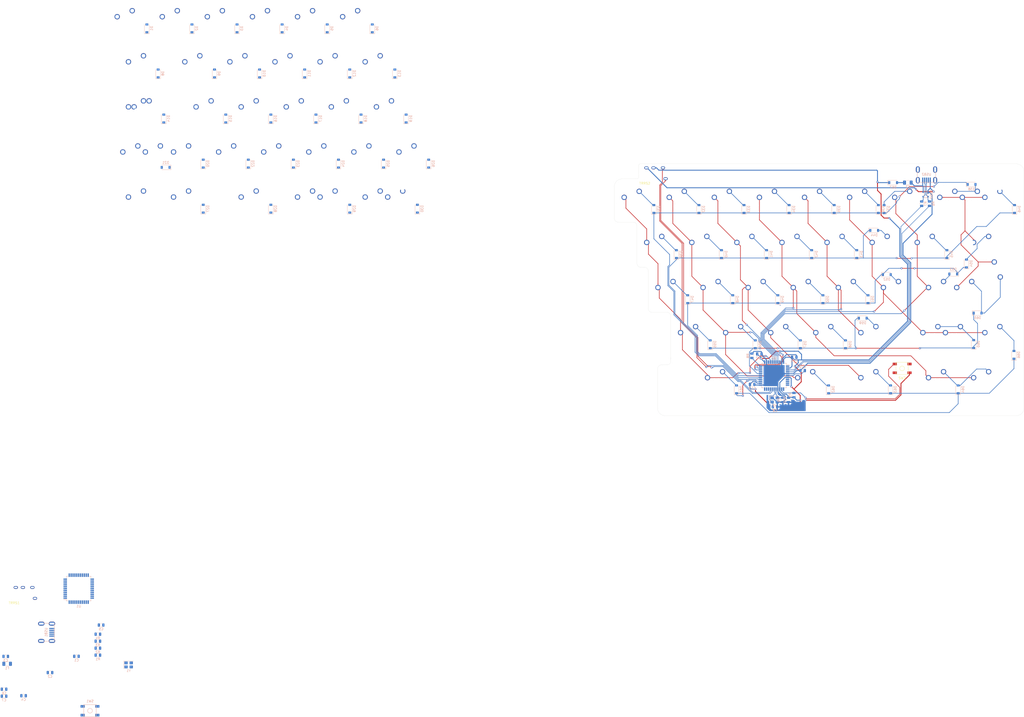
<source format=kicad_pcb>
(kicad_pcb (version 20171130) (host pcbnew "(5.1.4)-1")
  (layers (0 F.Cu signal) (31 B.Cu signal) (34 B.Paste user) (35 F.Paste user) (36 B.SilkS user) (37 F.SilkS user) (38 B.Mask user) (39 F.Mask user) (44 Edge.Cuts user))
  (net 0 "")
  (net 1 GND)
  (net 2 "Net-(C1-Pad1)")
  (net 3 "Net-(C2-Pad1)")
  (net 4 "Net-(C3-Pad1)")
  (net 5 +5V)
  (net 6 "Net-(C10-Pad1)")
  (net 7 "Net-(D1-Pad2)")
  (net 8 L_R0)
  (net 9 "Net-(D2-Pad2)")
  (net 10 "Net-(D3-Pad2)")
  (net 11 "Net-(D4-Pad2)")
  (net 12 "Net-(D5-Pad2)")
  (net 13 "Net-(D6-Pad2)")
  (net 14 "Net-(D8-Pad2)")
  (net 15 L_R1)
  (net 16 "Net-(D9-Pad2)")
  (net 17 "Net-(D10-Pad2)")
  (net 18 "Net-(D11-Pad2)")
  (net 19 "Net-(D12-Pad2)")
  (net 20 "Net-(D13-Pad2)")
  (net 21 "Net-(D14-Pad2)")
  (net 22 L_R2)
  (net 23 "Net-(D15-Pad2)")
  (net 24 "Net-(D16-Pad2)")
  (net 25 "Net-(D17-Pad2)")
  (net 26 "Net-(D18-Pad2)")
  (net 27 "Net-(D19-Pad2)")
  (net 28 "Net-(D20-Pad2)")
  (net 29 L_R3)
  (net 30 "Net-(D21-Pad2)")
  (net 31 "Net-(D22-Pad2)")
  (net 32 "Net-(D23-Pad2)")
  (net 33 "Net-(D24-Pad2)")
  (net 34 "Net-(D25-Pad2)")
  (net 35 "Net-(D26-Pad2)")
  (net 36 "Net-(D27-Pad2)")
  (net 37 L_R4)
  (net 38 "Net-(D28-Pad2)")
  (net 39 "Net-(D29-Pad2)")
  (net 40 "Net-(D30-Pad2)")
  (net 41 "Net-(D31-Pad2)")
  (net 42 R_R0)
  (net 43 "Net-(D32-Pad2)")
  (net 44 "Net-(D33-Pad2)")
  (net 45 "Net-(D34-Pad2)")
  (net 46 "Net-(D35-Pad2)")
  (net 47 "Net-(D36-Pad2)")
  (net 48 "Net-(D37-Pad2)")
  (net 49 "Net-(D38-Pad2)")
  (net 50 "Net-(D39-Pad2)")
  (net 51 R_R1)
  (net 52 "Net-(D40-Pad2)")
  (net 53 "Net-(D41-Pad2)")
  (net 54 "Net-(D42-Pad2)")
  (net 55 "Net-(D43-Pad2)")
  (net 56 "Net-(D44-Pad2)")
  (net 57 "Net-(D45-Pad2)")
  (net 58 "Net-(D46-Pad2)")
  (net 59 "Net-(D47-Pad2)")
  (net 60 R_R2)
  (net 61 "Net-(D48-Pad2)")
  (net 62 "Net-(D49-Pad2)")
  (net 63 "Net-(D50-Pad2)")
  (net 64 "Net-(D51-Pad2)")
  (net 65 "Net-(D52-Pad2)")
  (net 66 "Net-(D53-Pad2)")
  (net 67 "Net-(D54-Pad2)")
  (net 68 "Net-(D55-Pad2)")
  (net 69 R_R3)
  (net 70 "Net-(D56-Pad2)")
  (net 71 "Net-(D57-Pad2)")
  (net 72 "Net-(D58-Pad2)")
  (net 73 "Net-(D59-Pad2)")
  (net 74 "Net-(D60-Pad2)")
  (net 75 "Net-(D61-Pad2)")
  (net 76 R_R4)
  (net 77 "Net-(D62-Pad2)")
  (net 78 "Net-(D63-Pad2)")
  (net 79 "Net-(D64-Pad2)")
  (net 80 VCC)
  (net 81 L_C1)
  (net 82 L_C2)
  (net 83 L_C4)
  (net 84 L_C5)
  (net 85 R_C0)
  (net 86 R_C1)
  (net 87 R_C2)
  (net 88 R_C7)
  (net 89 R_C6)
  (net 90 L_C0)
  (net 91 R_C4)
  (net 92 R_C3)
  (net 93 R_C5)
  (net 94 "Net-(R1-Pad1)")
  (net 95 L_D+)
  (net 96 "Net-(R2-Pad1)")
  (net 97 L_D-)
  (net 98 "Net-(R3-Pad1)")
  (net 99 "Net-(R4-Pad2)")
  (net 100 R_D+)
  (net 101 R_D-)
  (net 102 "Net-(R8-Pad2)")
  (net 103 "Net-(U1-Pad42)")
  (net 104 "Net-(U1-Pad41)")
  (net 105 "Net-(U1-Pad40)")
  (net 106 "Net-(U1-Pad39)")
  (net 107 "Net-(U1-Pad38)")
  (net 108 "Net-(U1-Pad37)")
  (net 109 "Net-(U1-Pad36)")
  (net 110 "Net-(U1-Pad32)")
  (net 111 "Net-(U1-Pad31)")
  (net 112 "Net-(U1-Pad30)")
  (net 113 "Net-(U1-Pad29)")
  (net 114 "Net-(U1-Pad27)")
  (net 115 L_C3)
  (net 116 "Net-(U1-Pad12)")
  (net 117 "Net-(U1-Pad1)")
  (net 118 "Net-(U2-Pad42)")
  (net 119 "Net-(U2-Pad36)")
  (net 120 "Net-(U2-Pad30)")
  (net 121 "Net-(U2-Pad1)")
  (net 122 "Net-(USB1-Pad6)")
  (net 123 "Net-(USB1-Pad2)")
  (net 124 "Net-(USB2-Pad6)")
  (net 125 "Net-(USB2-Pad2)")
  (net 126 "Net-(D65-Pad2)")
  (net 127 "Net-(U1-Pad26)")
  (net 128 R_SDA)
  (net 129 R_SCL)
  (net 130 "Net-(U2-Pad12)")
  (net 131 "Net-(U2-Pad11)")
  (net 132 "Net-(U2-Pad10)")
  (net 133 "Net-(U2-Pad9)")
  (net 134 "Net-(U2-Pad8)")
  (net 135 R_Reset)
  (net 136 "Net-(C8-Pad1)")
  (net 137 "Net-(C9-Pad1)")
  (net 138 "Net-(D66-Pad2)")
  (net 139 L_SDA)
  (net 140 L_SCL)
  (net 141 "Net-(U1-Pad28)")
  (net 142 "Net-(U1-Pad25)")
  (net 143 "Net-(U1-Pad22)")
  (net 144 "Net-(U1-Pad21)")
  (net 145 "Net-(U1-Pad20)")
  (net 146 "Net-(U1-Pad11)")
  (net 147 "Net-(U1-Pad10)")
  (net 148 "Net-(U1-Pad9)")
  (net 149 "Net-(U1-Pad8)")
  (net 150 "Net-(ESD2-Pad3)")
  (net 151 "Net-(ESD2-Pad2)")
  (net 152 "Net-(D67-Pad2)")
  (net 153 "Net-(U2-Pad22)")
  (net 154 "Net-(U2-Pad21)")
  (net 155 "Net-(U2-Pad20)")
  (module MX_Only:MXOnly-1.5U-NoLED (layer F.Cu) (at 415.13125 285.75)
    (fp_text reference MX_Backslash1)
    (fp_text value MX-NoLED)
    (pad 2 thru_hole circle (at 2.54 -5.08) (size 2.25 2.25) (drill 1.47) (layers *.Cu B.Mask) (net 67 "Net-(D54-Pad2)"))
    (pad "" np_thru_hole circle (at 0 0) (size 3.9878 3.9878) (drill 3.9878) (layers *.Cu *.Mask))
    (pad 1 thru_hole circle (at -3.81 -2.54) (size 2.25 2.25) (drill 1.47) (layers *.Cu B.Mask) (net 88 R_C7))
    (pad "" np_thru_hole circle (at -5.08 0 48.0996) (size 1.75 1.75) (drill 1.75) (layers *.Cu *.Mask))
    (pad "" np_thru_hole circle (at 5.08 0 48.0996) (size 1.75 1.75) (drill 1.75) (layers *.Cu *.Mask))
  )
  (module MX_Only:MXOnly-1U-NoLED (layer F.Cu) (at 291.30625 323.85)
    (fp_text reference MX_N1)
    (fp_text value MX-NoLED)
    (pad "" np_thru_hole circle (at 5.08 0 48.0996) (size 1.75 1.75) (drill 1.75) (layers *.Cu *.Mask))
    (pad "" np_thru_hole circle (at -5.08 0 48.0996) (size 1.75 1.75) (drill 1.75) (layers *.Cu *.Mask))
    (pad 1 thru_hole circle (at -3.81 -2.54) (size 2.25 2.25) (drill 1.47) (layers *.Cu B.Mask) (net 85 R_C0))
    (pad "" np_thru_hole circle (at 0 0) (size 3.9878 3.9878) (drill 3.9878) (layers *.Cu *.Mask))
    (pad 2 thru_hole circle (at 2.54 -5.08) (size 2.25 2.25) (drill 1.47) (layers *.Cu B.Mask) (net 68 "Net-(D55-Pad2)"))
  )
  (module MX_Only:MXOnly-1U-NoLED (layer F.Cu) (at 277.01875 285.75)
    (fp_text reference MX_Y1)
    (fp_text value MX-NoLED)
    (pad "" np_thru_hole circle (at 5.08 0 48.0996) (size 1.75 1.75) (drill 1.75) (layers *.Cu *.Mask))
    (pad "" np_thru_hole circle (at -5.08 0 48.0996) (size 1.75 1.75) (drill 1.75) (layers *.Cu *.Mask))
    (pad 1 thru_hole circle (at -3.81 -2.54) (size 2.25 2.25) (drill 1.47) (layers *.Cu B.Mask) (net 85 R_C0))
    (pad "" np_thru_hole circle (at 0 0) (size 3.9878 3.9878) (drill 3.9878) (layers *.Cu *.Mask))
    (pad 2 thru_hole circle (at 2.54 -5.08) (size 2.25 2.25) (drill 1.47) (layers *.Cu B.Mask) (net 50 "Net-(D39-Pad2)"))
  )
  (module random-keyboard-parts:Molex-0548190589 (layer B.Cu) (at 391.414 252.4125 270)
    (fp_text reference USB2 (at 2.032 0 180) (layer B.SilkS) (effects (justify mirror)))
    (fp_text value Molex-0548190589)
    (pad 6 thru_hole oval (at 0 3.65 270) (size 2.7 1.7) (drill oval 1.9 0.7) (layers *.Cu *.Mask) (net 124 "Net-(USB2-Pad6)"))
    (pad 6 thru_hole oval (at 0 -3.65 270) (size 2.7 1.7) (drill oval 1.9 0.7) (layers *.Cu *.Mask) (net 124 "Net-(USB2-Pad6)"))
    (pad 6 thru_hole oval (at 4.5 -3.65 270) (size 2.7 1.7) (drill oval 1.9 0.7) (layers *.Cu *.Mask) (net 124 "Net-(USB2-Pad6)"))
    (pad 6 thru_hole oval (at 4.5 3.65 270) (size 2.7 1.7) (drill oval 1.9 0.7) (layers *.Cu *.Mask) (net 124 "Net-(USB2-Pad6)"))
    (pad 5 smd rect (at 4.5 1.6 270) (size 2.25 0.5) (layers B.Cu B.Paste B.Mask) (net 80 VCC))
    (pad 4 smd rect (at 4.5 0.8 270) (size 2.25 0.5) (layers B.Cu B.Paste B.Mask) (net 150 "Net-(ESD2-Pad3)"))
    (pad 3 smd rect (at 4.5 0 270) (size 2.25 0.5) (layers B.Cu B.Paste B.Mask) (net 151 "Net-(ESD2-Pad2)"))
    (pad 2 smd rect (at 4.5 -0.8 270) (size 2.25 0.5) (layers B.Cu B.Paste B.Mask) (net 125 "Net-(USB2-Pad2)"))
    (pad 1 smd rect (at 4.5 -1.6 270) (size 2.25 0.5) (layers B.Cu B.Paste B.Mask) (net 1 GND))
  )
  (module MX_Only:MXOnly-1.5U-NoLED (layer F.Cu) (at 367.50625 342.9)
    (fp_text reference MX_RAlt1)
    (fp_text value MX-NoLED)
    (pad "" np_thru_hole circle (at 5.08 0 48.0996) (size 1.75 1.75) (drill 1.75) (layers *.Cu *.Mask))
    (pad "" np_thru_hole circle (at -5.08 0 48.0996) (size 1.75 1.75) (drill 1.75) (layers *.Cu *.Mask))
    (pad 1 thru_hole circle (at -3.81 -2.54) (size 2.25 2.25) (drill 1.47) (layers *.Cu B.Mask) (net 87 R_C2))
    (pad "" np_thru_hole circle (at 0 0) (size 3.9878 3.9878) (drill 3.9878) (layers *.Cu *.Mask))
    (pad 2 thru_hole circle (at 2.54 -5.08) (size 2.25 2.25) (drill 1.47) (layers *.Cu B.Mask) (net 78 "Net-(D63-Pad2)"))
  )
  (module MX_Only:MXOnly-ISO-ROTATED-ReversedStabilizers-NoLED (layer F.Cu) (at 417.5125 295.275)
    (fp_text reference MX_Enter2)
    (fp_text value MX-NoLED)
    (pad 2 thru_hole circle (at 5.08 2.54) (size 2.25 2.25) (drill 1.47) (layers *.Cu B.Mask) (net 126 "Net-(D65-Pad2)"))
    (pad "" np_thru_hole circle (at 0 0) (size 3.9878 3.9878) (drill 3.9878) (layers *.Cu *.Mask))
    (pad 1 thru_hole circle (at 2.54 -3.81) (size 2.25 2.25) (drill 1.47) (layers *.Cu B.Mask) (net 88 R_C7))
    (pad "" np_thru_hole circle (at 0 -5.08 48.0996) (size 1.75 1.75) (drill 1.75) (layers *.Cu *.Mask))
    (pad "" np_thru_hole circle (at 0 5.08 48.0996) (size 1.75 1.75) (drill 1.75) (layers *.Cu *.Mask))
    (pad "" np_thru_hole circle (at 6.985 11.938) (size 3.048 3.048) (drill 3.048) (layers *.Cu *.Mask))
    (pad "" np_thru_hole circle (at 6.985 -11.938) (size 3.048 3.048) (drill 3.048) (layers *.Cu *.Mask))
    (pad "" np_thru_hole circle (at -8.255 11.938) (size 3.9878 3.9878) (drill 3.9878) (layers *.Cu *.Mask))
    (pad "" np_thru_hole circle (at -8.255 -11.938) (size 3.9878 3.9878) (drill 3.9878) (layers *.Cu *.Mask))
  )
  (module MX_Only:MXOnly-1U-NoLED (layer F.Cu) (at 381.79375 266.7)
    (fp_text reference MX_Plus1)
    (fp_text value MX-NoLED)
    (pad 2 thru_hole circle (at 2.54 -5.08) (size 2.25 2.25) (drill 1.47) (layers *.Cu B.Mask) (net 48 "Net-(D37-Pad2)"))
    (pad "" np_thru_hole circle (at 0 0) (size 3.9878 3.9878) (drill 3.9878) (layers *.Cu *.Mask))
    (pad 1 thru_hole circle (at -3.81 -2.54) (size 2.25 2.25) (drill 1.47) (layers *.Cu B.Mask) (net 89 R_C6))
    (pad "" np_thru_hole circle (at -5.08 0 48.0996) (size 1.75 1.75) (drill 1.75) (layers *.Cu *.Mask))
    (pad "" np_thru_hole circle (at 5.08 0 48.0996) (size 1.75 1.75) (drill 1.75) (layers *.Cu *.Mask))
  )
  (module random-keyboard-parts:D_SOD-123-Pretty (layer B.Cu) (at 377.317 257.937)
    (fp_text reference D67 (at 0 2) (layer B.SilkS) (effects (justify mirror)))
    (fp_text value D_Schottky)
    (pad 1 smd rect (at -1.65 0) (size 0.9 1.2) (layers B.Cu B.Paste B.Mask) (net 5 +5V))
    (pad 2 smd rect (at 1.65 0) (size 0.9 1.2) (layers B.Cu B.Paste B.Mask) (net 152 "Net-(D67-Pad2)"))
  )
  (module MX_Only:MXOnly-2.25U-NoLED (layer F.Cu) (at 407.9875 304.8)
    (fp_text reference MX_Enter1)
    (fp_text value MX-NoLED)
    (pad "" np_thru_hole circle (at 11.90625 8.255) (size 3.9878 3.9878) (drill 3.9878) (layers *.Cu *.Mask))
    (pad "" np_thru_hole circle (at -11.90625 8.255) (size 3.9878 3.9878) (drill 3.9878) (layers *.Cu *.Mask))
    (pad "" np_thru_hole circle (at 11.90625 -6.985) (size 3.048 3.048) (drill 3.048) (layers *.Cu *.Mask))
    (pad "" np_thru_hole circle (at -11.90625 -6.985) (size 3.048 3.048) (drill 3.048) (layers *.Cu *.Mask))
    (pad "" np_thru_hole circle (at 5.08 0 48.0996) (size 1.75 1.75) (drill 1.75) (layers *.Cu *.Mask))
    (pad "" np_thru_hole circle (at -5.08 0 48.0996) (size 1.75 1.75) (drill 1.75) (layers *.Cu *.Mask))
    (pad 1 thru_hole circle (at -3.81 -2.54) (size 2.25 2.25) (drill 1.47) (layers *.Cu B.Mask) (net 88 R_C7))
    (pad "" np_thru_hole circle (at 0 0) (size 3.9878 3.9878) (drill 3.9878) (layers *.Cu *.Mask))
    (pad 2 thru_hole circle (at 2.54 -5.08) (size 2.25 2.25) (drill 1.47) (layers *.Cu B.Mask) (net 126 "Net-(D65-Pad2)"))
  )
  (module MX_Only:MXOnly-1U-NoLED (layer F.Cu) (at 400.84375 266.7)
    (fp_text reference MX_HhkbBackslash1)
    (fp_text value MX-NoLED)
    (pad "" np_thru_hole circle (at 5.08 0 48.0996) (size 1.75 1.75) (drill 1.75) (layers *.Cu *.Mask))
    (pad "" np_thru_hole circle (at -5.08 0 48.0996) (size 1.75 1.75) (drill 1.75) (layers *.Cu *.Mask))
    (pad 1 thru_hole circle (at -3.81 -2.54) (size 2.25 2.25) (drill 1.47) (layers *.Cu B.Mask) (net 88 R_C7))
    (pad "" np_thru_hole circle (at 0 0) (size 3.9878 3.9878) (drill 3.9878) (layers *.Cu *.Mask))
    (pad 2 thru_hole circle (at 2.54 -5.08) (size 2.25 2.25) (drill 1.47) (layers *.Cu B.Mask) (net 49 "Net-(D38-Pad2)"))
  )
  (module MX_Only:MXOnly-2U-NoLED (layer F.Cu) (at 410.36875 266.7)
    (fp_text reference MX_Bksp1)
    (fp_text value MX-NoLED)
    (pad "" np_thru_hole circle (at 11.90625 8.255) (size 3.9878 3.9878) (drill 3.9878) (layers *.Cu *.Mask))
    (pad "" np_thru_hole circle (at -11.90625 8.255) (size 3.9878 3.9878) (drill 3.9878) (layers *.Cu *.Mask))
    (pad "" np_thru_hole circle (at 11.90625 -6.985) (size 3.048 3.048) (drill 3.048) (layers *.Cu *.Mask))
    (pad "" np_thru_hole circle (at -11.90625 -6.985) (size 3.048 3.048) (drill 3.048) (layers *.Cu *.Mask))
    (pad "" np_thru_hole circle (at 5.08 0 48.0996) (size 1.75 1.75) (drill 1.75) (layers *.Cu *.Mask))
    (pad "" np_thru_hole circle (at -5.08 0 48.0996) (size 1.75 1.75) (drill 1.75) (layers *.Cu *.Mask))
    (pad 1 thru_hole circle (at -3.81 -2.54) (size 2.25 2.25) (drill 1.47) (layers *.Cu B.Mask) (net 88 R_C7))
    (pad "" np_thru_hole circle (at 0 0) (size 3.9878 3.9878) (drill 3.9878) (layers *.Cu *.Mask))
    (pad 2 thru_hole circle (at 2.54 -5.08) (size 2.25 2.25) (drill 1.47) (layers *.Cu B.Mask) (net 49 "Net-(D38-Pad2)"))
  )
  (module Package_QFP:TQFP-44_10x10mm_P0.8mm (layer B.Cu) (at 327.025 339.471 180)
    (fp_text reference U2 (at 0 7.45) (layer B.SilkS) (effects (justify mirror)))
    (fp_text value ATmega32U4-AU)
    (pad 44 smd rect (at -4 5.7 90) (size 1.5 0.55) (layers B.Cu B.Paste B.Mask) (net 5 +5V))
    (pad 43 smd rect (at -3.2 5.7 90) (size 1.5 0.55) (layers B.Cu B.Paste B.Mask) (net 1 GND))
    (pad 42 smd rect (at -2.4 5.7 90) (size 1.5 0.55) (layers B.Cu B.Paste B.Mask) (net 118 "Net-(U2-Pad42)"))
    (pad 41 smd rect (at -1.6 5.7 90) (size 1.5 0.55) (layers B.Cu B.Paste B.Mask) (net 91 R_C4))
    (pad 40 smd rect (at -0.8 5.7 90) (size 1.5 0.55) (layers B.Cu B.Paste B.Mask) (net 92 R_C3))
    (pad 39 smd rect (at 0 5.7 90) (size 1.5 0.55) (layers B.Cu B.Paste B.Mask) (net 87 R_C2))
    (pad 38 smd rect (at 0.8 5.7 90) (size 1.5 0.55) (layers B.Cu B.Paste B.Mask) (net 86 R_C1))
    (pad 37 smd rect (at 1.6 5.7 90) (size 1.5 0.55) (layers B.Cu B.Paste B.Mask) (net 85 R_C0))
    (pad 36 smd rect (at 2.4 5.7 90) (size 1.5 0.55) (layers B.Cu B.Paste B.Mask) (net 119 "Net-(U2-Pad36)"))
    (pad 35 smd rect (at 3.2 5.7 90) (size 1.5 0.55) (layers B.Cu B.Paste B.Mask) (net 1 GND))
    (pad 34 smd rect (at 4 5.7 90) (size 1.5 0.55) (layers B.Cu B.Paste B.Mask) (net 5 +5V))
    (pad 33 smd rect (at 5.7 4 180) (size 1.5 0.55) (layers B.Cu B.Paste B.Mask) (net 102 "Net-(R8-Pad2)"))
    (pad 32 smd rect (at 5.7 3.2 180) (size 1.5 0.55) (layers B.Cu B.Paste B.Mask) (net 89 R_C6))
    (pad 31 smd rect (at 5.7 2.4 180) (size 1.5 0.55) (layers B.Cu B.Paste B.Mask) (net 93 R_C5))
    (pad 30 smd rect (at 5.7 1.6 180) (size 1.5 0.55) (layers B.Cu B.Paste B.Mask) (net 120 "Net-(U2-Pad30)"))
    (pad 29 smd rect (at 5.7 0.8 180) (size 1.5 0.55) (layers B.Cu B.Paste B.Mask) (net 69 R_R3))
    (pad 28 smd rect (at 5.7 0 180) (size 1.5 0.55) (layers B.Cu B.Paste B.Mask) (net 60 R_R2))
    (pad 27 smd rect (at 5.7 -0.8 180) (size 1.5 0.55) (layers B.Cu B.Paste B.Mask) (net 51 R_R1))
    (pad 26 smd rect (at 5.7 -1.6 180) (size 1.5 0.55) (layers B.Cu B.Paste B.Mask) (net 42 R_R0))
    (pad 25 smd rect (at 5.7 -2.4 180) (size 1.5 0.55) (layers B.Cu B.Paste B.Mask) (net 76 R_R4))
    (pad 24 smd rect (at 5.7 -3.2 180) (size 1.5 0.55) (layers B.Cu B.Paste B.Mask) (net 5 +5V))
    (pad 23 smd rect (at 5.7 -4 180) (size 1.5 0.55) (layers B.Cu B.Paste B.Mask) (net 1 GND))
    (pad 22 smd rect (at 4 -5.7 90) (size 1.5 0.55) (layers B.Cu B.Paste B.Mask) (net 153 "Net-(U2-Pad22)"))
    (pad 21 smd rect (at 3.2 -5.7 90) (size 1.5 0.55) (layers B.Cu B.Paste B.Mask) (net 154 "Net-(U2-Pad21)"))
    (pad 20 smd rect (at 2.4 -5.7 90) (size 1.5 0.55) (layers B.Cu B.Paste B.Mask) (net 155 "Net-(U2-Pad20)"))
    (pad 19 smd rect (at 1.6 -5.7 90) (size 1.5 0.55) (layers B.Cu B.Paste B.Mask) (net 128 R_SDA))
    (pad 18 smd rect (at 0.8 -5.7 90) (size 1.5 0.55) (layers B.Cu B.Paste B.Mask) (net 129 R_SCL))
    (pad 17 smd rect (at 0 -5.7 90) (size 1.5 0.55) (layers B.Cu B.Paste B.Mask) (net 136 "Net-(C8-Pad1)"))
    (pad 16 smd rect (at -0.8 -5.7 90) (size 1.5 0.55) (layers B.Cu B.Paste B.Mask) (net 137 "Net-(C9-Pad1)"))
    (pad 15 smd rect (at -1.6 -5.7 90) (size 1.5 0.55) (layers B.Cu B.Paste B.Mask) (net 1 GND))
    (pad 14 smd rect (at -2.4 -5.7 90) (size 1.5 0.55) (layers B.Cu B.Paste B.Mask) (net 5 +5V))
    (pad 13 smd rect (at -3.2 -5.7 90) (size 1.5 0.55) (layers B.Cu B.Paste B.Mask) (net 135 R_Reset))
    (pad 12 smd rect (at -4 -5.7 90) (size 1.5 0.55) (layers B.Cu B.Paste B.Mask) (net 130 "Net-(U2-Pad12)"))
    (pad 11 smd rect (at -5.7 -4 180) (size 1.5 0.55) (layers B.Cu B.Paste B.Mask) (net 131 "Net-(U2-Pad11)"))
    (pad 10 smd rect (at -5.7 -3.2 180) (size 1.5 0.55) (layers B.Cu B.Paste B.Mask) (net 132 "Net-(U2-Pad10)"))
    (pad 9 smd rect (at -5.7 -2.4 180) (size 1.5 0.55) (layers B.Cu B.Paste B.Mask) (net 133 "Net-(U2-Pad9)"))
    (pad 8 smd rect (at -5.7 -1.6 180) (size 1.5 0.55) (layers B.Cu B.Paste B.Mask) (net 134 "Net-(U2-Pad8)"))
    (pad 7 smd rect (at -5.7 -0.8 180) (size 1.5 0.55) (layers B.Cu B.Paste B.Mask) (net 5 +5V))
    (pad 6 smd rect (at -5.7 0 180) (size 1.5 0.55) (layers B.Cu B.Paste B.Mask) (net 6 "Net-(C10-Pad1)"))
    (pad 5 smd rect (at -5.7 0.8 180) (size 1.5 0.55) (layers B.Cu B.Paste B.Mask) (net 1 GND))
    (pad 4 smd rect (at -5.7 1.6 180) (size 1.5 0.55) (layers B.Cu B.Paste B.Mask) (net 100 R_D+))
    (pad 3 smd rect (at -5.7 2.4 180) (size 1.5 0.55) (layers B.Cu B.Paste B.Mask) (net 101 R_D-))
    (pad 2 smd rect (at -5.7 3.2 180) (size 1.5 0.55) (layers B.Cu B.Paste B.Mask) (net 5 +5V))
    (pad 1 smd rect (at -5.7 4 180) (size 1.5 0.55) (layers B.Cu B.Paste B.Mask) (net 121 "Net-(U2-Pad1)"))
  )
  (module Package_QFP:TQFP-44_10x10mm_P0.8mm (layer B.Cu) (at 33.2105 429.48225)
    (fp_text reference U1 (at 0 7.45) (layer B.SilkS) (effects (justify mirror)))
    (fp_text value ATmega32U4-AU)
    (pad 44 smd rect (at -4 5.7 270) (size 1.5 0.55) (layers B.Cu B.Paste B.Mask) (net 5 +5V))
    (pad 43 smd rect (at -3.2 5.7 270) (size 1.5 0.55) (layers B.Cu B.Paste B.Mask) (net 1 GND))
    (pad 42 smd rect (at -2.4 5.7 270) (size 1.5 0.55) (layers B.Cu B.Paste B.Mask) (net 103 "Net-(U1-Pad42)"))
    (pad 41 smd rect (at -1.6 5.7 270) (size 1.5 0.55) (layers B.Cu B.Paste B.Mask) (net 104 "Net-(U1-Pad41)"))
    (pad 40 smd rect (at -0.8 5.7 270) (size 1.5 0.55) (layers B.Cu B.Paste B.Mask) (net 105 "Net-(U1-Pad40)"))
    (pad 39 smd rect (at 0 5.7 270) (size 1.5 0.55) (layers B.Cu B.Paste B.Mask) (net 106 "Net-(U1-Pad39)"))
    (pad 38 smd rect (at 0.8 5.7 270) (size 1.5 0.55) (layers B.Cu B.Paste B.Mask) (net 107 "Net-(U1-Pad38)"))
    (pad 37 smd rect (at 1.6 5.7 270) (size 1.5 0.55) (layers B.Cu B.Paste B.Mask) (net 108 "Net-(U1-Pad37)"))
    (pad 36 smd rect (at 2.4 5.7 270) (size 1.5 0.55) (layers B.Cu B.Paste B.Mask) (net 109 "Net-(U1-Pad36)"))
    (pad 35 smd rect (at 3.2 5.7 270) (size 1.5 0.55) (layers B.Cu B.Paste B.Mask) (net 1 GND))
    (pad 34 smd rect (at 4 5.7 270) (size 1.5 0.55) (layers B.Cu B.Paste B.Mask) (net 5 +5V))
    (pad 33 smd rect (at 5.7 4) (size 1.5 0.55) (layers B.Cu B.Paste B.Mask) (net 99 "Net-(R4-Pad2)"))
    (pad 32 smd rect (at 5.7 3.2) (size 1.5 0.55) (layers B.Cu B.Paste B.Mask) (net 110 "Net-(U1-Pad32)"))
    (pad 31 smd rect (at 5.7 2.4) (size 1.5 0.55) (layers B.Cu B.Paste B.Mask) (net 111 "Net-(U1-Pad31)"))
    (pad 30 smd rect (at 5.7 1.6) (size 1.5 0.55) (layers B.Cu B.Paste B.Mask) (net 112 "Net-(U1-Pad30)"))
    (pad 29 smd rect (at 5.7 0.8) (size 1.5 0.55) (layers B.Cu B.Paste B.Mask) (net 113 "Net-(U1-Pad29)"))
    (pad 28 smd rect (at 5.7 0) (size 1.5 0.55) (layers B.Cu B.Paste B.Mask) (net 141 "Net-(U1-Pad28)"))
    (pad 27 smd rect (at 5.7 -0.8) (size 1.5 0.55) (layers B.Cu B.Paste B.Mask) (net 114 "Net-(U1-Pad27)"))
    (pad 26 smd rect (at 5.7 -1.6) (size 1.5 0.55) (layers B.Cu B.Paste B.Mask) (net 127 "Net-(U1-Pad26)"))
    (pad 25 smd rect (at 5.7 -2.4) (size 1.5 0.55) (layers B.Cu B.Paste B.Mask) (net 142 "Net-(U1-Pad25)"))
    (pad 24 smd rect (at 5.7 -3.2) (size 1.5 0.55) (layers B.Cu B.Paste B.Mask) (net 5 +5V))
    (pad 23 smd rect (at 5.7 -4) (size 1.5 0.55) (layers B.Cu B.Paste B.Mask) (net 1 GND))
    (pad 22 smd rect (at 4 -5.7 270) (size 1.5 0.55) (layers B.Cu B.Paste B.Mask) (net 143 "Net-(U1-Pad22)"))
    (pad 21 smd rect (at 3.2 -5.7 270) (size 1.5 0.55) (layers B.Cu B.Paste B.Mask) (net 144 "Net-(U1-Pad21)"))
    (pad 20 smd rect (at 2.4 -5.7 270) (size 1.5 0.55) (layers B.Cu B.Paste B.Mask) (net 145 "Net-(U1-Pad20)"))
    (pad 19 smd rect (at 1.6 -5.7 270) (size 1.5 0.55) (layers B.Cu B.Paste B.Mask) (net 139 L_SDA))
    (pad 18 smd rect (at 0.8 -5.7 270) (size 1.5 0.55) (layers B.Cu B.Paste B.Mask) (net 140 L_SCL))
    (pad 17 smd rect (at 0 -5.7 270) (size 1.5 0.55) (layers B.Cu B.Paste B.Mask) (net 2 "Net-(C1-Pad1)"))
    (pad 16 smd rect (at -0.8 -5.7 270) (size 1.5 0.55) (layers B.Cu B.Paste B.Mask) (net 3 "Net-(C2-Pad1)"))
    (pad 15 smd rect (at -1.6 -5.7 270) (size 1.5 0.55) (layers B.Cu B.Paste B.Mask) (net 1 GND))
    (pad 14 smd rect (at -2.4 -5.7 270) (size 1.5 0.55) (layers B.Cu B.Paste B.Mask) (net 5 +5V))
    (pad 13 smd rect (at -3.2 -5.7 270) (size 1.5 0.55) (layers B.Cu B.Paste B.Mask) (net 94 "Net-(R1-Pad1)"))
    (pad 12 smd rect (at -4 -5.7 270) (size 1.5 0.55) (layers B.Cu B.Paste B.Mask) (net 116 "Net-(U1-Pad12)"))
    (pad 11 smd rect (at -5.7 -4) (size 1.5 0.55) (layers B.Cu B.Paste B.Mask) (net 146 "Net-(U1-Pad11)"))
    (pad 10 smd rect (at -5.7 -3.2) (size 1.5 0.55) (layers B.Cu B.Paste B.Mask) (net 147 "Net-(U1-Pad10)"))
    (pad 9 smd rect (at -5.7 -2.4) (size 1.5 0.55) (layers B.Cu B.Paste B.Mask) (net 148 "Net-(U1-Pad9)"))
    (pad 8 smd rect (at -5.7 -1.6) (size 1.5 0.55) (layers B.Cu B.Paste B.Mask) (net 149 "Net-(U1-Pad8)"))
    (pad 7 smd rect (at -5.7 -0.8) (size 1.5 0.55) (layers B.Cu B.Paste B.Mask) (net 5 +5V))
    (pad 6 smd rect (at -5.7 0) (size 1.5 0.55) (layers B.Cu B.Paste B.Mask) (net 4 "Net-(C3-Pad1)"))
    (pad 5 smd rect (at -5.7 0.8) (size 1.5 0.55) (layers B.Cu B.Paste B.Mask) (net 1 GND))
    (pad 4 smd rect (at -5.7 1.6) (size 1.5 0.55) (layers B.Cu B.Paste B.Mask) (net 96 "Net-(R2-Pad1)"))
    (pad 3 smd rect (at -5.7 2.4) (size 1.5 0.55) (layers B.Cu B.Paste B.Mask) (net 98 "Net-(R3-Pad1)"))
    (pad 2 smd rect (at -5.7 3.2) (size 1.5 0.55) (layers B.Cu B.Paste B.Mask) (net 5 +5V))
    (pad 1 smd rect (at -5.7 4) (size 1.5 0.55) (layers B.Cu B.Paste B.Mask) (net 117 "Net-(U1-Pad1)"))
  )
  (module MX_Only:MXOnly-1U-NoLED (layer F.Cu) (at 419.89375 266.7)
    (fp_text reference MX_HhkbTilde1)
    (fp_text value MX-NoLED)
    (pad 2 thru_hole circle (at 2.54 -5.08) (size 2.25 2.25) (drill 1.47) (layers *.Cu B.Mask) (net 58 "Net-(D46-Pad2)"))
    (pad "" np_thru_hole circle (at 0 0) (size 3.9878 3.9878) (drill 3.9878) (layers *.Cu *.Mask))
    (pad 1 thru_hole circle (at -3.81 -2.54) (size 2.25 2.25) (drill 1.47) (layers *.Cu B.Mask) (net 88 R_C7))
    (pad "" np_thru_hole circle (at -5.08 0 48.0996) (size 1.75 1.75) (drill 1.75) (layers *.Cu *.Mask))
    (pad "" np_thru_hole circle (at 5.08 0 48.0996) (size 1.75 1.75) (drill 1.75) (layers *.Cu *.Mask))
  )
  (module Diode_SMD:D_SOD-123 (layer B.Cu) (at 428.371 330.708 90)
    (fp_text reference D66 (at 0 2 90) (layer B.SilkS) (effects (justify mirror)))
    (fp_text value D_Small)
    (pad 2 smd rect (at 1.65 0 90) (size 0.9 1.2) (layers B.Cu B.Paste B.Mask) (net 138 "Net-(D66-Pad2)"))
    (pad 1 smd rect (at -1.65 0 90) (size 0.9 1.2) (layers B.Cu B.Paste B.Mask) (net 76 R_R4))
  )
  (module Diode_SMD:D_SOD-123 (layer B.Cu) (at 373.507 269.113 90)
    (fp_text reference D37 (at 0 2 90) (layer B.SilkS) (effects (justify mirror)))
    (fp_text value D_Small)
    (pad 2 smd rect (at 1.65 0 90) (size 0.9 1.2) (layers B.Cu B.Paste B.Mask) (net 48 "Net-(D37-Pad2)"))
    (pad 1 smd rect (at -1.65 0 90) (size 0.9 1.2) (layers B.Cu B.Paste B.Mask) (net 42 R_R0))
  )
  (module MX_Only:MXOnly-1U-NoLED (layer F.Cu) (at 329.40625 323.85)
    (fp_text reference MX_Comma1)
    (fp_text value MX-NoLED)
    (pad "" np_thru_hole circle (at 5.08 0 48.0996) (size 1.75 1.75) (drill 1.75) (layers *.Cu *.Mask))
    (pad "" np_thru_hole circle (at -5.08 0 48.0996) (size 1.75 1.75) (drill 1.75) (layers *.Cu *.Mask))
    (pad 1 thru_hole circle (at -3.81 -2.54) (size 2.25 2.25) (drill 1.47) (layers *.Cu B.Mask) (net 87 R_C2))
    (pad "" np_thru_hole circle (at 0 0) (size 3.9878 3.9878) (drill 3.9878) (layers *.Cu *.Mask))
    (pad 2 thru_hole circle (at 2.54 -5.08) (size 2.25 2.25) (drill 1.47) (layers *.Cu B.Mask) (net 71 "Net-(D57-Pad2)"))
  )
  (module MX_Only:MXOnly-1U-NoLED (layer F.Cu) (at 343.69375 266.7)
    (fp_text reference MX_Zero1)
    (fp_text value MX-NoLED)
    (pad "" np_thru_hole circle (at 5.08 0 48.0996) (size 1.75 1.75) (drill 1.75) (layers *.Cu *.Mask))
    (pad "" np_thru_hole circle (at -5.08 0 48.0996) (size 1.75 1.75) (drill 1.75) (layers *.Cu *.Mask))
    (pad 1 thru_hole circle (at -3.81 -2.54) (size 2.25 2.25) (drill 1.47) (layers *.Cu B.Mask) (net 91 R_C4))
    (pad "" np_thru_hole circle (at 0 0) (size 3.9878 3.9878) (drill 3.9878) (layers *.Cu *.Mask))
    (pad 2 thru_hole circle (at 2.54 -5.08) (size 2.25 2.25) (drill 1.47) (layers *.Cu B.Mask) (net 46 "Net-(D35-Pad2)"))
  )
  (module MX_Only:MXOnly-1U-NoLED (layer F.Cu) (at 362.74375 266.7)
    (fp_text reference MX_Minus1)
    (fp_text value MX-NoLED)
    (pad "" np_thru_hole circle (at 5.08 0 48.0996) (size 1.75 1.75) (drill 1.75) (layers *.Cu *.Mask))
    (pad "" np_thru_hole circle (at -5.08 0 48.0996) (size 1.75 1.75) (drill 1.75) (layers *.Cu *.Mask))
    (pad 1 thru_hole circle (at -3.81 -2.54) (size 2.25 2.25) (drill 1.47) (layers *.Cu B.Mask) (net 93 R_C5))
    (pad "" np_thru_hole circle (at 0 0) (size 3.9878 3.9878) (drill 3.9878) (layers *.Cu *.Mask))
    (pad 2 thru_hole circle (at 2.54 -5.08) (size 2.25 2.25) (drill 1.47) (layers *.Cu B.Mask) (net 47 "Net-(D36-Pad2)"))
  )
  (module MX_Only:MXOnly-1.25U-NoLED (layer F.Cu) (at 340.8045 342.9)
    (fp_text reference MX_RExtra1)
    (fp_text value MX-NoLED)
    (pad "" np_thru_hole circle (at 5.08 0 48.0996) (size 1.75 1.75) (drill 1.75) (layers *.Cu *.Mask))
    (pad "" np_thru_hole circle (at -5.08 0 48.0996) (size 1.75 1.75) (drill 1.75) (layers *.Cu *.Mask))
    (pad 1 thru_hole circle (at -3.81 -2.54) (size 2.25 2.25) (drill 1.47) (layers *.Cu B.Mask) (net 86 R_C1))
    (pad "" np_thru_hole circle (at 0 0) (size 3.9878 3.9878) (drill 3.9878) (layers *.Cu *.Mask))
    (pad 2 thru_hole circle (at 2.54 -5.08) (size 2.25 2.25) (drill 1.47) (layers *.Cu B.Mask) (net 77 "Net-(D62-Pad2)"))
  )
  (module Crystal:Crystal_SMD_3225-4Pin_3.2x2.5mm (layer B.Cu) (at 327.279 349.758)
    (fp_text reference Y2 (at 0 2.45) (layer B.SilkS) (effects (justify mirror)))
    (fp_text value 16MHz)
    (pad 1 smd rect (at -1.1 -0.85) (size 1.4 1.2) (layers B.Cu B.Paste B.Mask) (net 1 GND))
    (pad 2 smd rect (at 1.1 -0.85) (size 1.4 1.2) (layers B.Cu B.Paste B.Mask) (net 137 "Net-(C9-Pad1)"))
    (pad 3 smd rect (at 1.1 0.85) (size 1.4 1.2) (layers B.Cu B.Paste B.Mask) (net 1 GND))
    (pad 4 smd rect (at -1.1 0.85) (size 1.4 1.2) (layers B.Cu B.Paste B.Mask) (net 136 "Net-(C8-Pad1)"))
  )
  (module Crystal:Crystal_SMD_3225-4Pin_3.2x2.5mm (layer B.Cu) (at 54.30075 461.711)
    (fp_text reference Y1 (at 0 2.45) (layer B.SilkS) (effects (justify mirror)))
    (fp_text value 16MHz)
    (pad 4 smd rect (at -1.1 0.85) (size 1.4 1.2) (layers B.Cu B.Paste B.Mask) (net 2 "Net-(C1-Pad1)"))
    (pad 3 smd rect (at 1.1 0.85) (size 1.4 1.2) (layers B.Cu B.Paste B.Mask) (net 1 GND))
    (pad 2 smd rect (at 1.1 -0.85) (size 1.4 1.2) (layers B.Cu B.Paste B.Mask) (net 3 "Net-(C2-Pad1)"))
    (pad 1 smd rect (at -1.1 -0.85) (size 1.4 1.2) (layers B.Cu B.Paste B.Mask) (net 1 GND))
  )
  (module MX_Only:MXOnly-1.5U-NoLED (layer F.Cu) (at 396.08125 342.9)
    (fp_text reference MX_RCtrl2)
    (fp_text value MX-NoLED)
    (pad "" np_thru_hole circle (at 5.08 0 48.0996) (size 1.75 1.75) (drill 1.75) (layers *.Cu *.Mask))
    (pad "" np_thru_hole circle (at -5.08 0 48.0996) (size 1.75 1.75) (drill 1.75) (layers *.Cu *.Mask))
    (pad 1 thru_hole circle (at -3.81 -2.54) (size 2.25 2.25) (drill 1.47) (layers *.Cu B.Mask) (net 92 R_C3))
    (pad "" np_thru_hole circle (at 0 0) (size 3.9878 3.9878) (drill 3.9878) (layers *.Cu *.Mask))
    (pad 2 thru_hole circle (at 2.54 -5.08) (size 2.25 2.25) (drill 1.47) (layers *.Cu B.Mask) (net 79 "Net-(D64-Pad2)"))
  )
  (module MX_Only:MXOnly-1.5U-NoLED (layer F.Cu) (at 415.13125 342.9)
    (fp_text reference MX_RCtrl1)
    (fp_text value MX-NoLED)
    (pad "" np_thru_hole circle (at 5.08 0 48.0996) (size 1.75 1.75) (drill 1.75) (layers *.Cu *.Mask))
    (pad "" np_thru_hole circle (at -5.08 0 48.0996) (size 1.75 1.75) (drill 1.75) (layers *.Cu *.Mask))
    (pad 1 thru_hole circle (at -3.81 -2.54) (size 2.25 2.25) (drill 1.47) (layers *.Cu B.Mask) (net 92 R_C3))
    (pad "" np_thru_hole circle (at 0 0) (size 3.9878 3.9878) (drill 3.9878) (layers *.Cu *.Mask))
    (pad 2 thru_hole circle (at 2.54 -5.08) (size 2.25 2.25) (drill 1.47) (layers *.Cu B.Mask) (net 79 "Net-(D64-Pad2)"))
  )
  (module MX_Only:MXOnly-2.75U-NoLED (layer F.Cu) (at 403.225 323.85)
    (fp_text reference MX_RShift1)
    (fp_text value MX-NoLED)
    (pad "" np_thru_hole circle (at 11.90625 8.255) (size 3.9878 3.9878) (drill 3.9878) (layers *.Cu *.Mask))
    (pad "" np_thru_hole circle (at -11.90625 8.255) (size 3.9878 3.9878) (drill 3.9878) (layers *.Cu *.Mask))
    (pad "" np_thru_hole circle (at 11.90625 -6.985) (size 3.048 3.048) (drill 3.048) (layers *.Cu *.Mask))
    (pad "" np_thru_hole circle (at -11.90625 -6.985) (size 3.048 3.048) (drill 3.048) (layers *.Cu *.Mask))
    (pad "" np_thru_hole circle (at 5.08 0 48.0996) (size 1.75 1.75) (drill 1.75) (layers *.Cu *.Mask))
    (pad "" np_thru_hole circle (at -5.08 0 48.0996) (size 1.75 1.75) (drill 1.75) (layers *.Cu *.Mask))
    (pad 1 thru_hole circle (at -3.81 -2.54) (size 2.25 2.25) (drill 1.47) (layers *.Cu B.Mask) (net 93 R_C5))
    (pad "" np_thru_hole circle (at 0 0) (size 3.9878 3.9878) (drill 3.9878) (layers *.Cu *.Mask))
    (pad 2 thru_hole circle (at 2.54 -5.08) (size 2.25 2.25) (drill 1.47) (layers *.Cu B.Mask) (net 74 "Net-(D60-Pad2)"))
  )
  (module MX_Only:MXOnly-1U-NoLED (layer F.Cu) (at 419.89375 323.85)
    (fp_text reference MX_Fn1)
    (fp_text value MX-NoLED)
    (pad "" np_thru_hole circle (at 5.08 0 48.0996) (size 1.75 1.75) (drill 1.75) (layers *.Cu *.Mask))
    (pad "" np_thru_hole circle (at -5.08 0 48.0996) (size 1.75 1.75) (drill 1.75) (layers *.Cu *.Mask))
    (pad 1 thru_hole circle (at -3.81 -2.54) (size 2.25 2.25) (drill 1.47) (layers *.Cu B.Mask) (net 93 R_C5))
    (pad "" np_thru_hole circle (at 0 0) (size 3.9878 3.9878) (drill 3.9878) (layers *.Cu *.Mask))
    (pad 2 thru_hole circle (at 2.54 -5.08) (size 2.25 2.25) (drill 1.47) (layers *.Cu B.Mask) (net 138 "Net-(D66-Pad2)"))
  )
  (module Diode_SMD:D_SOD-123 (layer B.Cu) (at 413.004 313.055)
    (fp_text reference D65 (at 0 2 180) (layer B.SilkS) (effects (justify mirror)))
    (fp_text value D_Small)
    (pad 2 smd rect (at 1.65 0) (size 0.9 1.2) (layers B.Cu B.Paste B.Mask) (net 126 "Net-(D65-Pad2)"))
    (pad 1 smd rect (at -1.65 0) (size 0.9 1.2) (layers B.Cu B.Paste B.Mask) (net 69 R_R3))
  )
  (module MX_Only:MXOnly-1.5U-NoLED (layer F.Cu) (at 58.039 228.473)
    (fp_text reference MX_Caps2)
    (fp_text value MX-NoLED)
    (pad "" np_thru_hole circle (at 5.08 0 48.0996) (size 1.75 1.75) (drill 1.75) (layers *.Cu *.Mask))
    (pad "" np_thru_hole circle (at -5.08 0 48.0996) (size 1.75 1.75) (drill 1.75) (layers *.Cu *.Mask))
    (pad 1 thru_hole circle (at -3.81 -2.54) (size 2.25 2.25) (drill 1.47) (layers *.Cu B.Mask) (net 90 L_C0))
    (pad "" np_thru_hole circle (at 0 0) (size 3.9878 3.9878) (drill 3.9878) (layers *.Cu *.Mask))
    (pad 2 thru_hole circle (at 2.54 -5.08) (size 2.25 2.25) (drill 1.47) (layers *.Cu B.Mask) (net 21 "Net-(D14-Pad2)"))
  )
  (module MX_Only:MXOnly-1.25U-NoLED (layer F.Cu) (at 55.65775 247.523)
    (fp_text reference MX_LShift2)
    (fp_text value MX-NoLED)
    (pad "" np_thru_hole circle (at 5.08 0 48.0996) (size 1.75 1.75) (drill 1.75) (layers *.Cu *.Mask))
    (pad "" np_thru_hole circle (at -5.08 0 48.0996) (size 1.75 1.75) (drill 1.75) (layers *.Cu *.Mask))
    (pad 1 thru_hole circle (at -3.81 -2.54) (size 2.25 2.25) (drill 1.47) (layers *.Cu B.Mask) (net 90 L_C0))
    (pad "" np_thru_hole circle (at 0 0) (size 3.9878 3.9878) (drill 3.9878) (layers *.Cu *.Mask))
    (pad 2 thru_hole circle (at 2.54 -5.08) (size 2.25 2.25) (drill 1.47) (layers *.Cu B.Mask) (net 30 "Net-(D21-Pad2)"))
  )
  (module random-keyboard-parts:Molex-0548190589 (layer B.Cu) (at 17.399 447.929)
    (fp_text reference USB1 (at 2.032 0 -90) (layer B.SilkS) (effects (justify mirror)))
    (fp_text value Molex-0548190589)
    (pad 6 thru_hole oval (at 0 3.65) (size 2.7 1.7) (drill oval 1.9 0.7) (layers *.Cu *.Mask) (net 122 "Net-(USB1-Pad6)"))
    (pad 6 thru_hole oval (at 0 -3.65) (size 2.7 1.7) (drill oval 1.9 0.7) (layers *.Cu *.Mask) (net 122 "Net-(USB1-Pad6)"))
    (pad 6 thru_hole oval (at 4.5 -3.65) (size 2.7 1.7) (drill oval 1.9 0.7) (layers *.Cu *.Mask) (net 122 "Net-(USB1-Pad6)"))
    (pad 6 thru_hole oval (at 4.5 3.65) (size 2.7 1.7) (drill oval 1.9 0.7) (layers *.Cu *.Mask) (net 122 "Net-(USB1-Pad6)"))
    (pad 5 smd rect (at 4.5 1.6) (size 2.25 0.5) (layers B.Cu B.Paste B.Mask) (net 80 VCC))
    (pad 4 smd rect (at 4.5 0.8) (size 2.25 0.5) (layers B.Cu B.Paste B.Mask) (net 97 L_D-))
    (pad 3 smd rect (at 4.5 0) (size 2.25 0.5) (layers B.Cu B.Paste B.Mask) (net 95 L_D+))
    (pad 2 smd rect (at 4.5 -0.8) (size 2.25 0.5) (layers B.Cu B.Paste B.Mask) (net 123 "Net-(USB1-Pad2)"))
    (pad 1 smd rect (at 4.5 -1.6) (size 2.25 0.5) (layers B.Cu B.Paste B.Mask) (net 1 GND))
  )
  (module random-keyboard-parts:SKQG-1155865 (layer F.Cu) (at 381.127 336.423)
    (fp_text reference SW2 (at 0 4.064) (layer F.SilkS))
    (fp_text value SW_Push)
    (pad 1 smd rect (at 3.1 1.85) (size 1.8 1.1) (layers F.Cu F.Paste F.Mask) (net 1 GND))
    (pad 2 smd rect (at -3.1 -1.85) (size 1.8 1.1) (layers F.Cu F.Paste F.Mask) (net 135 R_Reset))
    (pad 3 smd rect (at 3.1 -1.85) (size 1.8 1.1) (layers F.Cu F.Paste F.Mask))
    (pad 4 smd rect (at -3.1 1.85) (size 1.8 1.1) (layers F.Cu F.Paste F.Mask))
  )
  (module random-keyboard-parts:SKQG-1155865 (layer B.Cu) (at 37.973 481.076)
    (fp_text reference SW1 (at 0 -4.064) (layer B.SilkS) (effects (justify mirror)))
    (fp_text value SW_Push)
    (pad 1 smd rect (at 3.1 -1.85) (size 1.8 1.1) (layers B.Cu B.Paste B.Mask) (net 1 GND))
    (pad 2 smd rect (at -3.1 1.85) (size 1.8 1.1) (layers B.Cu B.Paste B.Mask) (net 94 "Net-(R1-Pad1)"))
    (pad 3 smd rect (at 3.1 1.85) (size 1.8 1.1) (layers B.Cu B.Paste B.Mask))
    (pad 4 smd rect (at -3.1 -1.85) (size 1.8 1.1) (layers B.Cu B.Paste B.Mask))
  )
  (module Resistor_SMD:R_0805_2012Metric (layer B.Cu) (at 317.627 331.089 270)
    (fp_text reference R8 (at 0 1.65 90) (layer B.SilkS) (effects (justify mirror)))
    (fp_text value 10k)
    (pad 2 smd roundrect (at 0.9375 0 270) (size 0.975 1.4) (layers B.Cu B.Paste B.Mask) (net 102 "Net-(R8-Pad2)"))
    (pad 1 smd roundrect (at -0.9375 0 270) (size 0.975 1.4) (layers B.Cu B.Paste B.Mask) (net 1 GND))
  )
  (module Resistor_SMD:R_0805_2012Metric (layer B.Cu) (at 389.382 266.827 90)
    (fp_text reference R7 (at 0 1.65 90) (layer B.SilkS) (effects (justify mirror)))
    (fp_text value 22)
    (pad 2 smd roundrect (at 0.9375 0 90) (size 0.975 1.4) (layers B.Cu B.Paste B.Mask) (net 150 "Net-(ESD2-Pad3)"))
    (pad 1 smd roundrect (at -0.9375 0 90) (size 0.975 1.4) (layers B.Cu B.Paste B.Mask) (net 101 R_D-))
  )
  (module Resistor_SMD:R_0805_2012Metric (layer B.Cu) (at 392.684 266.827 90)
    (fp_text reference R6 (at 0 1.65 90) (layer B.SilkS) (effects (justify mirror)))
    (fp_text value 22)
    (pad 2 smd roundrect (at 0.9375 0 90) (size 0.975 1.4) (layers B.Cu B.Paste B.Mask) (net 151 "Net-(ESD2-Pad2)"))
    (pad 1 smd roundrect (at -0.9375 0 90) (size 0.975 1.4) (layers B.Cu B.Paste B.Mask) (net 100 R_D+))
  )
  (module Resistor_SMD:R_0805_2012Metric (layer B.Cu) (at 335.407 347.726 270)
    (fp_text reference R5 (at 0 1.65 90) (layer B.SilkS) (effects (justify mirror)))
    (fp_text value 10k)
    (pad 2 smd roundrect (at 0.9375 0 270) (size 0.975 1.4) (layers B.Cu B.Paste B.Mask) (net 5 +5V))
    (pad 1 smd roundrect (at -0.9375 0 270) (size 0.975 1.4) (layers B.Cu B.Paste B.Mask) (net 135 R_Reset))
  )
  (module Resistor_SMD:R_0805_2012Metric (layer B.Cu) (at 41.30725 448.743)
    (fp_text reference R4 (at 0 1.65) (layer B.SilkS) (effects (justify mirror)))
    (fp_text value 10k)
    (pad 2 smd roundrect (at 0.9375 0) (size 0.975 1.4) (layers B.Cu B.Paste B.Mask) (net 99 "Net-(R4-Pad2)"))
    (pad 1 smd roundrect (at -0.9375 0) (size 0.975 1.4) (layers B.Cu B.Paste B.Mask) (net 1 GND))
  )
  (module Resistor_SMD:R_0805_2012Metric (layer B.Cu) (at 41.30725 451.693)
    (fp_text reference R3 (at 0 1.65) (layer B.SilkS) (effects (justify mirror)))
    (fp_text value 22)
    (pad 2 smd roundrect (at 0.9375 0) (size 0.975 1.4) (layers B.Cu B.Paste B.Mask) (net 97 L_D-))
    (pad 1 smd roundrect (at -0.9375 0) (size 0.975 1.4) (layers B.Cu B.Paste B.Mask) (net 98 "Net-(R3-Pad1)"))
  )
  (module Resistor_SMD:R_0805_2012Metric (layer B.Cu) (at 41.30725 454.643)
    (fp_text reference R2 (at 0 1.65) (layer B.SilkS) (effects (justify mirror)))
    (fp_text value 22)
    (pad 2 smd roundrect (at 0.9375 0) (size 0.975 1.4) (layers B.Cu B.Paste B.Mask) (net 95 L_D+))
    (pad 1 smd roundrect (at -0.9375 0) (size 0.975 1.4) (layers B.Cu B.Paste B.Mask) (net 96 "Net-(R2-Pad1)"))
  )
  (module Resistor_SMD:R_0805_2012Metric (layer B.Cu) (at 41.30725 457.593)
    (fp_text reference R1 (at 0 1.65) (layer B.SilkS) (effects (justify mirror)))
    (fp_text value 10k)
    (pad 2 smd roundrect (at 0.9375 0) (size 0.975 1.4) (layers B.Cu B.Paste B.Mask) (net 5 +5V))
    (pad 1 smd roundrect (at -0.9375 0) (size 0.975 1.4) (layers B.Cu B.Paste B.Mask) (net 94 "Net-(R1-Pad1)"))
  )
  (module MX_Only:MXOnly-1U-NoLED (layer F.Cu) (at 324.64375 266.7)
    (fp_text reference MX_91)
    (fp_text value MX-NoLED)
    (pad "" np_thru_hole circle (at 5.08 0 48.0996) (size 1.75 1.75) (drill 1.75) (layers *.Cu *.Mask))
    (pad "" np_thru_hole circle (at -5.08 0 48.0996) (size 1.75 1.75) (drill 1.75) (layers *.Cu *.Mask))
    (pad 1 thru_hole circle (at -3.81 -2.54) (size 2.25 2.25) (drill 1.47) (layers *.Cu B.Mask) (net 92 R_C3))
    (pad "" np_thru_hole circle (at 0 0) (size 3.9878 3.9878) (drill 3.9878) (layers *.Cu *.Mask))
    (pad 2 thru_hole circle (at 2.54 -5.08) (size 2.25 2.25) (drill 1.47) (layers *.Cu B.Mask) (net 45 "Net-(D34-Pad2)"))
  )
  (module MX_Only:MXOnly-1U-NoLED (layer F.Cu) (at 96.139 247.523)
    (fp_text reference MX_Z1)
    (fp_text value MX-NoLED)
    (pad "" np_thru_hole circle (at 5.08 0 48.0996) (size 1.75 1.75) (drill 1.75) (layers *.Cu *.Mask))
    (pad "" np_thru_hole circle (at -5.08 0 48.0996) (size 1.75 1.75) (drill 1.75) (layers *.Cu *.Mask))
    (pad 1 thru_hole circle (at -3.81 -2.54) (size 2.25 2.25) (drill 1.47) (layers *.Cu B.Mask) (net 82 L_C2))
    (pad "" np_thru_hole circle (at 0 0) (size 3.9878 3.9878) (drill 3.9878) (layers *.Cu *.Mask))
    (pad 2 thru_hole circle (at 2.54 -5.08) (size 2.25 2.25) (drill 1.47) (layers *.Cu B.Mask) (net 31 "Net-(D22-Pad2)"))
  )
  (module MX_Only:MXOnly-1U-NoLED (layer F.Cu) (at 115.189 247.523)
    (fp_text reference MX_X1)
    (fp_text value MX-NoLED)
    (pad "" np_thru_hole circle (at 5.08 0 48.0996) (size 1.75 1.75) (drill 1.75) (layers *.Cu *.Mask))
    (pad "" np_thru_hole circle (at -5.08 0 48.0996) (size 1.75 1.75) (drill 1.75) (layers *.Cu *.Mask))
    (pad 1 thru_hole circle (at -3.81 -2.54) (size 2.25 2.25) (drill 1.47) (layers *.Cu B.Mask) (net 115 L_C3))
    (pad "" np_thru_hole circle (at 0 0) (size 3.9878 3.9878) (drill 3.9878) (layers *.Cu *.Mask))
    (pad 2 thru_hole circle (at 2.54 -5.08) (size 2.25 2.25) (drill 1.47) (layers *.Cu B.Mask) (net 32 "Net-(D23-Pad2)"))
  )
  (module MX_Only:MXOnly-1U-NoLED (layer F.Cu) (at 100.9015 209.423)
    (fp_text reference MX_W1)
    (fp_text value MX-NoLED)
    (pad "" np_thru_hole circle (at 5.08 0 48.0996) (size 1.75 1.75) (drill 1.75) (layers *.Cu *.Mask))
    (pad "" np_thru_hole circle (at -5.08 0 48.0996) (size 1.75 1.75) (drill 1.75) (layers *.Cu *.Mask))
    (pad 1 thru_hole circle (at -3.81 -2.54) (size 2.25 2.25) (drill 1.47) (layers *.Cu B.Mask) (net 82 L_C2))
    (pad "" np_thru_hole circle (at 0 0) (size 3.9878 3.9878) (drill 3.9878) (layers *.Cu *.Mask))
    (pad 2 thru_hole circle (at 2.54 -5.08) (size 2.25 2.25) (drill 1.47) (layers *.Cu B.Mask) (net 17 "Net-(D10-Pad2)"))
  )
  (module MX_Only:MXOnly-1U-NoLED (layer F.Cu) (at 153.289 247.523)
    (fp_text reference MX_V1)
    (fp_text value MX-NoLED)
    (pad "" np_thru_hole circle (at 5.08 0 48.0996) (size 1.75 1.75) (drill 1.75) (layers *.Cu *.Mask))
    (pad "" np_thru_hole circle (at -5.08 0 48.0996) (size 1.75 1.75) (drill 1.75) (layers *.Cu *.Mask))
    (pad 1 thru_hole circle (at -3.81 -2.54) (size 2.25 2.25) (drill 1.47) (layers *.Cu B.Mask) (net 84 L_C5))
    (pad "" np_thru_hole circle (at 0 0) (size 3.9878 3.9878) (drill 3.9878) (layers *.Cu *.Mask))
    (pad 2 thru_hole circle (at 2.54 -5.08) (size 2.25 2.25) (drill 1.47) (layers *.Cu B.Mask) (net 34 "Net-(D25-Pad2)"))
  )
  (module MX_Only:MXOnly-1U-NoLED (layer F.Cu) (at 296.06875 285.75)
    (fp_text reference MX_U1)
    (fp_text value MX-NoLED)
    (pad "" np_thru_hole circle (at 5.08 0 48.0996) (size 1.75 1.75) (drill 1.75) (layers *.Cu *.Mask))
    (pad "" np_thru_hole circle (at -5.08 0 48.0996) (size 1.75 1.75) (drill 1.75) (layers *.Cu *.Mask))
    (pad 1 thru_hole circle (at -3.81 -2.54) (size 2.25 2.25) (drill 1.47) (layers *.Cu B.Mask) (net 86 R_C1))
    (pad "" np_thru_hole circle (at 0 0) (size 3.9878 3.9878) (drill 3.9878) (layers *.Cu *.Mask))
    (pad 2 thru_hole circle (at 2.54 -5.08) (size 2.25 2.25) (drill 1.47) (layers *.Cu B.Mask) (net 52 "Net-(D40-Pad2)"))
  )
  (module MX_Only:MXOnly-1.5U-NoLED (layer F.Cu) (at 58.039 209.423)
    (fp_text reference MX_Tab1)
    (fp_text value MX-NoLED)
    (pad "" np_thru_hole circle (at 5.08 0 48.0996) (size 1.75 1.75) (drill 1.75) (layers *.Cu *.Mask))
    (pad "" np_thru_hole circle (at -5.08 0 48.0996) (size 1.75 1.75) (drill 1.75) (layers *.Cu *.Mask))
    (pad 1 thru_hole circle (at -3.81 -2.54) (size 2.25 2.25) (drill 1.47) (layers *.Cu B.Mask) (net 90 L_C0))
    (pad "" np_thru_hole circle (at 0 0) (size 3.9878 3.9878) (drill 3.9878) (layers *.Cu *.Mask))
    (pad 2 thru_hole circle (at 2.54 -5.08) (size 2.25 2.25) (drill 1.47) (layers *.Cu B.Mask) (net 14 "Net-(D8-Pad2)"))
  )
  (module MX_Only:MXOnly-1U-NoLED (layer F.Cu) (at 158.0515 209.423)
    (fp_text reference MX_T1)
    (fp_text value MX-NoLED)
    (pad "" np_thru_hole circle (at 5.08 0 48.0996) (size 1.75 1.75) (drill 1.75) (layers *.Cu *.Mask))
    (pad "" np_thru_hole circle (at -5.08 0 48.0996) (size 1.75 1.75) (drill 1.75) (layers *.Cu *.Mask))
    (pad 1 thru_hole circle (at -3.81 -2.54) (size 2.25 2.25) (drill 1.47) (layers *.Cu B.Mask) (net 84 L_C5))
    (pad "" np_thru_hole circle (at 0 0) (size 3.9878 3.9878) (drill 3.9878) (layers *.Cu *.Mask))
    (pad 2 thru_hole circle (at 2.54 -5.08) (size 2.25 2.25) (drill 1.47) (layers *.Cu B.Mask) (net 20 "Net-(D13-Pad2)"))
  )
  (module MX_Only:MXOnly-1U-NoLED (layer F.Cu) (at 367.50625 323.85)
    (fp_text reference MX_Slash1)
    (fp_text value MX-NoLED)
    (pad "" np_thru_hole circle (at 5.08 0 48.0996) (size 1.75 1.75) (drill 1.75) (layers *.Cu *.Mask))
    (pad "" np_thru_hole circle (at -5.08 0 48.0996) (size 1.75 1.75) (drill 1.75) (layers *.Cu *.Mask))
    (pad 1 thru_hole circle (at -3.81 -2.54) (size 2.25 2.25) (drill 1.47) (layers *.Cu B.Mask) (net 91 R_C4))
    (pad "" np_thru_hole circle (at 0 0) (size 3.9878 3.9878) (drill 3.9878) (layers *.Cu *.Mask))
    (pad 2 thru_hole circle (at 2.54 -5.08) (size 2.25 2.25) (drill 1.47) (layers *.Cu B.Mask) (net 73 "Net-(D59-Pad2)"))
  )
  (module MX_Only:MXOnly-1U-NoLED (layer F.Cu) (at 105.664 228.473)
    (fp_text reference MX_S1)
    (fp_text value MX-NoLED)
    (pad "" np_thru_hole circle (at 5.08 0 48.0996) (size 1.75 1.75) (drill 1.75) (layers *.Cu *.Mask))
    (pad "" np_thru_hole circle (at -5.08 0 48.0996) (size 1.75 1.75) (drill 1.75) (layers *.Cu *.Mask))
    (pad 1 thru_hole circle (at -3.81 -2.54) (size 2.25 2.25) (drill 1.47) (layers *.Cu B.Mask) (net 82 L_C2))
    (pad "" np_thru_hole circle (at 0 0) (size 3.9878 3.9878) (drill 3.9878) (layers *.Cu *.Mask))
    (pad 2 thru_hole circle (at 2.54 -5.08) (size 2.25 2.25) (drill 1.47) (layers *.Cu B.Mask) (net 24 "Net-(D16-Pad2)"))
  )
  (module MX_Only:MXOnly-2.75U-NoLED (layer F.Cu) (at 302.7045 342.9)
    (fp_text reference MX_RSpace1)
    (fp_text value MX-NoLED)
    (pad "" np_thru_hole circle (at 11.90625 8.255) (size 3.9878 3.9878) (drill 3.9878) (layers *.Cu *.Mask))
    (pad "" np_thru_hole circle (at -11.90625 8.255) (size 3.9878 3.9878) (drill 3.9878) (layers *.Cu *.Mask))
    (pad "" np_thru_hole circle (at 11.90625 -6.985) (size 3.048 3.048) (drill 3.048) (layers *.Cu *.Mask))
    (pad "" np_thru_hole circle (at -11.90625 -6.985) (size 3.048 3.048) (drill 3.048) (layers *.Cu *.Mask))
    (pad "" np_thru_hole circle (at 5.08 0 48.0996) (size 1.75 1.75) (drill 1.75) (layers *.Cu *.Mask))
    (pad "" np_thru_hole circle (at -5.08 0 48.0996) (size 1.75 1.75) (drill 1.75) (layers *.Cu *.Mask))
    (pad 1 thru_hole circle (at -3.81 -2.54) (size 2.25 2.25) (drill 1.47) (layers *.Cu B.Mask) (net 85 R_C0))
    (pad "" np_thru_hole circle (at 0 0) (size 3.9878 3.9878) (drill 3.9878) (layers *.Cu *.Mask))
    (pad 2 thru_hole circle (at 2.54 -5.08) (size 2.25 2.25) (drill 1.47) (layers *.Cu B.Mask) (net 75 "Net-(D61-Pad2)"))
  )
  (module MX_Only:MXOnly-1.75U-NoLED (layer F.Cu) (at 393.7 323.85)
    (fp_text reference MX_RShift2)
    (fp_text value MX-NoLED)
    (pad "" np_thru_hole circle (at 5.08 0 48.0996) (size 1.75 1.75) (drill 1.75) (layers *.Cu *.Mask))
    (pad "" np_thru_hole circle (at -5.08 0 48.0996) (size 1.75 1.75) (drill 1.75) (layers *.Cu *.Mask))
    (pad 1 thru_hole circle (at -3.81 -2.54) (size 2.25 2.25) (drill 1.47) (layers *.Cu B.Mask) (net 93 R_C5))
    (pad "" np_thru_hole circle (at 0 0) (size 3.9878 3.9878) (drill 3.9878) (layers *.Cu *.Mask))
    (pad 2 thru_hole circle (at 2.54 -5.08) (size 2.25 2.25) (drill 1.47) (layers *.Cu B.Mask) (net 74 "Net-(D60-Pad2)"))
  )
  (module MX_Only:MXOnly-1U-NoLED (layer F.Cu) (at 391.31875 285.75)
    (fp_text reference MX_RBrace1)
    (fp_text value MX-NoLED)
    (pad "" np_thru_hole circle (at 5.08 0 48.0996) (size 1.75 1.75) (drill 1.75) (layers *.Cu *.Mask))
    (pad "" np_thru_hole circle (at -5.08 0 48.0996) (size 1.75 1.75) (drill 1.75) (layers *.Cu *.Mask))
    (pad 1 thru_hole circle (at -3.81 -2.54) (size 2.25 2.25) (drill 1.47) (layers *.Cu B.Mask) (net 89 R_C6))
    (pad "" np_thru_hole circle (at 0 0) (size 3.9878 3.9878) (drill 3.9878) (layers *.Cu *.Mask))
    (pad 2 thru_hole circle (at 2.54 -5.08) (size 2.25 2.25) (drill 1.47) (layers *.Cu B.Mask) (net 57 "Net-(D45-Pad2)"))
  )
  (module MX_Only:MXOnly-1U-NoLED (layer F.Cu) (at 139.0015 209.423)
    (fp_text reference MX_R1)
    (fp_text value MX-NoLED)
    (pad "" np_thru_hole circle (at 5.08 0 48.0996) (size 1.75 1.75) (drill 1.75) (layers *.Cu *.Mask))
    (pad "" np_thru_hole circle (at -5.08 0 48.0996) (size 1.75 1.75) (drill 1.75) (layers *.Cu *.Mask))
    (pad 1 thru_hole circle (at -3.81 -2.54) (size 2.25 2.25) (drill 1.47) (layers *.Cu B.Mask) (net 83 L_C4))
    (pad "" np_thru_hole circle (at 0 0) (size 3.9878 3.9878) (drill 3.9878) (layers *.Cu *.Mask))
    (pad 2 thru_hole circle (at 2.54 -5.08) (size 2.25 2.25) (drill 1.47) (layers *.Cu B.Mask) (net 19 "Net-(D12-Pad2)"))
  )
  (module MX_Only:MXOnly-1U-NoLED (layer F.Cu) (at 377.03125 304.8)
    (fp_text reference MX_Quote1)
    (fp_text value MX-NoLED)
    (pad "" np_thru_hole circle (at 5.08 0 48.0996) (size 1.75 1.75) (drill 1.75) (layers *.Cu *.Mask))
    (pad "" np_thru_hole circle (at -5.08 0 48.0996) (size 1.75 1.75) (drill 1.75) (layers *.Cu *.Mask))
    (pad 1 thru_hole circle (at -3.81 -2.54) (size 2.25 2.25) (drill 1.47) (layers *.Cu B.Mask) (net 93 R_C5))
    (pad "" np_thru_hole circle (at 0 0) (size 3.9878 3.9878) (drill 3.9878) (layers *.Cu *.Mask))
    (pad 2 thru_hole circle (at 2.54 -5.08) (size 2.25 2.25) (drill 1.47) (layers *.Cu B.Mask) (net 65 "Net-(D52-Pad2)"))
  )
  (module MX_Only:MXOnly-1U-NoLED (layer F.Cu) (at 81.8515 209.423)
    (fp_text reference MX_Q1)
    (fp_text value MX-NoLED)
    (pad "" np_thru_hole circle (at 5.08 0 48.0996) (size 1.75 1.75) (drill 1.75) (layers *.Cu *.Mask))
    (pad "" np_thru_hole circle (at -5.08 0 48.0996) (size 1.75 1.75) (drill 1.75) (layers *.Cu *.Mask))
    (pad 1 thru_hole circle (at -3.81 -2.54) (size 2.25 2.25) (drill 1.47) (layers *.Cu B.Mask) (net 81 L_C1))
    (pad "" np_thru_hole circle (at 0 0) (size 3.9878 3.9878) (drill 3.9878) (layers *.Cu *.Mask))
    (pad 2 thru_hole circle (at 2.54 -5.08) (size 2.25 2.25) (drill 1.47) (layers *.Cu B.Mask) (net 16 "Net-(D9-Pad2)"))
  )
  (module MX_Only:MXOnly-1U-NoLED (layer F.Cu) (at 348.45625 323.85)
    (fp_text reference MX_Period1)
    (fp_text value MX-NoLED)
    (pad "" np_thru_hole circle (at 5.08 0 48.0996) (size 1.75 1.75) (drill 1.75) (layers *.Cu *.Mask))
    (pad "" np_thru_hole circle (at -5.08 0 48.0996) (size 1.75 1.75) (drill 1.75) (layers *.Cu *.Mask))
    (pad 1 thru_hole circle (at -3.81 -2.54) (size 2.25 2.25) (drill 1.47) (layers *.Cu B.Mask) (net 92 R_C3))
    (pad "" np_thru_hole circle (at 0 0) (size 3.9878 3.9878) (drill 3.9878) (layers *.Cu *.Mask))
    (pad 2 thru_hole circle (at 2.54 -5.08) (size 2.25 2.25) (drill 1.47) (layers *.Cu B.Mask) (net 72 "Net-(D58-Pad2)"))
  )
  (module MX_Only:MXOnly-1U-NoLED (layer F.Cu) (at 353.21875 285.75)
    (fp_text reference MX_P1)
    (fp_text value MX-NoLED)
    (pad "" np_thru_hole circle (at 5.08 0 48.0996) (size 1.75 1.75) (drill 1.75) (layers *.Cu *.Mask))
    (pad "" np_thru_hole circle (at -5.08 0 48.0996) (size 1.75 1.75) (drill 1.75) (layers *.Cu *.Mask))
    (pad 1 thru_hole circle (at -3.81 -2.54) (size 2.25 2.25) (drill 1.47) (layers *.Cu B.Mask) (net 91 R_C4))
    (pad "" np_thru_hole circle (at 0 0) (size 3.9878 3.9878) (drill 3.9878) (layers *.Cu *.Mask))
    (pad 2 thru_hole circle (at 2.54 -5.08) (size 2.25 2.25) (drill 1.47) (layers *.Cu B.Mask) (net 55 "Net-(D43-Pad2)"))
  )
  (module MX_Only:MXOnly-1U-NoLED (layer F.Cu) (at 334.16875 285.75)
    (fp_text reference MX_O1)
    (fp_text value MX-NoLED)
    (pad "" np_thru_hole circle (at 5.08 0 48.0996) (size 1.75 1.75) (drill 1.75) (layers *.Cu *.Mask))
    (pad "" np_thru_hole circle (at -5.08 0 48.0996) (size 1.75 1.75) (drill 1.75) (layers *.Cu *.Mask))
    (pad 1 thru_hole circle (at -3.81 -2.54) (size 2.25 2.25) (drill 1.47) (layers *.Cu B.Mask) (net 92 R_C3))
    (pad "" np_thru_hole circle (at 0 0) (size 3.9878 3.9878) (drill 3.9878) (layers *.Cu *.Mask))
    (pad 2 thru_hole circle (at 2.54 -5.08) (size 2.25 2.25) (drill 1.47) (layers *.Cu B.Mask) (net 54 "Net-(D42-Pad2)"))
  )
  (module MX_Only:MXOnly-1U-NoLED (layer F.Cu) (at 310.35625 323.85)
    (fp_text reference MX_M1)
    (fp_text value MX-NoLED)
    (pad "" np_thru_hole circle (at 5.08 0 48.0996) (size 1.75 1.75) (drill 1.75) (layers *.Cu *.Mask))
    (pad "" np_thru_hole circle (at -5.08 0 48.0996) (size 1.75 1.75) (drill 1.75) (layers *.Cu *.Mask))
    (pad 1 thru_hole circle (at -3.81 -2.54) (size 2.25 2.25) (drill 1.47) (layers *.Cu B.Mask) (net 86 R_C1))
    (pad "" np_thru_hole circle (at 0 0) (size 3.9878 3.9878) (drill 3.9878) (layers *.Cu *.Mask))
    (pad 2 thru_hole circle (at 2.54 -5.08) (size 2.25 2.25) (drill 1.47) (layers *.Cu B.Mask) (net 70 "Net-(D56-Pad2)"))
  )
  (module MX_Only:MXOnly-2U-NoLED (layer F.Cu) (at 158.0515 266.573)
    (fp_text reference MX_LSpace2)
    (fp_text value MX-NoLED)
    (pad "" np_thru_hole circle (at 11.90625 8.255) (size 3.9878 3.9878) (drill 3.9878) (layers *.Cu *.Mask))
    (pad "" np_thru_hole circle (at -11.90625 8.255) (size 3.9878 3.9878) (drill 3.9878) (layers *.Cu *.Mask))
    (pad "" np_thru_hole circle (at 11.90625 -6.985) (size 3.048 3.048) (drill 3.048) (layers *.Cu *.Mask))
    (pad "" np_thru_hole circle (at -11.90625 -6.985) (size 3.048 3.048) (drill 3.048) (layers *.Cu *.Mask))
    (pad "" np_thru_hole circle (at 5.08 0 48.0996) (size 1.75 1.75) (drill 1.75) (layers *.Cu *.Mask))
    (pad "" np_thru_hole circle (at -5.08 0 48.0996) (size 1.75 1.75) (drill 1.75) (layers *.Cu *.Mask))
    (pad 1 thru_hole circle (at -3.81 -2.54) (size 2.25 2.25) (drill 1.47) (layers *.Cu B.Mask) (net 83 L_C4))
    (pad "" np_thru_hole circle (at 0 0) (size 3.9878 3.9878) (drill 3.9878) (layers *.Cu *.Mask))
    (pad 2 thru_hole circle (at 2.54 -5.08) (size 2.25 2.25) (drill 1.47) (layers *.Cu B.Mask) (net 40 "Net-(D30-Pad2)"))
  )
  (module MX_Only:MXOnly-2U-NoLED (layer F.Cu) (at 139.0015 266.573)
    (fp_text reference MX_LSpace1)
    (fp_text value MX-NoLED)
    (pad "" np_thru_hole circle (at 11.90625 8.255) (size 3.9878 3.9878) (drill 3.9878) (layers *.Cu *.Mask))
    (pad "" np_thru_hole circle (at -11.90625 8.255) (size 3.9878 3.9878) (drill 3.9878) (layers *.Cu *.Mask))
    (pad "" np_thru_hole circle (at 11.90625 -6.985) (size 3.048 3.048) (drill 3.048) (layers *.Cu *.Mask))
    (pad "" np_thru_hole circle (at -11.90625 -6.985) (size 3.048 3.048) (drill 3.048) (layers *.Cu *.Mask))
    (pad "" np_thru_hole circle (at 5.08 0 48.0996) (size 1.75 1.75) (drill 1.75) (layers *.Cu *.Mask))
    (pad "" np_thru_hole circle (at -5.08 0 48.0996) (size 1.75 1.75) (drill 1.75) (layers *.Cu *.Mask))
    (pad 1 thru_hole circle (at -3.81 -2.54) (size 2.25 2.25) (drill 1.47) (layers *.Cu B.Mask) (net 82 L_C2))
    (pad "" np_thru_hole circle (at 0 0) (size 3.9878 3.9878) (drill 3.9878) (layers *.Cu *.Mask))
    (pad 2 thru_hole circle (at 2.54 -5.08) (size 2.25 2.25) (drill 1.47) (layers *.Cu B.Mask) (net 39 "Net-(D29-Pad2)"))
  )
  (module MX_Only:MXOnly-2.25U-NoLED (layer F.Cu) (at 65.18275 247.523)
    (fp_text reference MX_LShift1)
    (fp_text value MX-NoLED)
    (pad "" np_thru_hole circle (at 11.90625 8.255) (size 3.9878 3.9878) (drill 3.9878) (layers *.Cu *.Mask))
    (pad "" np_thru_hole circle (at -11.90625 8.255) (size 3.9878 3.9878) (drill 3.9878) (layers *.Cu *.Mask))
    (pad "" np_thru_hole circle (at 11.90625 -6.985) (size 3.048 3.048) (drill 3.048) (layers *.Cu *.Mask))
    (pad "" np_thru_hole circle (at -11.90625 -6.985) (size 3.048 3.048) (drill 3.048) (layers *.Cu *.Mask))
    (pad "" np_thru_hole circle (at 5.08 0 48.0996) (size 1.75 1.75) (drill 1.75) (layers *.Cu *.Mask))
    (pad "" np_thru_hole circle (at -5.08 0 48.0996) (size 1.75 1.75) (drill 1.75) (layers *.Cu *.Mask))
    (pad 1 thru_hole circle (at -3.81 -2.54) (size 2.25 2.25) (drill 1.47) (layers *.Cu B.Mask) (net 90 L_C0))
    (pad "" np_thru_hole circle (at 0 0) (size 3.9878 3.9878) (drill 3.9878) (layers *.Cu *.Mask))
    (pad 2 thru_hole circle (at 2.54 -5.08) (size 2.25 2.25) (drill 1.47) (layers *.Cu B.Mask) (net 30 "Net-(D21-Pad2)"))
  )
  (module MX_Only:MXOnly-1U-NoLED (layer F.Cu) (at 129.4765 266.573)
    (fp_text reference MX_LExtra2)
    (fp_text value MX-NoLED)
    (pad "" np_thru_hole circle (at 5.08 0 48.0996) (size 1.75 1.75) (drill 1.75) (layers *.Cu *.Mask))
    (pad "" np_thru_hole circle (at -5.08 0 48.0996) (size 1.75 1.75) (drill 1.75) (layers *.Cu *.Mask))
    (pad 1 thru_hole circle (at -3.81 -2.54) (size 2.25 2.25) (drill 1.47) (layers *.Cu B.Mask) (net 82 L_C2))
    (pad "" np_thru_hole circle (at 0 0) (size 3.9878 3.9878) (drill 3.9878) (layers *.Cu *.Mask))
    (pad 2 thru_hole circle (at 2.54 -5.08) (size 2.25 2.25) (drill 1.47) (layers *.Cu B.Mask) (net 39 "Net-(D29-Pad2)"))
  )
  (module MX_Only:MXOnly-1U-NoLED (layer F.Cu) (at 167.5765 266.573)
    (fp_text reference MX_LExtra1)
    (fp_text value MX-NoLED)
    (pad "" np_thru_hole circle (at 5.08 0 48.0996) (size 1.75 1.75) (drill 1.75) (layers *.Cu *.Mask))
    (pad "" np_thru_hole circle (at -5.08 0 48.0996) (size 1.75 1.75) (drill 1.75) (layers *.Cu *.Mask))
    (pad 1 thru_hole circle (at -3.81 -2.54) (size 2.25 2.25) (drill 1.47) (layers *.Cu B.Mask) (net 83 L_C4))
    (pad "" np_thru_hole circle (at 0 0) (size 3.9878 3.9878) (drill 3.9878) (layers *.Cu *.Mask))
    (pad 2 thru_hole circle (at 2.54 -5.08) (size 2.25 2.25) (drill 1.47) (layers *.Cu B.Mask) (net 40 "Net-(D30-Pad2)"))
  )
  (module MX_Only:MXOnly-1.5U-NoLED (layer F.Cu) (at 77.089 266.573)
    (fp_text reference MX_LCtrl2)
    (fp_text value MX-NoLED)
    (pad "" np_thru_hole circle (at 5.08 0 48.0996) (size 1.75 1.75) (drill 1.75) (layers *.Cu *.Mask))
    (pad "" np_thru_hole circle (at -5.08 0 48.0996) (size 1.75 1.75) (drill 1.75) (layers *.Cu *.Mask))
    (pad 1 thru_hole circle (at -3.81 -2.54) (size 2.25 2.25) (drill 1.47) (layers *.Cu B.Mask) (net 90 L_C0))
    (pad "" np_thru_hole circle (at 0 0) (size 3.9878 3.9878) (drill 3.9878) (layers *.Cu *.Mask))
    (pad 2 thru_hole circle (at 2.54 -5.08) (size 2.25 2.25) (drill 1.47) (layers *.Cu B.Mask) (net 36 "Net-(D27-Pad2)"))
  )
  (module MX_Only:MXOnly-1.5U-NoLED (layer F.Cu) (at 58.039 266.573)
    (fp_text reference MX_LCtrl1)
    (fp_text value MX-NoLED)
    (pad "" np_thru_hole circle (at 5.08 0 48.0996) (size 1.75 1.75) (drill 1.75) (layers *.Cu *.Mask))
    (pad "" np_thru_hole circle (at -5.08 0 48.0996) (size 1.75 1.75) (drill 1.75) (layers *.Cu *.Mask))
    (pad 1 thru_hole circle (at -3.81 -2.54) (size 2.25 2.25) (drill 1.47) (layers *.Cu B.Mask) (net 90 L_C0))
    (pad "" np_thru_hole circle (at 0 0) (size 3.9878 3.9878) (drill 3.9878) (layers *.Cu *.Mask))
    (pad 2 thru_hole circle (at 2.54 -5.08) (size 2.25 2.25) (drill 1.47) (layers *.Cu B.Mask) (net 36 "Net-(D27-Pad2)"))
  )
  (module MX_Only:MXOnly-1U-NoLED (layer F.Cu) (at 372.26875 285.75)
    (fp_text reference MX_LBrace1)
    (fp_text value MX-NoLED)
    (pad "" np_thru_hole circle (at 5.08 0 48.0996) (size 1.75 1.75) (drill 1.75) (layers *.Cu *.Mask))
    (pad "" np_thru_hole circle (at -5.08 0 48.0996) (size 1.75 1.75) (drill 1.75) (layers *.Cu *.Mask))
    (pad 1 thru_hole circle (at -3.81 -2.54) (size 2.25 2.25) (drill 1.47) (layers *.Cu B.Mask) (net 93 R_C5))
    (pad "" np_thru_hole circle (at 0 0) (size 3.9878 3.9878) (drill 3.9878) (layers *.Cu *.Mask))
    (pad 2 thru_hole circle (at 2.54 -5.08) (size 2.25 2.25) (drill 1.47) (layers *.Cu B.Mask) (net 56 "Net-(D44-Pad2)"))
  )
  (module MX_Only:MXOnly-1.5U-NoLED (layer F.Cu) (at 105.664 266.573)
    (fp_text reference MX_LAlt1)
    (fp_text value MX-NoLED)
    (pad "" np_thru_hole circle (at 5.08 0 48.0996) (size 1.75 1.75) (drill 1.75) (layers *.Cu *.Mask))
    (pad "" np_thru_hole circle (at -5.08 0 48.0996) (size 1.75 1.75) (drill 1.75) (layers *.Cu *.Mask))
    (pad 1 thru_hole circle (at -3.81 -2.54) (size 2.25 2.25) (drill 1.47) (layers *.Cu B.Mask) (net 81 L_C1))
    (pad "" np_thru_hole circle (at 0 0) (size 3.9878 3.9878) (drill 3.9878) (layers *.Cu *.Mask))
    (pad 2 thru_hole circle (at 2.54 -5.08) (size 2.25 2.25) (drill 1.47) (layers *.Cu B.Mask) (net 38 "Net-(D28-Pad2)"))
  )
  (module MX_Only:MXOnly-1U-NoLED (layer F.Cu) (at 338.93125 304.8)
    (fp_text reference MX_L1)
    (fp_text value MX-NoLED)
    (pad "" np_thru_hole circle (at 5.08 0 48.0996) (size 1.75 1.75) (drill 1.75) (layers *.Cu *.Mask))
    (pad "" np_thru_hole circle (at -5.08 0 48.0996) (size 1.75 1.75) (drill 1.75) (layers *.Cu *.Mask))
    (pad 1 thru_hole circle (at -3.81 -2.54) (size 2.25 2.25) (drill 1.47) (layers *.Cu B.Mask) (net 92 R_C3))
    (pad "" np_thru_hole circle (at 0 0) (size 3.9878 3.9878) (drill 3.9878) (layers *.Cu *.Mask))
    (pad 2 thru_hole circle (at 2.54 -5.08) (size 2.25 2.25) (drill 1.47) (layers *.Cu B.Mask) (net 63 "Net-(D50-Pad2)"))
  )
  (module MX_Only:MXOnly-1U-NoLED (layer F.Cu) (at 319.88125 304.8)
    (fp_text reference MX_K1)
    (fp_text value MX-NoLED)
    (pad "" np_thru_hole circle (at 5.08 0 48.0996) (size 1.75 1.75) (drill 1.75) (layers *.Cu *.Mask))
    (pad "" np_thru_hole circle (at -5.08 0 48.0996) (size 1.75 1.75) (drill 1.75) (layers *.Cu *.Mask))
    (pad 1 thru_hole circle (at -3.81 -2.54) (size 2.25 2.25) (drill 1.47) (layers *.Cu B.Mask) (net 87 R_C2))
    (pad "" np_thru_hole circle (at 0 0) (size 3.9878 3.9878) (drill 3.9878) (layers *.Cu *.Mask))
    (pad 2 thru_hole circle (at 2.54 -5.08) (size 2.25 2.25) (drill 1.47) (layers *.Cu B.Mask) (net 62 "Net-(D49-Pad2)"))
  )
  (module MX_Only:MXOnly-1U-NoLED (layer F.Cu) (at 300.83125 304.8)
    (fp_text reference MX_J1)
    (fp_text value MX-NoLED)
    (pad "" np_thru_hole circle (at 5.08 0 48.0996) (size 1.75 1.75) (drill 1.75) (layers *.Cu *.Mask))
    (pad "" np_thru_hole circle (at -5.08 0 48.0996) (size 1.75 1.75) (drill 1.75) (layers *.Cu *.Mask))
    (pad 1 thru_hole circle (at -3.81 -2.54) (size 2.25 2.25) (drill 1.47) (layers *.Cu B.Mask) (net 86 R_C1))
    (pad "" np_thru_hole circle (at 0 0) (size 3.9878 3.9878) (drill 3.9878) (layers *.Cu *.Mask))
    (pad 2 thru_hole circle (at 2.54 -5.08) (size 2.25 2.25) (drill 1.47) (layers *.Cu B.Mask) (net 61 "Net-(D48-Pad2)"))
  )
  (module MX_Only:MXOnly-1U-NoLED (layer F.Cu) (at 77.089 247.523)
    (fp_text reference MX_IsoSlash1)
    (fp_text value MX-NoLED)
    (pad "" np_thru_hole circle (at 5.08 0 48.0996) (size 1.75 1.75) (drill 1.75) (layers *.Cu *.Mask))
    (pad "" np_thru_hole circle (at -5.08 0 48.0996) (size 1.75 1.75) (drill 1.75) (layers *.Cu *.Mask))
    (pad 1 thru_hole circle (at -3.81 -2.54) (size 2.25 2.25) (drill 1.47) (layers *.Cu B.Mask) (net 81 L_C1))
    (pad "" np_thru_hole circle (at 0 0) (size 3.9878 3.9878) (drill 3.9878) (layers *.Cu *.Mask))
    (pad 2 thru_hole circle (at 2.54 -5.08) (size 2.25 2.25) (drill 1.47) (layers *.Cu B.Mask) (net 28 "Net-(D20-Pad2)"))
  )
  (module MX_Only:MXOnly-1U-NoLED (layer F.Cu) (at 396.08125 304.8)
    (fp_text reference MX_IsoHash1)
    (fp_text value MX-NoLED)
    (pad "" np_thru_hole circle (at 5.08 0 48.0996) (size 1.75 1.75) (drill 1.75) (layers *.Cu *.Mask))
    (pad "" np_thru_hole circle (at -5.08 0 48.0996) (size 1.75 1.75) (drill 1.75) (layers *.Cu *.Mask))
    (pad 1 thru_hole circle (at -3.81 -2.54) (size 2.25 2.25) (drill 1.47) (layers *.Cu B.Mask) (net 89 R_C6))
    (pad "" np_thru_hole circle (at 0 0) (size 3.9878 3.9878) (drill 3.9878) (layers *.Cu *.Mask))
    (pad 2 thru_hole circle (at 2.54 -5.08) (size 2.25 2.25) (drill 1.47) (layers *.Cu B.Mask) (net 66 "Net-(D53-Pad2)"))
  )
  (module MX_Only:MXOnly-1U-NoLED (layer F.Cu) (at 315.11875 285.75)
    (fp_text reference MX_I1)
    (fp_text value MX-NoLED)
    (pad "" np_thru_hole circle (at 5.08 0 48.0996) (size 1.75 1.75) (drill 1.75) (layers *.Cu *.Mask))
    (pad "" np_thru_hole circle (at -5.08 0 48.0996) (size 1.75 1.75) (drill 1.75) (layers *.Cu *.Mask))
    (pad 1 thru_hole circle (at -3.81 -2.54) (size 2.25 2.25) (drill 1.47) (layers *.Cu B.Mask) (net 87 R_C2))
    (pad "" np_thru_hole circle (at 0 0) (size 3.9878 3.9878) (drill 3.9878) (layers *.Cu *.Mask))
    (pad 2 thru_hole circle (at 2.54 -5.08) (size 2.25 2.25) (drill 1.47) (layers *.Cu B.Mask) (net 53 "Net-(D41-Pad2)"))
  )
  (module MX_Only:MXOnly-1U-NoLED (layer F.Cu) (at 281.78125 304.8)
    (fp_text reference MX_H1)
    (fp_text value MX-NoLED)
    (pad "" np_thru_hole circle (at 5.08 0 48.0996) (size 1.75 1.75) (drill 1.75) (layers *.Cu *.Mask))
    (pad "" np_thru_hole circle (at -5.08 0 48.0996) (size 1.75 1.75) (drill 1.75) (layers *.Cu *.Mask))
    (pad 1 thru_hole circle (at -3.81 -2.54) (size 2.25 2.25) (drill 1.47) (layers *.Cu B.Mask) (net 85 R_C0))
    (pad "" np_thru_hole circle (at 0 0) (size 3.9878 3.9878) (drill 3.9878) (layers *.Cu *.Mask))
    (pad 2 thru_hole circle (at 2.54 -5.08) (size 2.25 2.25) (drill 1.47) (layers *.Cu B.Mask) (net 59 "Net-(D47-Pad2)"))
  )
  (module MX_Only:MXOnly-1U-NoLED (layer F.Cu) (at 162.814 228.473)
    (fp_text reference MX_G1)
    (fp_text value MX-NoLED)
    (pad "" np_thru_hole circle (at 5.08 0 48.0996) (size 1.75 1.75) (drill 1.75) (layers *.Cu *.Mask))
    (pad "" np_thru_hole circle (at -5.08 0 48.0996) (size 1.75 1.75) (drill 1.75) (layers *.Cu *.Mask))
    (pad 1 thru_hole circle (at -3.81 -2.54) (size 2.25 2.25) (drill 1.47) (layers *.Cu B.Mask) (net 84 L_C5))
    (pad "" np_thru_hole circle (at 0 0) (size 3.9878 3.9878) (drill 3.9878) (layers *.Cu *.Mask))
    (pad 2 thru_hole circle (at 2.54 -5.08) (size 2.25 2.25) (drill 1.47) (layers *.Cu B.Mask) (net 27 "Net-(D19-Pad2)"))
  )
  (module MX_Only:MXOnly-1U-NoLED (layer F.Cu) (at 143.764 228.473)
    (fp_text reference MX_F1)
    (fp_text value MX-NoLED)
    (pad "" np_thru_hole circle (at 5.08 0 48.0996) (size 1.75 1.75) (drill 1.75) (layers *.Cu *.Mask))
    (pad "" np_thru_hole circle (at -5.08 0 48.0996) (size 1.75 1.75) (drill 1.75) (layers *.Cu *.Mask))
    (pad 1 thru_hole circle (at -3.81 -2.54) (size 2.25 2.25) (drill 1.47) (layers *.Cu B.Mask) (net 83 L_C4))
    (pad "" np_thru_hole circle (at 0 0) (size 3.9878 3.9878) (drill 3.9878) (layers *.Cu *.Mask))
    (pad 2 thru_hole circle (at 2.54 -5.08) (size 2.25 2.25) (drill 1.47) (layers *.Cu B.Mask) (net 26 "Net-(D18-Pad2)"))
  )
  (module MX_Only:MXOnly-1U-NoLED (layer F.Cu) (at 53.2765 190.373)
    (fp_text reference MX_Esc1)
    (fp_text value MX-NoLED)
    (pad "" np_thru_hole circle (at 5.08 0 48.0996) (size 1.75 1.75) (drill 1.75) (layers *.Cu *.Mask))
    (pad "" np_thru_hole circle (at -5.08 0 48.0996) (size 1.75 1.75) (drill 1.75) (layers *.Cu *.Mask))
    (pad 1 thru_hole circle (at -3.81 -2.54) (size 2.25 2.25) (drill 1.47) (layers *.Cu B.Mask) (net 90 L_C0))
    (pad "" np_thru_hole circle (at 0 0) (size 3.9878 3.9878) (drill 3.9878) (layers *.Cu *.Mask))
    (pad 2 thru_hole circle (at 2.54 -5.08) (size 2.25 2.25) (drill 1.47) (layers *.Cu B.Mask) (net 7 "Net-(D1-Pad2)"))
  )
  (module MX_Only:MXOnly-1U-NoLED (layer F.Cu) (at 119.9515 209.423)
    (fp_text reference MX_E1)
    (fp_text value MX-NoLED)
    (pad "" np_thru_hole circle (at 5.08 0 48.0996) (size 1.75 1.75) (drill 1.75) (layers *.Cu *.Mask))
    (pad "" np_thru_hole circle (at -5.08 0 48.0996) (size 1.75 1.75) (drill 1.75) (layers *.Cu *.Mask))
    (pad 1 thru_hole circle (at -3.81 -2.54) (size 2.25 2.25) (drill 1.47) (layers *.Cu B.Mask) (net 115 L_C3))
    (pad "" np_thru_hole circle (at 0 0) (size 3.9878 3.9878) (drill 3.9878) (layers *.Cu *.Mask))
    (pad 2 thru_hole circle (at 2.54 -5.08) (size 2.25 2.25) (drill 1.47) (layers *.Cu B.Mask) (net 18 "Net-(D11-Pad2)"))
  )
  (module MX_Only:MXOnly-1U-NoLED (layer F.Cu) (at 124.714 228.473)
    (fp_text reference MX_D1)
    (fp_text value MX-NoLED)
    (pad "" np_thru_hole circle (at 5.08 0 48.0996) (size 1.75 1.75) (drill 1.75) (layers *.Cu *.Mask))
    (pad "" np_thru_hole circle (at -5.08 0 48.0996) (size 1.75 1.75) (drill 1.75) (layers *.Cu *.Mask))
    (pad 1 thru_hole circle (at -3.81 -2.54) (size 2.25 2.25) (drill 1.47) (layers *.Cu B.Mask) (net 115 L_C3))
    (pad "" np_thru_hole circle (at 0 0) (size 3.9878 3.9878) (drill 3.9878) (layers *.Cu *.Mask))
    (pad 2 thru_hole circle (at 2.54 -5.08) (size 2.25 2.25) (drill 1.47) (layers *.Cu B.Mask) (net 25 "Net-(D17-Pad2)"))
  )
  (module MX_Only:MXOnly-1U-NoLED (layer F.Cu) (at 357.98125 304.8)
    (fp_text reference MX_Colon1)
    (fp_text value MX-NoLED)
    (pad "" np_thru_hole circle (at 5.08 0 48.0996) (size 1.75 1.75) (drill 1.75) (layers *.Cu *.Mask))
    (pad "" np_thru_hole circle (at -5.08 0 48.0996) (size 1.75 1.75) (drill 1.75) (layers *.Cu *.Mask))
    (pad 1 thru_hole circle (at -3.81 -2.54) (size 2.25 2.25) (drill 1.47) (layers *.Cu B.Mask) (net 91 R_C4))
    (pad "" np_thru_hole circle (at 0 0) (size 3.9878 3.9878) (drill 3.9878) (layers *.Cu *.Mask))
    (pad 2 thru_hole circle (at 2.54 -5.08) (size 2.25 2.25) (drill 1.47) (layers *.Cu B.Mask) (net 64 "Net-(D51-Pad2)"))
  )
  (module MX_Only:MXOnly-1.75U-NoLED (layer F.Cu) (at 60.42025 228.473)
    (fp_text reference MX_Caps1)
    (fp_text value MX-NoLED)
    (pad "" np_thru_hole circle (at 5.08 0 48.0996) (size 1.75 1.75) (drill 1.75) (layers *.Cu *.Mask))
    (pad "" np_thru_hole circle (at -5.08 0 48.0996) (size 1.75 1.75) (drill 1.75) (layers *.Cu *.Mask))
    (pad 1 thru_hole circle (at -3.81 -2.54) (size 2.25 2.25) (drill 1.47) (layers *.Cu B.Mask) (net 90 L_C0))
    (pad "" np_thru_hole circle (at 0 0) (size 3.9878 3.9878) (drill 3.9878) (layers *.Cu *.Mask))
    (pad 2 thru_hole circle (at 2.54 -5.08) (size 2.25 2.25) (drill 1.47) (layers *.Cu B.Mask) (net 21 "Net-(D14-Pad2)"))
  )
  (module MX_Only:MXOnly-1U-NoLED (layer F.Cu) (at 134.239 247.523)
    (fp_text reference MX_C1)
    (fp_text value MX-NoLED)
    (pad "" np_thru_hole circle (at 5.08 0 48.0996) (size 1.75 1.75) (drill 1.75) (layers *.Cu *.Mask))
    (pad "" np_thru_hole circle (at -5.08 0 48.0996) (size 1.75 1.75) (drill 1.75) (layers *.Cu *.Mask))
    (pad 1 thru_hole circle (at -3.81 -2.54) (size 2.25 2.25) (drill 1.47) (layers *.Cu B.Mask) (net 83 L_C4))
    (pad "" np_thru_hole circle (at 0 0) (size 3.9878 3.9878) (drill 3.9878) (layers *.Cu *.Mask))
    (pad 2 thru_hole circle (at 2.54 -5.08) (size 2.25 2.25) (drill 1.47) (layers *.Cu B.Mask) (net 33 "Net-(D24-Pad2)"))
  )
  (module MX_Only:MXOnly-1U-NoLED (layer F.Cu) (at 172.339 247.523)
    (fp_text reference MX_B1)
    (fp_text value MX-NoLED)
    (pad "" np_thru_hole circle (at 5.08 0 48.0996) (size 1.75 1.75) (drill 1.75) (layers *.Cu *.Mask))
    (pad "" np_thru_hole circle (at -5.08 0 48.0996) (size 1.75 1.75) (drill 1.75) (layers *.Cu *.Mask))
    (pad 1 thru_hole circle (at -3.81 -2.54) (size 2.25 2.25) (drill 1.47) (layers *.Cu B.Mask) (net 84 L_C5))
    (pad "" np_thru_hole circle (at 0 0) (size 3.9878 3.9878) (drill 3.9878) (layers *.Cu *.Mask))
    (pad 2 thru_hole circle (at 2.54 -5.08) (size 2.25 2.25) (drill 1.47) (layers *.Cu B.Mask) (net 35 "Net-(D26-Pad2)"))
  )
  (module MX_Only:MXOnly-1U-NoLED (layer F.Cu) (at 86.614 228.473)
    (fp_text reference MX_A1)
    (fp_text value MX-NoLED)
    (pad "" np_thru_hole circle (at 5.08 0 48.0996) (size 1.75 1.75) (drill 1.75) (layers *.Cu *.Mask))
    (pad "" np_thru_hole circle (at -5.08 0 48.0996) (size 1.75 1.75) (drill 1.75) (layers *.Cu *.Mask))
    (pad 1 thru_hole circle (at -3.81 -2.54) (size 2.25 2.25) (drill 1.47) (layers *.Cu B.Mask) (net 81 L_C1))
    (pad "" np_thru_hole circle (at 0 0) (size 3.9878 3.9878) (drill 3.9878) (layers *.Cu *.Mask))
    (pad 2 thru_hole circle (at 2.54 -5.08) (size 2.25 2.25) (drill 1.47) (layers *.Cu B.Mask) (net 23 "Net-(D15-Pad2)"))
  )
  (module MX_Only:MXOnly-1U-NoLED (layer F.Cu) (at 305.59375 266.7)
    (fp_text reference MX_81)
    (fp_text value MX-NoLED)
    (pad "" np_thru_hole circle (at 5.08 0 48.0996) (size 1.75 1.75) (drill 1.75) (layers *.Cu *.Mask))
    (pad "" np_thru_hole circle (at -5.08 0 48.0996) (size 1.75 1.75) (drill 1.75) (layers *.Cu *.Mask))
    (pad 1 thru_hole circle (at -3.81 -2.54) (size 2.25 2.25) (drill 1.47) (layers *.Cu B.Mask) (net 87 R_C2))
    (pad "" np_thru_hole circle (at 0 0) (size 3.9878 3.9878) (drill 3.9878) (layers *.Cu *.Mask))
    (pad 2 thru_hole circle (at 2.54 -5.08) (size 2.25 2.25) (drill 1.47) (layers *.Cu B.Mask) (net 44 "Net-(D33-Pad2)"))
  )
  (module MX_Only:MXOnly-1U-NoLED (layer F.Cu) (at 286.54375 266.7)
    (fp_text reference MX_71)
    (fp_text value MX-NoLED)
    (pad "" np_thru_hole circle (at 5.08 0 48.0996) (size 1.75 1.75) (drill 1.75) (layers *.Cu *.Mask))
    (pad "" np_thru_hole circle (at -5.08 0 48.0996) (size 1.75 1.75) (drill 1.75) (layers *.Cu *.Mask))
    (pad 1 thru_hole circle (at -3.81 -2.54) (size 2.25 2.25) (drill 1.47) (layers *.Cu B.Mask) (net 86 R_C1))
    (pad "" np_thru_hole circle (at 0 0) (size 3.9878 3.9878) (drill 3.9878) (layers *.Cu *.Mask))
    (pad 2 thru_hole circle (at 2.54 -5.08) (size 2.25 2.25) (drill 1.47) (layers *.Cu B.Mask) (net 43 "Net-(D32-Pad2)"))
  )
  (module MX_Only:MXOnly-1U-NoLED (layer F.Cu) (at 267.49375 266.7)
    (fp_text reference MX_61)
    (fp_text value MX-NoLED)
    (pad "" np_thru_hole circle (at 5.08 0 48.0996) (size 1.75 1.75) (drill 1.75) (layers *.Cu *.Mask))
    (pad "" np_thru_hole circle (at -5.08 0 48.0996) (size 1.75 1.75) (drill 1.75) (layers *.Cu *.Mask))
    (pad 1 thru_hole circle (at -3.81 -2.54) (size 2.25 2.25) (drill 1.47) (layers *.Cu B.Mask) (net 85 R_C0))
    (pad "" np_thru_hole circle (at 0 0) (size 3.9878 3.9878) (drill 3.9878) (layers *.Cu *.Mask))
    (pad 2 thru_hole circle (at 2.54 -5.08) (size 2.25 2.25) (drill 1.47) (layers *.Cu B.Mask) (net 41 "Net-(D31-Pad2)"))
  )
  (module MX_Only:MXOnly-1U-NoLED (layer F.Cu) (at 148.5265 190.373)
    (fp_text reference MX_51)
    (fp_text value MX-NoLED)
    (pad "" np_thru_hole circle (at 5.08 0 48.0996) (size 1.75 1.75) (drill 1.75) (layers *.Cu *.Mask))
    (pad "" np_thru_hole circle (at -5.08 0 48.0996) (size 1.75 1.75) (drill 1.75) (layers *.Cu *.Mask))
    (pad 1 thru_hole circle (at -3.81 -2.54) (size 2.25 2.25) (drill 1.47) (layers *.Cu B.Mask) (net 84 L_C5))
    (pad "" np_thru_hole circle (at 0 0) (size 3.9878 3.9878) (drill 3.9878) (layers *.Cu *.Mask))
    (pad 2 thru_hole circle (at 2.54 -5.08) (size 2.25 2.25) (drill 1.47) (layers *.Cu B.Mask) (net 13 "Net-(D6-Pad2)"))
  )
  (module MX_Only:MXOnly-1U-NoLED (layer F.Cu) (at 129.4765 190.373)
    (fp_text reference MX_41)
    (fp_text value MX-NoLED)
    (pad "" np_thru_hole circle (at 5.08 0 48.0996) (size 1.75 1.75) (drill 1.75) (layers *.Cu *.Mask))
    (pad "" np_thru_hole circle (at -5.08 0 48.0996) (size 1.75 1.75) (drill 1.75) (layers *.Cu *.Mask))
    (pad 1 thru_hole circle (at -3.81 -2.54) (size 2.25 2.25) (drill 1.47) (layers *.Cu B.Mask) (net 83 L_C4))
    (pad "" np_thru_hole circle (at 0 0) (size 3.9878 3.9878) (drill 3.9878) (layers *.Cu *.Mask))
    (pad 2 thru_hole circle (at 2.54 -5.08) (size 2.25 2.25) (drill 1.47) (layers *.Cu B.Mask) (net 12 "Net-(D5-Pad2)"))
  )
  (module MX_Only:MXOnly-1U-NoLED (layer F.Cu) (at 110.4265 190.373)
    (fp_text reference MX_31)
    (fp_text value MX-NoLED)
    (pad "" np_thru_hole circle (at 5.08 0 48.0996) (size 1.75 1.75) (drill 1.75) (layers *.Cu *.Mask))
    (pad "" np_thru_hole circle (at -5.08 0 48.0996) (size 1.75 1.75) (drill 1.75) (layers *.Cu *.Mask))
    (pad 1 thru_hole circle (at -3.81 -2.54) (size 2.25 2.25) (drill 1.47) (layers *.Cu B.Mask) (net 115 L_C3))
    (pad "" np_thru_hole circle (at 0 0) (size 3.9878 3.9878) (drill 3.9878) (layers *.Cu *.Mask))
    (pad 2 thru_hole circle (at 2.54 -5.08) (size 2.25 2.25) (drill 1.47) (layers *.Cu B.Mask) (net 11 "Net-(D4-Pad2)"))
  )
  (module MX_Only:MXOnly-1U-NoLED (layer F.Cu) (at 91.3765 190.373)
    (fp_text reference MX_21)
    (fp_text value MX-NoLED)
    (pad "" np_thru_hole circle (at 5.08 0 48.0996) (size 1.75 1.75) (drill 1.75) (layers *.Cu *.Mask))
    (pad "" np_thru_hole circle (at -5.08 0 48.0996) (size 1.75 1.75) (drill 1.75) (layers *.Cu *.Mask))
    (pad 1 thru_hole circle (at -3.81 -2.54) (size 2.25 2.25) (drill 1.47) (layers *.Cu B.Mask) (net 82 L_C2))
    (pad "" np_thru_hole circle (at 0 0) (size 3.9878 3.9878) (drill 3.9878) (layers *.Cu *.Mask))
    (pad 2 thru_hole circle (at 2.54 -5.08) (size 2.25 2.25) (drill 1.47) (layers *.Cu B.Mask) (net 10 "Net-(D3-Pad2)"))
  )
  (module MX_Only:MXOnly-1U-NoLED (layer F.Cu) (at 72.3265 190.373)
    (fp_text reference MX_11)
    (fp_text value MX-NoLED)
    (pad "" np_thru_hole circle (at 5.08 0 48.0996) (size 1.75 1.75) (drill 1.75) (layers *.Cu *.Mask))
    (pad "" np_thru_hole circle (at -5.08 0 48.0996) (size 1.75 1.75) (drill 1.75) (layers *.Cu *.Mask))
    (pad 1 thru_hole circle (at -3.81 -2.54) (size 2.25 2.25) (drill 1.47) (layers *.Cu B.Mask) (net 81 L_C1))
    (pad "" np_thru_hole circle (at 0 0) (size 3.9878 3.9878) (drill 3.9878) (layers *.Cu *.Mask))
    (pad 2 thru_hole circle (at 2.54 -5.08) (size 2.25 2.25) (drill 1.47) (layers *.Cu B.Mask) (net 9 "Net-(D2-Pad2)"))
  )
  (module Fuse:Fuse_1206_3216Metric (layer B.Cu) (at 2.97 461.24575)
    (fp_text reference F1 (at 0 1.82) (layer B.SilkS) (effects (justify mirror)))
    (fp_text value 500mA)
    (pad 2 smd roundrect (at 1.4 0) (size 1.25 1.75) (layers B.Cu B.Paste B.Mask) (roundrect_rratio 0.2) (net 80 VCC))
    (pad 1 smd roundrect (at -1.4 0) (size 1.25 1.75) (layers B.Cu B.Paste B.Mask) (roundrect_rratio 0.2) (net 5 +5V))
  )
  (module Diode_SMD:D_SOD-123 (layer B.Cu) (at 404.8125 345.28125 90)
    (fp_text reference D64 (at 0 2 270) (layer B.SilkS) (effects (justify mirror)))
    (fp_text value D_Small)
    (pad 2 smd rect (at 1.65 0 90) (size 0.9 1.2) (layers B.Cu B.Paste B.Mask) (net 79 "Net-(D64-Pad2)"))
    (pad 1 smd rect (at -1.65 0 90) (size 0.9 1.2) (layers B.Cu B.Paste B.Mask) (net 76 R_R4))
  )
  (module Diode_SMD:D_SOD-123 (layer B.Cu) (at 376.2375 345.28125 90)
    (fp_text reference D63 (at 0 2 270) (layer B.SilkS) (effects (justify mirror)))
    (fp_text value D_Small)
    (pad 2 smd rect (at 1.65 0 90) (size 0.9 1.2) (layers B.Cu B.Paste B.Mask) (net 78 "Net-(D63-Pad2)"))
    (pad 1 smd rect (at -1.65 0 90) (size 0.9 1.2) (layers B.Cu B.Paste B.Mask) (net 76 R_R4))
  )
  (module Diode_SMD:D_SOD-123 (layer B.Cu) (at 350.04375 345.28125 90)
    (fp_text reference D62 (at 0 2 270) (layer B.SilkS) (effects (justify mirror)))
    (fp_text value D_Small)
    (pad 2 smd rect (at 1.65 0 90) (size 0.9 1.2) (layers B.Cu B.Paste B.Mask) (net 77 "Net-(D62-Pad2)"))
    (pad 1 smd rect (at -1.65 0 90) (size 0.9 1.2) (layers B.Cu B.Paste B.Mask) (net 76 R_R4))
  )
  (module Diode_SMD:D_SOD-123 (layer B.Cu) (at 311.15 345.28125 90)
    (fp_text reference D61 (at 0 2 270) (layer B.SilkS) (effects (justify mirror)))
    (fp_text value D_Small)
    (pad 2 smd rect (at 1.65 0 90) (size 0.9 1.2) (layers B.Cu B.Paste B.Mask) (net 75 "Net-(D61-Pad2)"))
    (pad 1 smd rect (at -1.65 0 90) (size 0.9 1.2) (layers B.Cu B.Paste B.Mask) (net 76 R_R4))
  )
  (module Diode_SMD:D_SOD-123 (layer B.Cu) (at 411.353 326.136 90)
    (fp_text reference D60 (at 0 2 270) (layer B.SilkS) (effects (justify mirror)))
    (fp_text value D_Small)
    (pad 2 smd rect (at 1.65 0 90) (size 0.9 1.2) (layers B.Cu B.Paste B.Mask) (net 74 "Net-(D60-Pad2)"))
    (pad 1 smd rect (at -1.65 0 90) (size 0.9 1.2) (layers B.Cu B.Paste B.Mask) (net 69 R_R3))
  )
  (module Diode_SMD:D_SOD-123 (layer B.Cu) (at 364.49 315.214)
    (fp_text reference D59 (at 0 2 180) (layer B.SilkS) (effects (justify mirror)))
    (fp_text value D_Small)
    (pad 2 smd rect (at 1.65 0) (size 0.9 1.2) (layers B.Cu B.Paste B.Mask) (net 73 "Net-(D59-Pad2)"))
    (pad 1 smd rect (at -1.65 0) (size 0.9 1.2) (layers B.Cu B.Paste B.Mask) (net 69 R_R3))
  )
  (module Diode_SMD:D_SOD-123 (layer B.Cu) (at 357.1875 326.23125 90)
    (fp_text reference D58 (at 0 2 270) (layer B.SilkS) (effects (justify mirror)))
    (fp_text value D_Small)
    (pad 2 smd rect (at 1.65 0 90) (size 0.9 1.2) (layers B.Cu B.Paste B.Mask) (net 72 "Net-(D58-Pad2)"))
    (pad 1 smd rect (at -1.65 0 90) (size 0.9 1.2) (layers B.Cu B.Paste B.Mask) (net 69 R_R3))
  )
  (module Diode_SMD:D_SOD-123 (layer B.Cu) (at 338.1375 326.23125 90)
    (fp_text reference D57 (at 0 2 270) (layer B.SilkS) (effects (justify mirror)))
    (fp_text value D_Small)
    (pad 2 smd rect (at 1.65 0 90) (size 0.9 1.2) (layers B.Cu B.Paste B.Mask) (net 71 "Net-(D57-Pad2)"))
    (pad 1 smd rect (at -1.65 0 90) (size 0.9 1.2) (layers B.Cu B.Paste B.Mask) (net 69 R_R3))
  )
  (module Diode_SMD:D_SOD-123 (layer B.Cu) (at 319.0875 326.23125 90)
    (fp_text reference D56 (at 0 2 270) (layer B.SilkS) (effects (justify mirror)))
    (fp_text value D_Small)
    (pad 2 smd rect (at 1.65 0 90) (size 0.9 1.2) (layers B.Cu B.Paste B.Mask) (net 70 "Net-(D56-Pad2)"))
    (pad 1 smd rect (at -1.65 0 90) (size 0.9 1.2) (layers B.Cu B.Paste B.Mask) (net 69 R_R3))
  )
  (module Diode_SMD:D_SOD-123 (layer B.Cu) (at 300.0375 326.23125 90)
    (fp_text reference D55 (at 0 2 270) (layer B.SilkS) (effects (justify mirror)))
    (fp_text value D_Small)
    (pad 2 smd rect (at 1.65 0 90) (size 0.9 1.2) (layers B.Cu B.Paste B.Mask) (net 68 "Net-(D55-Pad2)"))
    (pad 1 smd rect (at -1.65 0 90) (size 0.9 1.2) (layers B.Cu B.Paste B.Mask) (net 69 R_R3))
  )
  (module Diode_SMD:D_SOD-123 (layer B.Cu) (at 408.305 292.1 90)
    (fp_text reference D54 (at 0 2 270) (layer B.SilkS) (effects (justify mirror)))
    (fp_text value D_Small)
    (pad 2 smd rect (at 1.65 0 90) (size 0.9 1.2) (layers B.Cu B.Paste B.Mask) (net 67 "Net-(D54-Pad2)"))
    (pad 1 smd rect (at -1.65 0 90) (size 0.9 1.2) (layers B.Cu B.Paste B.Mask) (net 60 R_R2))
  )
  (module Diode_SMD:D_SOD-123 (layer B.Cu) (at 402.717 296.545 180)
    (fp_text reference D53 (at 0 2) (layer B.SilkS) (effects (justify mirror)))
    (fp_text value D_Small)
    (pad 2 smd rect (at 1.65 0 180) (size 0.9 1.2) (layers B.Cu B.Paste B.Mask) (net 66 "Net-(D53-Pad2)"))
    (pad 1 smd rect (at -1.65 0 180) (size 0.9 1.2) (layers B.Cu B.Paste B.Mask) (net 60 R_R2))
  )
  (module Diode_SMD:D_SOD-123 (layer B.Cu) (at 374.65 296.799)
    (fp_text reference D52 (at 0 2 180) (layer B.SilkS) (effects (justify mirror)))
    (fp_text value D_Small)
    (pad 2 smd rect (at 1.65 0) (size 0.9 1.2) (layers B.Cu B.Paste B.Mask) (net 65 "Net-(D52-Pad2)"))
    (pad 1 smd rect (at -1.65 0) (size 0.9 1.2) (layers B.Cu B.Paste B.Mask) (net 60 R_R2))
  )
  (module Diode_SMD:D_SOD-123 (layer B.Cu) (at 366.7125 307.18125 90)
    (fp_text reference D51 (at 0 2 270) (layer B.SilkS) (effects (justify mirror)))
    (fp_text value D_Small)
    (pad 2 smd rect (at 1.65 0 90) (size 0.9 1.2) (layers B.Cu B.Paste B.Mask) (net 64 "Net-(D51-Pad2)"))
    (pad 1 smd rect (at -1.65 0 90) (size 0.9 1.2) (layers B.Cu B.Paste B.Mask) (net 60 R_R2))
  )
  (module Diode_SMD:D_SOD-123 (layer B.Cu) (at 347.6625 307.18125 90)
    (fp_text reference D50 (at 0 2 270) (layer B.SilkS) (effects (justify mirror)))
    (fp_text value D_Small)
    (pad 2 smd rect (at 1.65 0 90) (size 0.9 1.2) (layers B.Cu B.Paste B.Mask) (net 63 "Net-(D50-Pad2)"))
    (pad 1 smd rect (at -1.65 0 90) (size 0.9 1.2) (layers B.Cu B.Paste B.Mask) (net 60 R_R2))
  )
  (module Diode_SMD:D_SOD-123 (layer B.Cu) (at 328.6125 307.18125 90)
    (fp_text reference D49 (at 0 2 270) (layer B.SilkS) (effects (justify mirror)))
    (fp_text value D_Small)
    (pad 2 smd rect (at 1.65 0 90) (size 0.9 1.2) (layers B.Cu B.Paste B.Mask) (net 62 "Net-(D49-Pad2)"))
    (pad 1 smd rect (at -1.65 0 90) (size 0.9 1.2) (layers B.Cu B.Paste B.Mask) (net 60 R_R2))
  )
  (module Diode_SMD:D_SOD-123 (layer B.Cu) (at 309.5625 307.18125 90)
    (fp_text reference D48 (at 0 2 270) (layer B.SilkS) (effects (justify mirror)))
    (fp_text value D_Small)
    (pad 2 smd rect (at 1.65 0 90) (size 0.9 1.2) (layers B.Cu B.Paste B.Mask) (net 61 "Net-(D48-Pad2)"))
    (pad 1 smd rect (at -1.65 0 90) (size 0.9 1.2) (layers B.Cu B.Paste B.Mask) (net 60 R_R2))
  )
  (module Diode_SMD:D_SOD-123 (layer B.Cu) (at 290.5125 307.18125 90)
    (fp_text reference D47 (at 0 2 270) (layer B.SilkS) (effects (justify mirror)))
    (fp_text value D_Small)
    (pad 2 smd rect (at 1.65 0 90) (size 0.9 1.2) (layers B.Cu B.Paste B.Mask) (net 59 "Net-(D47-Pad2)"))
    (pad 1 smd rect (at -1.65 0 90) (size 0.9 1.2) (layers B.Cu B.Paste B.Mask) (net 60 R_R2))
  )
  (module Diode_SMD:D_SOD-123 (layer B.Cu) (at 428.625 269.08125 90)
    (fp_text reference D46 (at 0 2 270) (layer B.SilkS) (effects (justify mirror)))
    (fp_text value D_Small)
    (pad 2 smd rect (at 1.65 0 90) (size 0.9 1.2) (layers B.Cu B.Paste B.Mask) (net 58 "Net-(D46-Pad2)"))
    (pad 1 smd rect (at -1.65 0 90) (size 0.9 1.2) (layers B.Cu B.Paste B.Mask) (net 51 R_R1))
  )
  (module Diode_SMD:D_SOD-123 (layer B.Cu) (at 400.05 288.13125 90)
    (fp_text reference D45 (at 0 2 270) (layer B.SilkS) (effects (justify mirror)))
    (fp_text value D_Small)
    (pad 1 smd rect (at -1.65 0 90) (size 0.9 1.2) (layers B.Cu B.Paste B.Mask) (net 51 R_R1))
    (pad 2 smd rect (at 1.65 0 90) (size 0.9 1.2) (layers B.Cu B.Paste B.Mask) (net 57 "Net-(D45-Pad2)"))
  )
  (module Diode_SMD:D_SOD-123 (layer B.Cu) (at 369.316 278.13)
    (fp_text reference D44 (at 0 2 180) (layer B.SilkS) (effects (justify mirror)))
    (fp_text value D_Small)
    (pad 2 smd rect (at 1.65 0) (size 0.9 1.2) (layers B.Cu B.Paste B.Mask) (net 56 "Net-(D44-Pad2)"))
    (pad 1 smd rect (at -1.65 0) (size 0.9 1.2) (layers B.Cu B.Paste B.Mask) (net 51 R_R1))
  )
  (module Diode_SMD:D_SOD-123 (layer B.Cu) (at 361.95 288.13125 90)
    (fp_text reference D43 (at 0 2 270) (layer B.SilkS) (effects (justify mirror)))
    (fp_text value D_Small)
    (pad 2 smd rect (at 1.65 0 90) (size 0.9 1.2) (layers B.Cu B.Paste B.Mask) (net 55 "Net-(D43-Pad2)"))
    (pad 1 smd rect (at -1.65 0 90) (size 0.9 1.2) (layers B.Cu B.Paste B.Mask) (net 51 R_R1))
  )
  (module Diode_SMD:D_SOD-123 (layer B.Cu) (at 342.9 288.13125 90)
    (fp_text reference D42 (at 0 2 270) (layer B.SilkS) (effects (justify mirror)))
    (fp_text value D_Small)
    (pad 2 smd rect (at 1.65 0 90) (size 0.9 1.2) (layers B.Cu B.Paste B.Mask) (net 54 "Net-(D42-Pad2)"))
    (pad 1 smd rect (at -1.65 0 90) (size 0.9 1.2) (layers B.Cu B.Paste B.Mask) (net 51 R_R1))
  )
  (module Diode_SMD:D_SOD-123 (layer B.Cu) (at 323.85 288.13125 90)
    (fp_text reference D41 (at 0 2 270) (layer B.SilkS) (effects (justify mirror)))
    (fp_text value D_Small)
    (pad 2 smd rect (at 1.65 0 90) (size 0.9 1.2) (layers B.Cu B.Paste B.Mask) (net 53 "Net-(D41-Pad2)"))
    (pad 1 smd rect (at -1.65 0 90) (size 0.9 1.2) (layers B.Cu B.Paste B.Mask) (net 51 R_R1))
  )
  (module Diode_SMD:D_SOD-123 (layer B.Cu) (at 304.8 288.13125 90)
    (fp_text reference D40 (at 0 2 270) (layer B.SilkS) (effects (justify mirror)))
    (fp_text value D_Small)
    (pad 2 smd rect (at 1.65 0 90) (size 0.9 1.2) (layers B.Cu B.Paste B.Mask) (net 52 "Net-(D40-Pad2)"))
    (pad 1 smd rect (at -1.65 0 90) (size 0.9 1.2) (layers B.Cu B.Paste B.Mask) (net 51 R_R1))
  )
  (module Diode_SMD:D_SOD-123 (layer B.Cu) (at 285.75 288.13125 90)
    (fp_text reference D39 (at 0 2 270) (layer B.SilkS) (effects (justify mirror)))
    (fp_text value D_Small)
    (pad 2 smd rect (at 1.65 0 90) (size 0.9 1.2) (layers B.Cu B.Paste B.Mask) (net 50 "Net-(D39-Pad2)"))
    (pad 1 smd rect (at -1.65 0 90) (size 0.9 1.2) (layers B.Cu B.Paste B.Mask) (net 51 R_R1))
  )
  (module Diode_SMD:D_SOD-123 (layer B.Cu) (at 410.464 258.699)
    (fp_text reference D38 (at 0 2 180) (layer B.SilkS) (effects (justify mirror)))
    (fp_text value D_Small)
    (pad 2 smd rect (at 1.65 0) (size 0.9 1.2) (layers B.Cu B.Paste B.Mask) (net 49 "Net-(D38-Pad2)"))
    (pad 1 smd rect (at -1.65 0) (size 0.9 1.2) (layers B.Cu B.Paste B.Mask) (net 42 R_R0))
  )
  (module Diode_SMD:D_SOD-123 (layer B.Cu) (at 371.094 269.08125 90)
    (fp_text reference D36 (at 0 2 270) (layer B.SilkS) (effects (justify mirror)))
    (fp_text value D_Small)
    (pad 2 smd rect (at 1.65 0 90) (size 0.9 1.2) (layers B.Cu B.Paste B.Mask) (net 47 "Net-(D36-Pad2)"))
    (pad 1 smd rect (at -1.65 0 90) (size 0.9 1.2) (layers B.Cu B.Paste B.Mask) (net 42 R_R0))
  )
  (module Diode_SMD:D_SOD-123 (layer B.Cu) (at 352.425 269.08125 90)
    (fp_text reference D35 (at 0 2 270) (layer B.SilkS) (effects (justify mirror)))
    (fp_text value D_Small)
    (pad 2 smd rect (at 1.65 0 90) (size 0.9 1.2) (layers B.Cu B.Paste B.Mask) (net 46 "Net-(D35-Pad2)"))
    (pad 1 smd rect (at -1.65 0 90) (size 0.9 1.2) (layers B.Cu B.Paste B.Mask) (net 42 R_R0))
  )
  (module Diode_SMD:D_SOD-123 (layer B.Cu) (at 333.375 269.08125 90)
    (fp_text reference D34 (at 0 2 270) (layer B.SilkS) (effects (justify mirror)))
    (fp_text value D_Small)
    (pad 2 smd rect (at 1.65 0 90) (size 0.9 1.2) (layers B.Cu B.Paste B.Mask) (net 45 "Net-(D34-Pad2)"))
    (pad 1 smd rect (at -1.65 0 90) (size 0.9 1.2) (layers B.Cu B.Paste B.Mask) (net 42 R_R0))
  )
  (module Diode_SMD:D_SOD-123 (layer B.Cu) (at 314.325 269.08125 90)
    (fp_text reference D33 (at 0 2 270) (layer B.SilkS) (effects (justify mirror)))
    (fp_text value D_Small)
    (pad 2 smd rect (at 1.65 0 90) (size 0.9 1.2) (layers B.Cu B.Paste B.Mask) (net 44 "Net-(D33-Pad2)"))
    (pad 1 smd rect (at -1.65 0 90) (size 0.9 1.2) (layers B.Cu B.Paste B.Mask) (net 42 R_R0))
  )
  (module Diode_SMD:D_SOD-123 (layer B.Cu) (at 295.275 269.08125 90)
    (fp_text reference D32 (at 0 2 270) (layer B.SilkS) (effects (justify mirror)))
    (fp_text value D_Small)
    (pad 2 smd rect (at 1.65 0 90) (size 0.9 1.2) (layers B.Cu B.Paste B.Mask) (net 43 "Net-(D32-Pad2)"))
    (pad 1 smd rect (at -1.65 0 90) (size 0.9 1.2) (layers B.Cu B.Paste B.Mask) (net 42 R_R0))
  )
  (module Diode_SMD:D_SOD-123 (layer B.Cu) (at 276.225 269.08125 90)
    (fp_text reference D31 (at 0 2 270) (layer B.SilkS) (effects (justify mirror)))
    (fp_text value D_Small)
    (pad 2 smd rect (at 1.65 0 90) (size 0.9 1.2) (layers B.Cu B.Paste B.Mask) (net 41 "Net-(D31-Pad2)"))
    (pad 1 smd rect (at -1.65 0 90) (size 0.9 1.2) (layers B.Cu B.Paste B.Mask) (net 42 R_R0))
  )
  (module Diode_SMD:D_SOD-123 (layer B.Cu) (at 176.30775 268.95425 90)
    (fp_text reference D30 (at 0 2 270) (layer B.SilkS) (effects (justify mirror)))
    (fp_text value D_Small)
    (pad 2 smd rect (at 1.65 0 90) (size 0.9 1.2) (layers B.Cu B.Paste B.Mask) (net 40 "Net-(D30-Pad2)"))
    (pad 1 smd rect (at -1.65 0 90) (size 0.9 1.2) (layers B.Cu B.Paste B.Mask) (net 37 L_R4))
  )
  (module Diode_SMD:D_SOD-123 (layer B.Cu) (at 147.73275 268.95425 90)
    (fp_text reference D29 (at 0 2 270) (layer B.SilkS) (effects (justify mirror)))
    (fp_text value D_Small)
    (pad 2 smd rect (at 1.65 0 90) (size 0.9 1.2) (layers B.Cu B.Paste B.Mask) (net 39 "Net-(D29-Pad2)"))
    (pad 1 smd rect (at -1.65 0 90) (size 0.9 1.2) (layers B.Cu B.Paste B.Mask) (net 37 L_R4))
  )
  (module Diode_SMD:D_SOD-123 (layer B.Cu) (at 114.39525 268.95425 90)
    (fp_text reference D28 (at 0 2 270) (layer B.SilkS) (effects (justify mirror)))
    (fp_text value D_Small)
    (pad 2 smd rect (at 1.65 0 90) (size 0.9 1.2) (layers B.Cu B.Paste B.Mask) (net 38 "Net-(D28-Pad2)"))
    (pad 1 smd rect (at -1.65 0 90) (size 0.9 1.2) (layers B.Cu B.Paste B.Mask) (net 37 L_R4))
  )
  (module Diode_SMD:D_SOD-123 (layer B.Cu) (at 85.82025 268.95425 90)
    (fp_text reference D27 (at 0 2 270) (layer B.SilkS) (effects (justify mirror)))
    (fp_text value D_Small)
    (pad 2 smd rect (at 1.65 0 90) (size 0.9 1.2) (layers B.Cu B.Paste B.Mask) (net 36 "Net-(D27-Pad2)"))
    (pad 1 smd rect (at -1.65 0 90) (size 0.9 1.2) (layers B.Cu B.Paste B.Mask) (net 37 L_R4))
  )
  (module Diode_SMD:D_SOD-123 (layer B.Cu) (at 181.07025 249.90425 90)
    (fp_text reference D26 (at 0 2 270) (layer B.SilkS) (effects (justify mirror)))
    (fp_text value D_Small)
    (pad 2 smd rect (at 1.65 0 90) (size 0.9 1.2) (layers B.Cu B.Paste B.Mask) (net 35 "Net-(D26-Pad2)"))
    (pad 1 smd rect (at -1.65 0 90) (size 0.9 1.2) (layers B.Cu B.Paste B.Mask) (net 37 L_R4))
  )
  (module Diode_SMD:D_SOD-123 (layer B.Cu) (at 162.02025 249.90425 90)
    (fp_text reference D25 (at 0 2 270) (layer B.SilkS) (effects (justify mirror)))
    (fp_text value D_Small)
    (pad 2 smd rect (at 1.65 0 90) (size 0.9 1.2) (layers B.Cu B.Paste B.Mask) (net 34 "Net-(D25-Pad2)"))
    (pad 1 smd rect (at -1.65 0 90) (size 0.9 1.2) (layers B.Cu B.Paste B.Mask) (net 29 L_R3))
  )
  (module Diode_SMD:D_SOD-123 (layer B.Cu) (at 142.97025 249.90425 90)
    (fp_text reference D24 (at 0 2 270) (layer B.SilkS) (effects (justify mirror)))
    (fp_text value D_Small)
    (pad 2 smd rect (at 1.65 0 90) (size 0.9 1.2) (layers B.Cu B.Paste B.Mask) (net 33 "Net-(D24-Pad2)"))
    (pad 1 smd rect (at -1.65 0 90) (size 0.9 1.2) (layers B.Cu B.Paste B.Mask) (net 29 L_R3))
  )
  (module Diode_SMD:D_SOD-123 (layer B.Cu) (at 123.92025 249.90425 90)
    (fp_text reference D23 (at 0 2 270) (layer B.SilkS) (effects (justify mirror)))
    (fp_text value D_Small)
    (pad 2 smd rect (at 1.65 0 90) (size 0.9 1.2) (layers B.Cu B.Paste B.Mask) (net 32 "Net-(D23-Pad2)"))
    (pad 1 smd rect (at -1.65 0 90) (size 0.9 1.2) (layers B.Cu B.Paste B.Mask) (net 29 L_R3))
  )
  (module Diode_SMD:D_SOD-123 (layer B.Cu) (at 104.87025 249.90425 90)
    (fp_text reference D22 (at 0 2 270) (layer B.SilkS) (effects (justify mirror)))
    (fp_text value D_Small)
    (pad 2 smd rect (at 1.65 0 90) (size 0.9 1.2) (layers B.Cu B.Paste B.Mask) (net 31 "Net-(D22-Pad2)"))
    (pad 1 smd rect (at -1.65 0 90) (size 0.9 1.2) (layers B.Cu B.Paste B.Mask) (net 29 L_R3))
  )
  (module Diode_SMD:D_SOD-123 (layer B.Cu) (at 69.94525 251.49175 180)
    (fp_text reference D21 (at 0 2) (layer B.SilkS) (effects (justify mirror)))
    (fp_text value D_Small)
    (pad 2 smd rect (at 1.65 0 180) (size 0.9 1.2) (layers B.Cu B.Paste B.Mask) (net 30 "Net-(D21-Pad2)"))
    (pad 1 smd rect (at -1.65 0 180) (size 0.9 1.2) (layers B.Cu B.Paste B.Mask) (net 29 L_R3))
  )
  (module Diode_SMD:D_SOD-123 (layer B.Cu) (at 85.82025 249.90425 90)
    (fp_text reference D20 (at 0 2 270) (layer B.SilkS) (effects (justify mirror)))
    (fp_text value D_Small)
    (pad 2 smd rect (at 1.65 0 90) (size 0.9 1.2) (layers B.Cu B.Paste B.Mask) (net 28 "Net-(D20-Pad2)"))
    (pad 1 smd rect (at -1.65 0 90) (size 0.9 1.2) (layers B.Cu B.Paste B.Mask) (net 29 L_R3))
  )
  (module Diode_SMD:D_SOD-123 (layer B.Cu) (at 171.54525 230.85425 90)
    (fp_text reference D19 (at 0 2 270) (layer B.SilkS) (effects (justify mirror)))
    (fp_text value D_Small)
    (pad 2 smd rect (at 1.65 0 90) (size 0.9 1.2) (layers B.Cu B.Paste B.Mask) (net 27 "Net-(D19-Pad2)"))
    (pad 1 smd rect (at -1.65 0 90) (size 0.9 1.2) (layers B.Cu B.Paste B.Mask) (net 22 L_R2))
  )
  (module Diode_SMD:D_SOD-123 (layer B.Cu) (at 152.49525 230.85425 90)
    (fp_text reference D18 (at 0 2 270) (layer B.SilkS) (effects (justify mirror)))
    (fp_text value D_Small)
    (pad 2 smd rect (at 1.65 0 90) (size 0.9 1.2) (layers B.Cu B.Paste B.Mask) (net 26 "Net-(D18-Pad2)"))
    (pad 1 smd rect (at -1.65 0 90) (size 0.9 1.2) (layers B.Cu B.Paste B.Mask) (net 22 L_R2))
  )
  (module Diode_SMD:D_SOD-123 (layer B.Cu) (at 133.44525 230.85425 90)
    (fp_text reference D17 (at 0 2 270) (layer B.SilkS) (effects (justify mirror)))
    (fp_text value D_Small)
    (pad 2 smd rect (at 1.65 0 90) (size 0.9 1.2) (layers B.Cu B.Paste B.Mask) (net 25 "Net-(D17-Pad2)"))
    (pad 1 smd rect (at -1.65 0 90) (size 0.9 1.2) (layers B.Cu B.Paste B.Mask) (net 22 L_R2))
  )
  (module Diode_SMD:D_SOD-123 (layer B.Cu) (at 114.39525 230.85425 90)
    (fp_text reference D16 (at 0 2 270) (layer B.SilkS) (effects (justify mirror)))
    (fp_text value D_Small)
    (pad 2 smd rect (at 1.65 0 90) (size 0.9 1.2) (layers B.Cu B.Paste B.Mask) (net 24 "Net-(D16-Pad2)"))
    (pad 1 smd rect (at -1.65 0 90) (size 0.9 1.2) (layers B.Cu B.Paste B.Mask) (net 22 L_R2))
  )
  (module Diode_SMD:D_SOD-123 (layer B.Cu) (at 95.34525 230.85425 90)
    (fp_text reference D15 (at 0 2 270) (layer B.SilkS) (effects (justify mirror)))
    (fp_text value D_Small)
    (pad 2 smd rect (at 1.65 0 90) (size 0.9 1.2) (layers B.Cu B.Paste B.Mask) (net 23 "Net-(D15-Pad2)"))
    (pad 1 smd rect (at -1.65 0 90) (size 0.9 1.2) (layers B.Cu B.Paste B.Mask) (net 22 L_R2))
  )
  (module Diode_SMD:D_SOD-123 (layer B.Cu) (at 69.1515 230.85425 90)
    (fp_text reference D14 (at 0 2 270) (layer B.SilkS) (effects (justify mirror)))
    (fp_text value D_Small)
    (pad 2 smd rect (at 1.65 0 90) (size 0.9 1.2) (layers B.Cu B.Paste B.Mask) (net 21 "Net-(D14-Pad2)"))
    (pad 1 smd rect (at -1.65 0 90) (size 0.9 1.2) (layers B.Cu B.Paste B.Mask) (net 22 L_R2))
  )
  (module Diode_SMD:D_SOD-123 (layer B.Cu) (at 166.78275 211.80425 90)
    (fp_text reference D13 (at 0 2 270) (layer B.SilkS) (effects (justify mirror)))
    (fp_text value D_Small)
    (pad 2 smd rect (at 1.65 0 90) (size 0.9 1.2) (layers B.Cu B.Paste B.Mask) (net 20 "Net-(D13-Pad2)"))
    (pad 1 smd rect (at -1.65 0 90) (size 0.9 1.2) (layers B.Cu B.Paste B.Mask) (net 15 L_R1))
  )
  (module Diode_SMD:D_SOD-123 (layer B.Cu) (at 147.73275 211.80425 90)
    (fp_text reference D12 (at 0 2 270) (layer B.SilkS) (effects (justify mirror)))
    (fp_text value D_Small)
    (pad 2 smd rect (at 1.65 0 90) (size 0.9 1.2) (layers B.Cu B.Paste B.Mask) (net 19 "Net-(D12-Pad2)"))
    (pad 1 smd rect (at -1.65 0 90) (size 0.9 1.2) (layers B.Cu B.Paste B.Mask) (net 15 L_R1))
  )
  (module Diode_SMD:D_SOD-123 (layer B.Cu) (at 128.68275 211.80425 90)
    (fp_text reference D11 (at 0 2 270) (layer B.SilkS) (effects (justify mirror)))
    (fp_text value D_Small)
    (pad 2 smd rect (at 1.65 0 90) (size 0.9 1.2) (layers B.Cu B.Paste B.Mask) (net 18 "Net-(D11-Pad2)"))
    (pad 1 smd rect (at -1.65 0 90) (size 0.9 1.2) (layers B.Cu B.Paste B.Mask) (net 15 L_R1))
  )
  (module Diode_SMD:D_SOD-123 (layer B.Cu) (at 109.63275 211.80425 90)
    (fp_text reference D10 (at 0 2 270) (layer B.SilkS) (effects (justify mirror)))
    (fp_text value D_Small)
    (pad 2 smd rect (at 1.65 0 90) (size 0.9 1.2) (layers B.Cu B.Paste B.Mask) (net 17 "Net-(D10-Pad2)"))
    (pad 1 smd rect (at -1.65 0 90) (size 0.9 1.2) (layers B.Cu B.Paste B.Mask) (net 15 L_R1))
  )
  (module Diode_SMD:D_SOD-123 (layer B.Cu) (at 90.58275 211.80425 90)
    (fp_text reference D9 (at 0 2 270) (layer B.SilkS) (effects (justify mirror)))
    (fp_text value D_Small)
    (pad 2 smd rect (at 1.65 0 90) (size 0.9 1.2) (layers B.Cu B.Paste B.Mask) (net 16 "Net-(D9-Pad2)"))
    (pad 1 smd rect (at -1.65 0 90) (size 0.9 1.2) (layers B.Cu B.Paste B.Mask) (net 15 L_R1))
  )
  (module Diode_SMD:D_SOD-123 (layer B.Cu) (at 66.77025 211.80425 90)
    (fp_text reference D8 (at 0 2 270) (layer B.SilkS) (effects (justify mirror)))
    (fp_text value D_Small)
    (pad 2 smd rect (at 1.65 0 90) (size 0.9 1.2) (layers B.Cu B.Paste B.Mask) (net 14 "Net-(D8-Pad2)"))
    (pad 1 smd rect (at -1.65 0 90) (size 0.9 1.2) (layers B.Cu B.Paste B.Mask) (net 15 L_R1))
  )
  (module Diode_SMD:D_SOD-123 (layer B.Cu) (at 157.25775 192.75425 90)
    (fp_text reference D6 (at 0 2 270) (layer B.SilkS) (effects (justify mirror)))
    (fp_text value D_Small)
    (pad 2 smd rect (at 1.65 0 90) (size 0.9 1.2) (layers B.Cu B.Paste B.Mask) (net 13 "Net-(D6-Pad2)"))
    (pad 1 smd rect (at -1.65 0 90) (size 0.9 1.2) (layers B.Cu B.Paste B.Mask) (net 8 L_R0))
  )
  (module Diode_SMD:D_SOD-123 (layer B.Cu) (at 138.20775 192.75425 90)
    (fp_text reference D5 (at 0 2 270) (layer B.SilkS) (effects (justify mirror)))
    (fp_text value D_Small)
    (pad 2 smd rect (at 1.65 0 90) (size 0.9 1.2) (layers B.Cu B.Paste B.Mask) (net 12 "Net-(D5-Pad2)"))
    (pad 1 smd rect (at -1.65 0 90) (size 0.9 1.2) (layers B.Cu B.Paste B.Mask) (net 8 L_R0))
  )
  (module Diode_SMD:D_SOD-123 (layer B.Cu) (at 119.15775 192.75425 90)
    (fp_text reference D4 (at 0 2 270) (layer B.SilkS) (effects (justify mirror)))
    (fp_text value D_Small)
    (pad 2 smd rect (at 1.65 0 90) (size 0.9 1.2) (layers B.Cu B.Paste B.Mask) (net 11 "Net-(D4-Pad2)"))
    (pad 1 smd rect (at -1.65 0 90) (size 0.9 1.2) (layers B.Cu B.Paste B.Mask) (net 8 L_R0))
  )
  (module Diode_SMD:D_SOD-123 (layer B.Cu) (at 100.10775 192.75425 90)
    (fp_text reference D3 (at 0 2 270) (layer B.SilkS) (effects (justify mirror)))
    (fp_text value D_Small)
    (pad 2 smd rect (at 1.65 0 90) (size 0.9 1.2) (layers B.Cu B.Paste B.Mask) (net 10 "Net-(D3-Pad2)"))
    (pad 1 smd rect (at -1.65 0 90) (size 0.9 1.2) (layers B.Cu B.Paste B.Mask) (net 8 L_R0))
  )
  (module Diode_SMD:D_SOD-123 (layer B.Cu) (at 81.05775 192.75425 90)
    (fp_text reference D2 (at 0 2 270) (layer B.SilkS) (effects (justify mirror)))
    (fp_text value D_Small)
    (pad 2 smd rect (at 1.65 0 90) (size 0.9 1.2) (layers B.Cu B.Paste B.Mask) (net 9 "Net-(D2-Pad2)"))
    (pad 1 smd rect (at -1.65 0 90) (size 0.9 1.2) (layers B.Cu B.Paste B.Mask) (net 8 L_R0))
  )
  (module Diode_SMD:D_SOD-123 (layer B.Cu) (at 62.00775 192.75425 90)
    (fp_text reference D1 (at 0 2 270) (layer B.SilkS) (effects (justify mirror)))
    (fp_text value D_Small)
    (pad 2 smd rect (at 1.65 0 90) (size 0.9 1.2) (layers B.Cu B.Paste B.Mask) (net 7 "Net-(D1-Pad2)"))
    (pad 1 smd rect (at -1.65 0 90) (size 0.9 1.2) (layers B.Cu B.Paste B.Mask) (net 8 L_R0))
  )
  (module Capacitor_SMD:C_0805_2012Metric (layer B.Cu) (at 335.534 331.724)
    (fp_text reference C14 (at 0 1.65) (layer B.SilkS) (effects (justify mirror)))
    (fp_text value 10uF)
    (pad 2 smd roundrect (at 0.9375 0) (size 0.975 1.4) (layers B.Cu B.Paste B.Mask) (net 1 GND))
    (pad 1 smd roundrect (at -0.9375 0) (size 0.975 1.4) (layers B.Cu B.Paste B.Mask) (net 5 +5V))
  )
  (module Capacitor_SMD:C_0805_2012Metric (layer B.Cu) (at 317.754 343.154)
    (fp_text reference C13 (at 0 1.65) (layer B.SilkS) (effects (justify mirror)))
    (fp_text value 0.1uF)
    (pad 2 smd roundrect (at 0.9375 0) (size 0.975 1.4) (layers B.Cu B.Paste B.Mask) (net 1 GND))
    (pad 1 smd roundrect (at -0.9375 0) (size 0.975 1.4) (layers B.Cu B.Paste B.Mask) (net 5 +5V))
  )
  (module Capacitor_SMD:C_0805_2012Metric (layer B.Cu) (at 320.802 330.327)
    (fp_text reference C12 (at 0 1.65) (layer B.SilkS) (effects (justify mirror)))
    (fp_text value 0.1uF)
    (pad 2 smd roundrect (at 0.9375 0) (size 0.975 1.4) (layers B.Cu B.Paste B.Mask) (net 1 GND))
    (pad 1 smd roundrect (at -0.9375 0) (size 0.975 1.4) (layers B.Cu B.Paste B.Mask) (net 5 +5V))
  )
  (module Capacitor_SMD:C_0805_2012Metric (layer B.Cu) (at 333.121 349.758 270)
    (fp_text reference C11 (at 0 1.65 90) (layer B.SilkS) (effects (justify mirror)))
    (fp_text value 0.1uF)
    (pad 2 smd roundrect (at 0.9375 0 270) (size 0.975 1.4) (layers B.Cu B.Paste B.Mask) (net 1 GND))
    (pad 1 smd roundrect (at -0.9375 0 270) (size 0.975 1.4) (layers B.Cu B.Paste B.Mask) (net 5 +5V))
  )
  (module Capacitor_SMD:C_0805_2012Metric (layer B.Cu) (at 339.075 337.34375 180)
    (fp_text reference C10 (at 0 1.65) (layer B.SilkS) (effects (justify mirror)))
    (fp_text value 1uF)
    (pad 1 smd roundrect (at -0.9375 0 180) (size 0.975 1.4) (layers B.Cu B.Paste B.Mask) (net 6 "Net-(C10-Pad1)"))
    (pad 2 smd roundrect (at 0.9375 0 180) (size 0.975 1.4) (layers B.Cu B.Paste B.Mask) (net 1 GND))
  )
  (module Capacitor_SMD:C_0805_2012Metric (layer B.Cu) (at 330.708 349.758 270)
    (fp_text reference C9 (at 0 1.65 90) (layer B.SilkS) (effects (justify mirror)))
    (fp_text value 22pF)
    (pad 2 smd roundrect (at 0.9375 0 270) (size 0.975 1.4) (layers B.Cu B.Paste B.Mask) (net 1 GND))
    (pad 1 smd roundrect (at -0.9375 0 270) (size 0.975 1.4) (layers B.Cu B.Paste B.Mask) (net 137 "Net-(C9-Pad1)"))
  )
  (module Capacitor_SMD:C_0805_2012Metric (layer B.Cu) (at 327.406 352.679)
    (fp_text reference C8 (at 0 1.65) (layer B.SilkS) (effects (justify mirror)))
    (fp_text value 22pF)
    (pad 2 smd roundrect (at 0.9375 0) (size 0.975 1.4) (layers B.Cu B.Paste B.Mask) (net 1 GND))
    (pad 1 smd roundrect (at -0.9375 0) (size 0.975 1.4) (layers B.Cu B.Paste B.Mask) (net 136 "Net-(C8-Pad1)"))
  )
  (module Capacitor_SMD:C_0805_2012Metric (layer B.Cu) (at 1.6565 474.93275)
    (fp_text reference C7 (at 0 1.65) (layer B.SilkS) (effects (justify mirror)))
    (fp_text value 10uF)
    (pad 2 smd roundrect (at 0.9375 0) (size 0.975 1.4) (layers B.Cu B.Paste B.Mask) (net 1 GND))
    (pad 1 smd roundrect (at -0.9375 0) (size 0.975 1.4) (layers B.Cu B.Paste B.Mask) (net 5 +5V))
  )
  (module Capacitor_SMD:C_0805_2012Metric (layer B.Cu) (at 1.6565 471.98275)
    (fp_text reference C6 (at 0 1.65) (layer B.SilkS) (effects (justify mirror)))
    (fp_text value 0.1uF)
    (pad 2 smd roundrect (at 0.9375 0) (size 0.975 1.4) (layers B.Cu B.Paste B.Mask) (net 1 GND))
    (pad 1 smd roundrect (at -0.9375 0) (size 0.975 1.4) (layers B.Cu B.Paste B.Mask) (net 5 +5V))
  )
  (module Capacitor_SMD:C_0805_2012Metric (layer B.Cu) (at 42.672 444.881)
    (fp_text reference C5 (at 0 1.65) (layer B.SilkS) (effects (justify mirror)))
    (fp_text value 0.1uF)
    (pad 2 smd roundrect (at 0.9375 0) (size 0.975 1.4) (layers B.Cu B.Paste B.Mask) (net 1 GND))
    (pad 1 smd roundrect (at -0.9375 0) (size 0.975 1.4) (layers B.Cu B.Paste B.Mask) (net 5 +5V))
  )
  (module Capacitor_SMD:C_0805_2012Metric (layer B.Cu) (at 9.906 474.726)
    (fp_text reference C4 (at 0 1.65) (layer B.SilkS) (effects (justify mirror)))
    (fp_text value 0.1uF)
    (pad 2 smd roundrect (at 0.9375 0) (size 0.975 1.4) (layers B.Cu B.Paste B.Mask) (net 1 GND))
    (pad 1 smd roundrect (at -0.9375 0) (size 0.975 1.4) (layers B.Cu B.Paste B.Mask) (net 5 +5V))
  )
  (module Capacitor_SMD:C_0805_2012Metric (layer B.Cu) (at 2.37 458.12575)
    (fp_text reference C3 (at 0 1.65) (layer B.SilkS) (effects (justify mirror)))
    (fp_text value 1uF)
    (pad 2 smd roundrect (at 0.9375 0) (size 0.975 1.4) (layers B.Cu B.Paste B.Mask) (net 1 GND))
    (pad 1 smd roundrect (at -0.9375 0) (size 0.975 1.4) (layers B.Cu B.Paste B.Mask) (net 4 "Net-(C3-Pad1)"))
  )
  (module Capacitor_SMD:C_0805_2012Metric (layer B.Cu) (at 21.082 464.947)
    (fp_text reference C2 (at 0 1.65) (layer B.SilkS) (effects (justify mirror)))
    (fp_text value 22pF)
    (pad 2 smd roundrect (at 0.9375 0) (size 0.975 1.4) (layers B.Cu B.Paste B.Mask) (net 1 GND))
    (pad 1 smd roundrect (at -0.9375 0) (size 0.975 1.4) (layers B.Cu B.Paste B.Mask) (net 3 "Net-(C2-Pad1)"))
  )
  (module Capacitor_SMD:C_0805_2012Metric (layer B.Cu) (at 32.258 458.089)
    (fp_text reference C1 (at 0 1.65) (layer B.SilkS) (effects (justify mirror)))
    (fp_text value 22pF)
    (pad 2 smd roundrect (at 0.9375 0) (size 0.975 1.4) (layers B.Cu B.Paste B.Mask) (net 1 GND))
    (pad 1 smd roundrect (at -0.9375 0) (size 0.975 1.4) (layers B.Cu B.Paste B.Mask) (net 2 "Net-(C1-Pad1)"))
  )
  (module random-keyboard-parts:SOT143B (layer B.Cu) (at 391.033 262.89 270)
    (fp_text reference ESD2 (at 0 -2.45 90) (layer B.SilkS) (effects (justify mirror)))
    (fp_text value PRTR5V0U2X)
    (pad 3 smd rect (at 0.95 1 270) (size 0.6 0.7) (layers B.Cu B.Paste B.Mask) (net 150 "Net-(ESD2-Pad3)"))
    (pad 2 smd rect (at 0.95 -1 270) (size 0.6 0.7) (layers B.Cu B.Paste B.Mask) (net 151 "Net-(ESD2-Pad2)"))
    (pad 4 smd rect (at -0.95 1 270) (size 0.6 0.7) (layers B.Cu B.Paste B.Mask) (net 80 VCC))
    (pad 1 smd rect (at -0.75 -1 270) (size 1 0.7) (layers B.Cu B.Paste B.Mask) (net 1 GND))
  )
  (module Fuse:Fuse_1206_3216Metric (layer B.Cu) (at 383.54 257.937)
    (fp_text reference F2 (at 0 1.82) (layer B.SilkS) (effects (justify mirror)))
    (fp_text value 500mA)
    (pad 1 smd roundrect (at -1.4 0) (size 1.25 1.75) (layers B.Cu B.Paste B.Mask) (roundrect_rratio 0.2) (net 152 "Net-(D67-Pad2)"))
    (pad 2 smd roundrect (at 1.4 0) (size 1.25 1.75) (layers B.Cu B.Paste B.Mask) (roundrect_rratio 0.2) (net 80 VCC))
  )
  (module random-keyboard-parts:PJ-3200B-4A (layer F.Cu) (at 3.429 431.292)
    (fp_text reference TRRS1 (at 2.5 4.25) (layer F.SilkS))
    (fp_text value TRRS)
    (pad "" np_thru_hole circle (at 8.6 0) (size 1.5 1.5) (drill 1.5) (layers *.Cu *.Mask))
    (pad "" np_thru_hole circle (at 1.6 0) (size 1.5 1.5) (drill 1.5) (layers *.Cu *.Mask))
    (pad 4 thru_hole oval (at 11.3 2.3) (size 1.8 1.2) (drill oval 1.2 0.6) (layers *.Cu *.Mask) (net 140 L_SCL))
    (pad 3 thru_hole oval (at 10.2 -2.3) (size 1.8 1.2) (drill oval 1.2 0.6) (layers *.Cu *.Mask) (net 139 L_SDA))
    (pad 2 thru_hole oval (at 6.2 -2.3) (size 1.8 1.2) (drill oval 1.2 0.6) (layers *.Cu *.Mask) (net 5 +5V))
    (pad 1 thru_hole oval (at 3.2 -2.3) (size 1.8 1.2) (drill oval 1.2 0.6) (layers *.Cu *.Mask) (net 1 GND))
  )
  (module random-keyboard-parts:PJ-3200B-4A (layer F.Cu) (at 269.875 254)
    (fp_text reference TRRS2 (at 2.5 4.25) (layer F.SilkS))
    (fp_text value TRRS)
    (pad 1 thru_hole oval (at 3.2 -2.3) (size 1.8 1.2) (drill oval 1.2 0.6) (layers *.Cu *.Mask) (net 1 GND))
    (pad 2 thru_hole oval (at 6.2 -2.3) (size 1.8 1.2) (drill oval 1.2 0.6) (layers *.Cu *.Mask) (net 5 +5V))
    (pad 3 thru_hole oval (at 10.2 -2.3) (size 1.8 1.2) (drill oval 1.2 0.6) (layers *.Cu *.Mask) (net 128 R_SDA))
    (pad 4 thru_hole oval (at 11.3 2.3) (size 1.8 1.2) (drill oval 1.2 0.6) (layers *.Cu *.Mask) (net 129 R_SCL))
    (pad "" np_thru_hole circle (at 1.6 0) (size 1.5 1.5) (drill 1.5) (layers *.Cu *.Mask))
    (pad "" np_thru_hole circle (at 8.6 0) (size 1.5 1.5) (drill 1.5) (layers *.Cu *.Mask))
  )
  (gr_arc (start 279.4 336.55) (end 279.4 334.9625) (angle -90) (layer Edge.Cuts) (width 0.05))
  (gr_arc (start 281.78125 333.375) (end 281.78125 334.9625) (angle -90) (layer Edge.Cuts) (width 0.05))
  (gr_arc (start 281.78125 314.325) (end 283.36875 314.325) (angle -90) (layer Edge.Cuts) (width 0.05))
  (gr_arc (start 275.43125 311.15) (end 273.84375 311.15) (angle -90) (layer Edge.Cuts) (width 0.05))
  (gr_arc (start 272.25625 295.275) (end 273.84375 295.275) (angle -90) (layer Edge.Cuts) (width 0.05))
  (gr_arc (start 270.66875 292.1) (end 269.08125 292.1) (angle -90) (layer Edge.Cuts) (width 0.05))
  (gr_arc (start 267.49375 276.225) (end 269.08125 276.225) (angle -90) (layer Edge.Cuts) (width 0.05))
  (gr_arc (start 261.14375 273.05) (end 259.55625 273.05) (angle -90) (layer Edge.Cuts) (width 0.05))
  (gr_arc (start 268.95425 255.5875) (end 268.95425 256.38125) (angle -90) (layer Edge.Cuts) (width 0.05))
  (gr_arc (start 262.73125 259.55625) (end 262.73125 256.38125) (angle -90) (layer Edge.Cuts) (width 0.05))
  (gr_line (start 268.95425 256.38125) (end 262.73125 256.38125) (layer Edge.Cuts) (width 0.05))
  (gr_line (start 269.748 250.825) (end 269.748 255.5875) (layer Edge.Cuts) (width 0.05))
  (gr_arc (start 429.41875 253.20625) (end 432.59375 253.20625) (angle -90) (layer Edge.Cuts) (width 0.05))
  (gr_arc (start 280.9875 353.21875) (end 277.8125 353.21875) (angle -90) (layer Edge.Cuts) (width 0.05))
  (gr_arc (start 429.41875 353.21875) (end 429.41875 356.39375) (angle -90) (layer Edge.Cuts) (width 0.05))
  (gr_arc (start 270.54175 250.825) (end 270.54175 250.03125) (angle -90) (layer Edge.Cuts) (width 0.05))
  (gr_line (start 429.41875 250.03125) (end 270.54175 250.03125) (layer Edge.Cuts) (width 0.05))
  (gr_line (start 429.41875 356.39375) (end 280.9875 356.39375) (layer Edge.Cuts) (width 0.05))
  (gr_line (start 277.8125 336.55) (end 277.8125 353.21875) (layer Edge.Cuts) (width 0.05))
  (gr_line (start 281.78125 334.9625) (end 279.4 334.9625) (layer Edge.Cuts) (width 0.05))
  (gr_line (start 283.36875 331.7875) (end 283.36875 333.375) (layer Edge.Cuts) (width 0.05))
  (gr_line (start 283.36875 314.325) (end 283.36875 332.58125) (layer Edge.Cuts) (width 0.05))
  (gr_line (start 275.43125 312.7375) (end 281.78125 312.7375) (layer Edge.Cuts) (width 0.05))
  (gr_line (start 273.84375 295.275) (end 273.84375 311.15) (layer Edge.Cuts) (width 0.05))
  (gr_line (start 270.66875 293.6875) (end 272.25625 293.6875) (layer Edge.Cuts) (width 0.05))
  (gr_line (start 269.08125 276.225) (end 269.08125 292.1) (layer Edge.Cuts) (width 0.05))
  (gr_line (start 261.14375 274.6375) (end 267.49375 274.6375) (layer Edge.Cuts) (width 0.05))
  (gr_line (start 259.55625 259.55625) (end 259.55625 273.05) (layer Edge.Cuts) (width 0.05))
  (gr_line (start 432.59375 253.20625) (end 432.59375 353.21875) (layer Edge.Cuts) (width 0.05))
  (segment (start 329.692 309.753) (end 329.53425 309.753) (width 0.254) (layer B.Cu) (net 0))
  (segment (start 393.014 258.4185) (end 393.014 256.9125) (width 0.381) (layer B.Cu) (net 1))
  (segment (start 393.014 260.278) (end 393.014 258.4185) (width 0.381) (layer B.Cu) (net 1))
  (segment (start 392.033 261.259) (end 393.014 260.278) (width 0.381) (layer B.Cu) (net 1))
  (segment (start 392.033 262.14) (end 392.033 261.259) (width 0.381) (layer B.Cu) (net 1))
  (segment (start 328.181902 350.608) (end 328.379 350.608) (width 0.381) (layer B.Cu) (net 1))
  (segment (start 326.481902 348.908) (end 328.181902 350.608) (width 0.381) (layer B.Cu) (net 1))
  (segment (start 326.179 348.908) (end 326.481902 348.908) (width 0.381) (layer B.Cu) (net 1))
  (segment (start 328.4665 350.6955) (end 328.379 350.608) (width 0.381) (layer B.Cu) (net 1))
  (segment (start 330.708 350.6955) (end 328.4665 350.6955) (width 0.381) (layer B.Cu) (net 1))
  (segment (start 331.264237 350.139263) (end 330.708 350.6955) (width 0.381) (layer B.Cu) (net 1))
  (segment (start 331.79851 349.60499) (end 331.264237 350.139263) (width 0.381) (layer B.Cu) (net 1))
  (segment (start 331.79851 348.31403) (end 331.79851 349.60499) (width 0.381) (layer B.Cu) (net 1))
  (segment (start 330.26549 347.94249) (end 331.42697 347.94249) (width 0.381) (layer B.Cu) (net 1))
  (segment (start 331.42697 347.94249) (end 331.79851 348.31403) (width 0.381) (layer B.Cu) (net 1))
  (segment (start 328.625 346.302) (end 330.26549 347.94249) (width 0.381) (layer B.Cu) (net 1))
  (segment (start 328.625 345.171) (end 328.625 346.302) (width 0.381) (layer B.Cu) (net 1))
  (segment (start 328.379 352.6435) (end 328.3435 352.679) (width 0.381) (layer B.Cu) (net 1))
  (segment (start 328.379 350.608) (end 328.379 352.6435) (width 0.381) (layer B.Cu) (net 1))
  (segment (start 333.121 350.6955) (end 330.708 350.6955) (width 0.381) (layer B.Cu) (net 1))
  (segment (start 380.62851 342.80249) (end 380.62851 347.58949) (width 0.381) (layer F.Cu) (net 1))
  (segment (start 384.227 338.273) (end 384.227 339.204) (width 0.381) (layer F.Cu) (net 1))
  (segment (start 384.227 339.204) (end 380.62851 342.80249) (width 0.381) (layer F.Cu) (net 1))
  (via (at 340.36 349.885) (size 0.8) (drill 0.4) (layers F.Cu B.Cu) (net 1))
  (segment (start 380.62851 347.58949) (end 378.333 349.885) (width 0.381) (layer F.Cu) (net 1))
  (segment (start 378.333 349.885) (end 340.36 349.885) (width 0.381) (layer F.Cu) (net 1))
  (segment (start 340.36 349.885) (end 339.5495 350.6955) (width 0.381) (layer B.Cu) (net 1))
  (segment (start 339.5495 350.6955) (end 333.121 350.6955) (width 0.381) (layer B.Cu) (net 1))
  (segment (start 332.725 338.671) (end 335.22275 338.671) (width 0.381) (layer B.Cu) (net 1))
  (segment (start 336.55 337.34375) (end 338.1375 337.34375) (width 0.381) (layer B.Cu) (net 1))
  (segment (start 335.22275 338.671) (end 336.55 337.34375) (width 0.381) (layer B.Cu) (net 1))
  (segment (start 330.225 332.64) (end 330.225 333.771) (width 0.381) (layer B.Cu) (net 1))
  (segment (start 332.209838 330.63349) (end 330.225 332.618328) (width 0.381) (layer B.Cu) (net 1))
  (segment (start 336.18099 330.63349) (end 332.209838 330.63349) (width 0.381) (layer B.Cu) (net 1))
  (segment (start 336.4715 330.924) (end 336.18099 330.63349) (width 0.381) (layer B.Cu) (net 1))
  (segment (start 336.4715 331.724) (end 336.4715 330.924) (width 0.381) (layer B.Cu) (net 1))
  (segment (start 319.0085 343.471) (end 321.325 343.471) (width 0.381) (layer B.Cu) (net 1))
  (segment (start 318.6915 343.154) (end 319.0085 343.471) (width 0.381) (layer B.Cu) (net 1))
  (via (at 386.969 260.731) (size 0.8) (drill 0.4) (layers F.Cu B.Cu) (net 1))
  (segment (start 386.342499 260.104499) (end 386.969 260.731) (width 0.381) (layer B.Cu) (net 1))
  (segment (start 281.779499 260.104499) (end 386.342499 260.104499) (width 0.381) (layer B.Cu) (net 1))
  (segment (start 273.075 251.7) (end 273.375 251.7) (width 0.381) (layer B.Cu) (net 1))
  (segment (start 273.375 251.7) (end 281.779499 260.104499) (width 0.381) (layer B.Cu) (net 1))
  (segment (start 393.014 260.299006) (end 394.062001 261.347007) (width 0.381) (layer B.Cu) (net 1))
  (segment (start 394.062001 261.347007) (end 394.462 261.747006) (width 0.381) (layer B.Cu) (net 1))
  (segment (start 393.014 260.278) (end 393.014 260.299006) (width 0.381) (layer B.Cu) (net 1))
  (via (at 394.462 261.747006) (size 0.8) (drill 0.4) (layers F.Cu B.Cu) (net 1))
  (segment (start 394.461994 261.747) (end 394.462 261.747006) (width 0.381) (layer F.Cu) (net 1))
  (segment (start 386.969 260.731) (end 387.985 261.747) (width 0.381) (layer F.Cu) (net 1))
  (segment (start 387.985 261.747) (end 394.461994 261.747) (width 0.381) (layer F.Cu) (net 1))
  (segment (start 330.225 334.902) (end 330.225 333.771) (width 0.381) (layer B.Cu) (net 1))
  (segment (start 330.225 337.302) (end 330.225 334.902) (width 0.381) (layer B.Cu) (net 1))
  (segment (start 331.594 338.671) (end 330.225 337.302) (width 0.381) (layer B.Cu) (net 1))
  (segment (start 332.725 338.671) (end 331.594 338.671) (width 0.381) (layer B.Cu) (net 1))
  (segment (start 328.486 343.471) (end 328.625 343.332) (width 0.381) (layer B.Cu) (net 1))
  (segment (start 328.625 341.64) (end 328.625 343.332) (width 0.381) (layer B.Cu) (net 1))
  (segment (start 328.625 343.332) (end 328.625 345.171) (width 0.381) (layer B.Cu) (net 1))
  (segment (start 331.594 338.671) (end 328.625 341.64) (width 0.381) (layer B.Cu) (net 1))
  (segment (start 325.311 336.388) (end 325.311 343.471) (width 0.381) (layer B.Cu) (net 1))
  (segment (start 323.825 334.902) (end 325.311 336.388) (width 0.381) (layer B.Cu) (net 1))
  (segment (start 323.825 333.771) (end 323.825 334.902) (width 0.381) (layer B.Cu) (net 1))
  (segment (start 321.325 343.471) (end 325.311 343.471) (width 0.381) (layer B.Cu) (net 1))
  (segment (start 325.311 343.471) (end 328.486 343.471) (width 0.381) (layer B.Cu) (net 1))
  (segment (start 318.183237 329.595263) (end 317.627 330.1515) (width 0.381) (layer B.Cu) (net 1))
  (segment (start 318.54201 329.23649) (end 318.183237 329.595263) (width 0.381) (layer B.Cu) (net 1))
  (segment (start 321.44899 329.23649) (end 318.54201 329.23649) (width 0.381) (layer B.Cu) (net 1))
  (segment (start 321.7395 329.527) (end 321.44899 329.23649) (width 0.381) (layer B.Cu) (net 1))
  (segment (start 321.7395 330.327) (end 321.7395 329.527) (width 0.381) (layer B.Cu) (net 1))
  (segment (start 322.295737 331.339681) (end 323.825 332.868944) (width 0.381) (layer B.Cu) (net 1))
  (segment (start 322.295737 330.883237) (end 322.295737 331.339681) (width 0.381) (layer B.Cu) (net 1))
  (segment (start 321.7395 330.327) (end 322.295737 330.883237) (width 0.381) (layer B.Cu) (net 1))
  (segment (start 323.825 332.868944) (end 323.825 333.771) (width 0.381) (layer B.Cu) (net 1))
  (segment (start 367.560568 334.264) (end 341.21725 334.264) (width 0.381) (layer B.Cu) (net 1))
  (segment (start 384.757784 317.066784) (end 367.560568 334.264) (width 0.381) (layer B.Cu) (net 1))
  (segment (start 392.764 262.14) (end 393.77451 263.15051) (width 0.381) (layer B.Cu) (net 1))
  (segment (start 341.21725 334.264) (end 338.1375 337.34375) (width 0.381) (layer B.Cu) (net 1))
  (segment (start 392.033 262.14) (end 392.764 262.14) (width 0.381) (layer B.Cu) (net 1))
  (segment (start 384.757784 291.793784) (end 384.757784 317.066784) (width 0.381) (layer B.Cu) (net 1))
  (segment (start 393.77451 263.15051) (end 393.77451 271.32449) (width 0.381) (layer B.Cu) (net 1))
  (segment (start 393.77451 271.32449) (end 381.508 283.591) (width 0.381) (layer B.Cu) (net 1))
  (segment (start 381.508 283.591) (end 381.508 288.544) (width 0.381) (layer B.Cu) (net 1))
  (segment (start 381.508 288.544) (end 384.757784 291.793784) (width 0.381) (layer B.Cu) (net 1))
  (segment (start 333.121 348.233) (end 332.233 347.345) (width 0.381) (layer B.Cu) (net 5))
  (segment (start 333.121 348.8205) (end 333.121 348.233) (width 0.381) (layer B.Cu) (net 5))
  (segment (start 329.425 346.098902) (end 329.425 345.171) (width 0.381) (layer B.Cu) (net 5))
  (segment (start 330.671098 347.345) (end 329.425 346.098902) (width 0.381) (layer B.Cu) (net 5))
  (segment (start 332.233 347.345) (end 330.671098 347.345) (width 0.381) (layer B.Cu) (net 5))
  (segment (start 333.278 348.6635) (end 333.121 348.8205) (width 0.381) (layer B.Cu) (net 5))
  (segment (start 335.407 348.6635) (end 333.278 348.6635) (width 0.381) (layer B.Cu) (net 5))
  (segment (start 333.856 336.271) (end 332.725 336.271) (width 0.381) (layer B.Cu) (net 5))
  (segment (start 334.5965 335.5305) (end 333.856 336.271) (width 0.381) (layer B.Cu) (net 5))
  (segment (start 334.5965 331.724) (end 334.5965 335.5305) (width 0.381) (layer B.Cu) (net 5))
  (segment (start 331.025 332.64) (end 331.941 331.724) (width 0.381) (layer B.Cu) (net 5))
  (segment (start 331.025 333.771) (end 331.025 332.64) (width 0.381) (layer B.Cu) (net 5))
  (segment (start 331.941 331.724) (end 334.5965 331.724) (width 0.381) (layer B.Cu) (net 5))
  (via (at 375.666 272.923) (size 0.8) (drill 0.4) (layers F.Cu B.Cu) (net 5))
  (segment (start 370.41951 252.69051) (end 370.459 252.73) (width 0.381) (layer B.Cu) (net 5))
  (segment (start 278.34651 252.69051) (end 370.41951 252.69051) (width 0.381) (layer B.Cu) (net 5))
  (segment (start 276.075 251.7) (end 277.356 251.7) (width 0.381) (layer B.Cu) (net 5))
  (segment (start 277.356 251.7) (end 278.34651 252.69051) (width 0.381) (layer B.Cu) (net 5))
  (segment (start 370.713 257.117315) (end 370.713 257.683) (width 0.381) (layer B.Cu) (net 5))
  (segment (start 370.41951 252.69051) (end 370.713 252.984) (width 0.381) (layer B.Cu) (net 5))
  (segment (start 370.713 252.984) (end 370.713 257.117315) (width 0.381) (layer B.Cu) (net 5))
  (via (at 370.713 257.683) (size 0.8) (drill 0.4) (layers F.Cu B.Cu) (net 5))
  (segment (start 370.967 257.937) (end 370.713 257.683) (width 0.381) (layer B.Cu) (net 5))
  (segment (start 375.667 257.937) (end 370.967 257.937) (width 0.381) (layer B.Cu) (net 5))
  (segment (start 334.5965 331.724) (end 335.68701 332.81451) (width 0.381) (layer B.Cu) (net 5))
  (segment (start 376.065999 273.322999) (end 375.666 272.923) (width 0.381) (layer B.Cu) (net 5))
  (segment (start 380.126967 277.383967) (end 376.065999 273.322999) (width 0.381) (layer B.Cu) (net 5))
  (segment (start 380.126967 289.116041) (end 380.126967 277.383967) (width 0.381) (layer B.Cu) (net 5))
  (segment (start 383.376751 292.365825) (end 380.126967 289.116041) (width 0.381) (layer B.Cu) (net 5))
  (segment (start 383.376751 316.494745) (end 383.376751 292.365825) (width 0.381) (layer B.Cu) (net 5))
  (segment (start 367.056986 332.81451) (end 383.376751 316.494745) (width 0.381) (layer B.Cu) (net 5))
  (via (at 319.151 345.186) (size 0.8) (drill 0.4) (layers F.Cu B.Cu) (net 5))
  (via (at 338.074 349.885) (size 0.8) (drill 0.4) (layers F.Cu B.Cu) (net 5))
  (segment (start 336.6285 349.885) (end 335.407 348.6635) (width 0.381) (layer B.Cu) (net 5))
  (segment (start 338.074 349.885) (end 336.6285 349.885) (width 0.381) (layer B.Cu) (net 5))
  (segment (start 329.425 344.04) (end 329.425 345.171) (width 0.381) (layer B.Cu) (net 5))
  (segment (start 329.425 342.44) (end 329.425 344.04) (width 0.381) (layer B.Cu) (net 5))
  (segment (start 331.594 340.271) (end 329.425 342.44) (width 0.381) (layer B.Cu) (net 5))
  (segment (start 332.725 340.271) (end 331.594 340.271) (width 0.381) (layer B.Cu) (net 5))
  (segment (start 338.074 349.885) (end 338.074 347.853) (width 0.381) (layer F.Cu) (net 5))
  (via (at 334.264 344.043) (size 0.8) (drill 0.4) (layers F.Cu B.Cu) (net 5))
  (segment (start 333.856 340.271) (end 332.725 340.271) (width 0.381) (layer B.Cu) (net 5))
  (segment (start 334.264 340.679) (end 333.856 340.271) (width 0.381) (layer B.Cu) (net 5))
  (segment (start 334.264 344.043) (end 334.264 340.679) (width 0.381) (layer B.Cu) (net 5))
  (segment (start 337.25951 334.06249) (end 335.788 335.534) (width 0.381) (layer B.Cu) (net 5))
  (segment (start 337.25951 332.81451) (end 337.25951 334.06249) (width 0.381) (layer B.Cu) (net 5))
  (via (at 335.788 335.534) (size 0.8) (drill 0.4) (layers F.Cu B.Cu) (net 5))
  (segment (start 335.68701 332.81451) (end 337.25951 332.81451) (width 0.381) (layer B.Cu) (net 5))
  (segment (start 338.510001 342.082999) (end 335.407 345.186) (width 0.381) (layer F.Cu) (net 5))
  (segment (start 338.510001 338.256001) (end 338.510001 342.082999) (width 0.381) (layer F.Cu) (net 5))
  (segment (start 335.788 335.534) (end 338.510001 338.256001) (width 0.381) (layer F.Cu) (net 5))
  (segment (start 338.074 347.853) (end 335.407 345.186) (width 0.381) (layer F.Cu) (net 5))
  (segment (start 335.407 345.186) (end 334.264 344.043) (width 0.381) (layer F.Cu) (net 5))
  (segment (start 323.025 333.4875) (end 323.025 333.771) (width 0.381) (layer B.Cu) (net 5))
  (via (at 321.437 332.232) (size 0.8) (drill 0.4) (layers F.Cu B.Cu) (net 5))
  (segment (start 323.025 333.771) (end 322.976 333.771) (width 0.381) (layer B.Cu) (net 5))
  (segment (start 322.976 333.771) (end 321.437 332.232) (width 0.381) (layer B.Cu) (net 5))
  (via (at 321.437 332.232) (size 0.8) (drill 0.4) (layers F.Cu B.Cu) (net 5))
  (segment (start 321.437 331.8995) (end 319.8645 330.327) (width 0.381) (layer B.Cu) (net 5))
  (segment (start 321.437 332.232) (end 321.437 331.8995) (width 0.381) (layer B.Cu) (net 5))
  (segment (start 321.437 332.232) (end 322.002685 332.232) (width 0.381) (layer F.Cu) (net 5))
  (segment (start 322.002685 332.232) (end 324.739 332.232) (width 0.381) (layer F.Cu) (net 5))
  (via (at 329.438 329.184) (size 0.8) (drill 0.4) (layers F.Cu B.Cu) (net 5))
  (segment (start 324.739 332.232) (end 327.787 329.184) (width 0.381) (layer F.Cu) (net 5))
  (segment (start 327.787 329.184) (end 329.438 329.184) (width 0.381) (layer F.Cu) (net 5))
  (segment (start 329.438 329.184) (end 335.52848 329.184) (width 0.381) (layer B.Cu) (net 5))
  (segment (start 338.63449 332.81451) (end 338.63449 330.50649) (width 0.381) (layer B.Cu) (net 5))
  (segment (start 337.25951 332.81451) (end 338.63449 332.81451) (width 0.381) (layer B.Cu) (net 5))
  (segment (start 338.63449 332.81451) (end 367.056986 332.81451) (width 0.381) (layer B.Cu) (net 5))
  (segment (start 337.312 329.184) (end 335.52848 329.184) (width 0.381) (layer B.Cu) (net 5))
  (segment (start 338.63449 330.50649) (end 337.312 329.184) (width 0.381) (layer B.Cu) (net 5))
  (segment (start 338.074 353.187) (end 338.074 349.885) (width 0.381) (layer F.Cu) (net 5))
  (segment (start 319.151 346.1385) (end 324.64375 351.63125) (width 0.381) (layer F.Cu) (net 5))
  (segment (start 319.151 345.186) (end 319.151 346.1385) (width 0.381) (layer F.Cu) (net 5))
  (segment (start 324.64375 351.63125) (end 324.64375 353.21875) (width 0.381) (layer F.Cu) (net 5))
  (segment (start 324.64375 353.21875) (end 325.4375 354.0125) (width 0.381) (layer F.Cu) (net 5))
  (segment (start 325.4375 354.0125) (end 337.2485 354.0125) (width 0.381) (layer F.Cu) (net 5))
  (segment (start 337.2485 354.0125) (end 338.074 353.187) (width 0.381) (layer F.Cu) (net 5))
  (segment (start 317.372737 342.597763) (end 316.8165 343.154) (width 0.381) (layer B.Cu) (net 5))
  (segment (start 319.047061 341.884) (end 318.0865 341.884) (width 0.381) (layer B.Cu) (net 5))
  (segment (start 321.325 342.671) (end 319.834061 342.671) (width 0.381) (layer B.Cu) (net 5))
  (segment (start 319.834061 342.671) (end 319.047061 341.884) (width 0.381) (layer B.Cu) (net 5))
  (segment (start 318.0865 341.884) (end 317.372737 342.597763) (width 0.381) (layer B.Cu) (net 5))
  (segment (start 316.8165 344.6295) (end 317.373 345.186) (width 0.381) (layer B.Cu) (net 5))
  (segment (start 316.8165 343.154) (end 316.8165 344.6295) (width 0.381) (layer B.Cu) (net 5))
  (segment (start 317.373 345.186) (end 319.151 345.186) (width 0.381) (layer B.Cu) (net 5))
  (segment (start 370.713 258.248685) (end 370.713 257.683) (width 0.381) (layer F.Cu) (net 5))
  (segment (start 370.713 261.239) (end 370.713 258.248685) (width 0.381) (layer F.Cu) (net 5))
  (segment (start 372.237 262.763) (end 370.713 261.239) (width 0.381) (layer F.Cu) (net 5))
  (segment (start 372.237 271.653) (end 372.237 262.763) (width 0.381) (layer F.Cu) (net 5))
  (segment (start 375.666 272.923) (end 373.507 272.923) (width 0.381) (layer F.Cu) (net 5))
  (segment (start 373.507 272.923) (end 372.237 271.653) (width 0.381) (layer F.Cu) (net 5))
  (segment (start 333.729 339.471) (end 332.725 339.471) (width 0.254) (layer B.Cu) (net 6))
  (segment (start 335.154618 339.471) (end 333.729 339.471) (width 0.254) (layer B.Cu) (net 6))
  (segment (start 335.916618 338.709) (end 335.154618 339.471) (width 0.254) (layer B.Cu) (net 6))
  (segment (start 340.0125 337.34375) (end 338.64725 338.709) (width 0.254) (layer B.Cu) (net 6))
  (segment (start 338.64725 338.709) (end 335.916618 338.709) (width 0.254) (layer B.Cu) (net 6))
  (segment (start 275.845 267.43125) (end 276.225 267.43125) (width 0.254) (layer B.Cu) (net 41))
  (segment (start 270.03375 261.62) (end 275.845 267.43125) (width 0.254) (layer B.Cu) (net 41))
  (segment (start 276.225 270.73125) (end 295.275 270.73125) (width 0.254) (layer B.Cu) (net 42))
  (segment (start 313.471 270.73125) (end 295.275 270.73125) (width 0.254) (layer B.Cu) (net 42))
  (segment (start 314.325 270.73125) (end 313.471 270.73125) (width 0.254) (layer B.Cu) (net 42))
  (segment (start 314.325 270.73125) (end 333.375 270.73125) (width 0.254) (layer B.Cu) (net 42))
  (segment (start 333.375 270.73125) (end 352.425 270.73125) (width 0.254) (layer B.Cu) (net 42))
  (segment (start 352.425 270.73125) (end 371.094 270.73125) (width 0.254) (layer B.Cu) (net 42))
  (segment (start 371.12575 270.763) (end 371.094 270.73125) (width 0.254) (layer B.Cu) (net 42))
  (segment (start 373.507 270.763) (end 371.12575 270.763) (width 0.254) (layer B.Cu) (net 42))
  (segment (start 373.508 270.764) (end 373.507 270.763) (width 0.254) (layer B.Cu) (net 42))
  (via (at 394.589 259.588) (size 0.8) (drill 0.4) (layers F.Cu B.Cu) (net 42))
  (segment (start 396.313001 257.863999) (end 394.589 259.588) (width 0.254) (layer B.Cu) (net 42))
  (segment (start 396.332 257.845) (end 396.313001 257.863999) (width 0.254) (layer B.Cu) (net 42))
  (segment (start 408.11 257.845) (end 396.332 257.845) (width 0.254) (layer B.Cu) (net 42))
  (segment (start 408.814 258.699) (end 408.814 258.549) (width 0.254) (layer B.Cu) (net 42))
  (segment (start 408.814 258.549) (end 408.11 257.845) (width 0.254) (layer B.Cu) (net 42))
  (segment (start 384.261751 259.588) (end 379.984 263.865751) (width 0.254) (layer F.Cu) (net 42))
  (segment (start 394.589 259.588) (end 384.261751 259.588) (width 0.254) (layer F.Cu) (net 42))
  (via (at 379.984 263.865751) (size 0.8) (drill 0.4) (layers F.Cu B.Cu) (net 42))
  (segment (start 379.984 263.865751) (end 379.984 264.7315) (width 0.254) (layer B.Cu) (net 42))
  (segment (start 374.361 270.763) (end 373.507 270.763) (width 0.254) (layer B.Cu) (net 42))
  (segment (start 374.540356 270.763) (end 374.361 270.763) (width 0.254) (layer B.Cu) (net 42))
  (segment (start 378.841 266.462356) (end 374.540356 270.763) (width 0.254) (layer B.Cu) (net 42))
  (segment (start 378.841 265.8745) (end 378.841 266.462356) (width 0.254) (layer B.Cu) (net 42))
  (segment (start 379.984 264.7315) (end 378.841 265.8745) (width 0.254) (layer B.Cu) (net 42))
  (segment (start 295.152886 331.108022) (end 293.627151 329.582287) (width 0.254) (layer B.Cu) (net 42))
  (segment (start 321.325 341.071) (end 320.321 341.071) (width 0.254) (layer B.Cu) (net 42))
  (segment (start 293.627151 322.735967) (end 284.660989 313.769805) (width 0.254) (layer B.Cu) (net 42))
  (segment (start 284.660989 313.769805) (end 284.660989 303.964989) (width 0.254) (layer B.Cu) (net 42))
  (segment (start 276.225 271.43525) (end 276.225 270.73125) (width 0.254) (layer B.Cu) (net 42))
  (segment (start 282.869249 292.687683) (end 282.869249 288.299461) (width 0.254) (layer B.Cu) (net 42))
  (segment (start 276.225 281.655212) (end 276.225 271.43525) (width 0.254) (layer B.Cu) (net 42))
  (segment (start 282.869249 288.299461) (end 276.225 281.655212) (width 0.254) (layer B.Cu) (net 42))
  (segment (start 316.343887 340.912479) (end 316.185366 341.071) (width 0.254) (layer B.Cu) (net 42))
  (segment (start 282.120989 293.435943) (end 282.869249 292.687683) (width 0.254) (layer B.Cu) (net 42))
  (segment (start 293.627151 329.582287) (end 293.627151 322.735967) (width 0.254) (layer B.Cu) (net 42))
  (segment (start 282.120989 301.424989) (end 282.120989 293.435943) (width 0.254) (layer B.Cu) (net 42))
  (segment (start 302.166158 331.108022) (end 295.152886 331.108022) (width 0.254) (layer B.Cu) (net 42))
  (segment (start 312.129135 341.070999) (end 302.166158 331.108022) (width 0.254) (layer B.Cu) (net 42))
  (segment (start 320.162479 340.912479) (end 316.343887 340.912479) (width 0.254) (layer B.Cu) (net 42))
  (segment (start 284.660989 303.964989) (end 282.120989 301.424989) (width 0.254) (layer B.Cu) (net 42))
  (segment (start 316.185366 341.071) (end 312.129135 341.070999) (width 0.254) (layer B.Cu) (net 42))
  (segment (start 320.321 341.071) (end 320.162479 340.912479) (width 0.254) (layer B.Cu) (net 42))
  (segment (start 294.895 267.43125) (end 295.275 267.43125) (width 0.254) (layer B.Cu) (net 43))
  (segment (start 289.08375 261.62) (end 294.895 267.43125) (width 0.254) (layer B.Cu) (net 43))
  (segment (start 313.945 267.43125) (end 314.325 267.43125) (width 0.254) (layer B.Cu) (net 44))
  (segment (start 308.13375 261.62) (end 313.945 267.43125) (width 0.254) (layer B.Cu) (net 44))
  (segment (start 332.995 267.43125) (end 333.375 267.43125) (width 0.254) (layer B.Cu) (net 45))
  (segment (start 327.18375 261.62) (end 332.995 267.43125) (width 0.254) (layer B.Cu) (net 45))
  (segment (start 352.045 267.43125) (end 352.425 267.43125) (width 0.254) (layer B.Cu) (net 46))
  (segment (start 346.23375 261.62) (end 352.045 267.43125) (width 0.254) (layer B.Cu) (net 46))
  (segment (start 371.094 267.43025) (end 371.094 267.43125) (width 0.254) (layer B.Cu) (net 47))
  (segment (start 365.28375 261.62) (end 371.094 267.43025) (width 0.254) (layer B.Cu) (net 47))
  (segment (start 382.74276 261.62) (end 384.33375 261.62) (width 0.254) (layer B.Cu) (net 48))
  (segment (start 377.952 261.62) (end 382.74276 261.62) (width 0.254) (layer B.Cu) (net 48))
  (segment (start 373.507 267.463) (end 373.507 266.065) (width 0.254) (layer B.Cu) (net 48))
  (segment (start 373.507 266.065) (end 377.952 261.62) (width 0.254) (layer B.Cu) (net 48))
  (segment (start 412.114 260.82525) (end 412.90875 261.62) (width 0.254) (layer B.Cu) (net 49))
  (segment (start 412.114 258.699) (end 412.114 260.82525) (width 0.254) (layer B.Cu) (net 49))
  (segment (start 412.90875 261.62) (end 403.38375 261.62) (width 0.254) (layer B.Cu) (net 49))
  (segment (start 285.37 286.48125) (end 285.75 286.48125) (width 0.254) (layer B.Cu) (net 50))
  (segment (start 279.55875 280.67) (end 285.37 286.48125) (width 0.254) (layer B.Cu) (net 50))
  (segment (start 303.946 289.78125) (end 285.75 289.78125) (width 0.254) (layer B.Cu) (net 51))
  (segment (start 304.8 289.78125) (end 303.946 289.78125) (width 0.254) (layer B.Cu) (net 51))
  (segment (start 323.85 289.78125) (end 342.9 289.78125) (width 0.254) (layer B.Cu) (net 51))
  (segment (start 342.9 289.78125) (end 361.95 289.78125) (width 0.254) (layer B.Cu) (net 51))
  (segment (start 400.05 289.07725) (end 400.05 289.78125) (width 0.254) (layer B.Cu) (net 51))
  (segment (start 412.64825 276.479) (end 400.05 289.07725) (width 0.254) (layer B.Cu) (net 51))
  (segment (start 416.687 276.479) (end 412.64825 276.479) (width 0.254) (layer B.Cu) (net 51))
  (segment (start 422.43475 270.73125) (end 416.687 276.479) (width 0.254) (layer B.Cu) (net 51))
  (segment (start 428.625 270.73125) (end 422.43475 270.73125) (width 0.254) (layer B.Cu) (net 51))
  (via (at 385.064 289.941) (size 0.8) (drill 0.4) (layers F.Cu B.Cu) (net 51))
  (segment (start 400.05 289.78125) (end 385.22375 289.78125) (width 0.254) (layer B.Cu) (net 51))
  (segment (start 385.22375 289.78125) (end 385.064 289.941) (width 0.254) (layer B.Cu) (net 51))
  (segment (start 361.98275 289.814) (end 361.95 289.78125) (width 0.254) (layer B.Cu) (net 51))
  (segment (start 364.744 280.348) (end 364.744 289.814) (width 0.254) (layer B.Cu) (net 51))
  (segment (start 366.962 278.13) (end 364.744 280.348) (width 0.254) (layer B.Cu) (net 51))
  (segment (start 367.666 278.13) (end 366.962 278.13) (width 0.254) (layer B.Cu) (net 51))
  (segment (start 364.744 289.814) (end 361.98275 289.814) (width 0.254) (layer B.Cu) (net 51))
  (via (at 378.841 289.814) (size 0.8) (drill 0.4) (layers F.Cu B.Cu) (net 51))
  (segment (start 364.744 289.814) (end 378.841 289.814) (width 0.254) (layer B.Cu) (net 51))
  (segment (start 385.064 289.941) (end 378.968 289.941) (width 0.254) (layer F.Cu) (net 51))
  (segment (start 378.968 289.941) (end 378.841 289.814) (width 0.254) (layer F.Cu) (net 51))
  (segment (start 304.8 289.78125) (end 323.85 289.78125) (width 0.254) (layer B.Cu) (net 51))
  (segment (start 311.971204 340.271) (end 320.321 340.271) (width 0.254) (layer B.Cu) (net 51))
  (segment (start 302.354215 330.654011) (end 311.971204 340.271) (width 0.254) (layer B.Cu) (net 51))
  (segment (start 294.18599 329.499058) (end 295.340943 330.654011) (width 0.254) (layer B.Cu) (net 51))
  (segment (start 294.185989 322.652737) (end 294.18599 329.499058) (width 0.254) (layer B.Cu) (net 51))
  (segment (start 285.115 303.776932) (end 285.115 313.581748) (width 0.254) (layer B.Cu) (net 51))
  (segment (start 295.340943 330.654011) (end 302.354215 330.654011) (width 0.254) (layer B.Cu) (net 51))
  (segment (start 282.575 301.236932) (end 285.115 303.776932) (width 0.254) (layer B.Cu) (net 51))
  (segment (start 282.575 293.66025) (end 282.575 301.236932) (width 0.254) (layer B.Cu) (net 51))
  (segment (start 285.75 290.48525) (end 282.575 293.66025) (width 0.254) (layer B.Cu) (net 51))
  (segment (start 285.75 289.78125) (end 285.75 290.48525) (width 0.254) (layer B.Cu) (net 51))
  (segment (start 320.321 340.271) (end 321.325 340.271) (width 0.254) (layer B.Cu) (net 51))
  (segment (start 285.115 313.581748) (end 294.185989 322.652737) (width 0.254) (layer B.Cu) (net 51))
  (segment (start 304.42 286.48125) (end 304.8 286.48125) (width 0.254) (layer B.Cu) (net 52))
  (segment (start 298.60875 280.67) (end 304.42 286.48125) (width 0.254) (layer B.Cu) (net 52))
  (segment (start 323.47 286.48125) (end 323.85 286.48125) (width 0.254) (layer B.Cu) (net 53))
  (segment (start 317.65875 280.67) (end 323.47 286.48125) (width 0.254) (layer B.Cu) (net 53))
  (segment (start 342.52 286.48125) (end 342.9 286.48125) (width 0.254) (layer B.Cu) (net 54))
  (segment (start 336.70875 280.67) (end 342.52 286.48125) (width 0.254) (layer B.Cu) (net 54))
  (segment (start 361.57 286.48125) (end 361.95 286.48125) (width 0.254) (layer B.Cu) (net 55))
  (segment (start 355.75875 280.67) (end 361.57 286.48125) (width 0.254) (layer B.Cu) (net 55))
  (segment (start 372.26875 278.13) (end 374.80875 280.67) (width 0.254) (layer B.Cu) (net 56))
  (segment (start 370.966 278.13) (end 372.26875 278.13) (width 0.254) (layer B.Cu) (net 56))
  (segment (start 399.67 286.48125) (end 400.05 286.48125) (width 0.254) (layer B.Cu) (net 57))
  (segment (start 393.85875 280.67) (end 399.67 286.48125) (width 0.254) (layer B.Cu) (net 57))
  (segment (start 428.245 267.43125) (end 428.625 267.43125) (width 0.254) (layer B.Cu) (net 58))
  (segment (start 422.43375 261.62) (end 428.245 267.43125) (width 0.254) (layer B.Cu) (net 58))
  (segment (start 290.1325 305.53125) (end 290.5125 305.53125) (width 0.254) (layer B.Cu) (net 59))
  (segment (start 284.32125 299.72) (end 290.1325 305.53125) (width 0.254) (layer B.Cu) (net 59))
  (segment (start 366.7125 308.83125) (end 347.6625 308.83125) (width 0.254) (layer B.Cu) (net 60))
  (segment (start 347.6625 308.83125) (end 328.6125 308.83125) (width 0.254) (layer B.Cu) (net 60))
  (segment (start 328.6125 308.83125) (end 309.5625 308.83125) (width 0.254) (layer B.Cu) (net 60))
  (segment (start 309.5625 308.83125) (end 290.5125 308.83125) (width 0.254) (layer B.Cu) (net 60))
  (segment (start 404.367 296.395) (end 404.367 296.545) (width 0.254) (layer B.Cu) (net 60))
  (segment (start 407.012 293.75) (end 404.367 296.395) (width 0.254) (layer B.Cu) (net 60))
  (segment (start 408.305 293.75) (end 407.012 293.75) (width 0.254) (layer B.Cu) (net 60))
  (segment (start 369.72975 299.36525) (end 369.72975 308.83125) (width 0.254) (layer B.Cu) (net 60))
  (segment (start 372.296 296.799) (end 369.72975 299.36525) (width 0.254) (layer B.Cu) (net 60))
  (segment (start 373 296.799) (end 372.296 296.799) (width 0.254) (layer B.Cu) (net 60))
  (segment (start 369.72975 308.83125) (end 366.7125 308.83125) (width 0.254) (layer B.Cu) (net 60))
  (segment (start 294.64 329.311) (end 294.639999 322.464679) (width 0.254) (layer B.Cu) (net 60))
  (segment (start 321.325 339.471) (end 311.813272 339.471) (width 0.254) (layer B.Cu) (net 60))
  (segment (start 311.813272 339.471) (end 302.542272 330.2) (width 0.254) (layer B.Cu) (net 60))
  (segment (start 290.5125 318.33718) (end 290.5125 309.53525) (width 0.254) (layer B.Cu) (net 60))
  (segment (start 295.529 330.2) (end 294.64 329.311) (width 0.254) (layer B.Cu) (net 60))
  (segment (start 294.639999 322.464679) (end 290.5125 318.33718) (width 0.254) (layer B.Cu) (net 60))
  (segment (start 290.5125 309.53525) (end 290.5125 308.83125) (width 0.254) (layer B.Cu) (net 60))
  (segment (start 302.542272 330.2) (end 295.529 330.2) (width 0.254) (layer B.Cu) (net 60))
  (segment (start 404.367 295.691) (end 402.808 294.132) (width 0.254) (layer B.Cu) (net 60))
  (segment (start 404.367 296.545) (end 404.367 295.691) (width 0.254) (layer B.Cu) (net 60))
  (via (at 386.334 294.132) (size 0.8) (drill 0.4) (layers F.Cu B.Cu) (net 60))
  (segment (start 402.808 294.132) (end 386.334 294.132) (width 0.254) (layer B.Cu) (net 60))
  (via (at 380.873 294.132) (size 0.8) (drill 0.4) (layers F.Cu B.Cu) (net 60))
  (segment (start 386.334 294.132) (end 380.873 294.132) (width 0.254) (layer F.Cu) (net 60))
  (segment (start 380.873 294.132) (end 375.517 294.132) (width 0.254) (layer B.Cu) (net 60))
  (segment (start 373 296.649) (end 373 296.799) (width 0.254) (layer B.Cu) (net 60))
  (segment (start 375.517 294.132) (end 373 296.649) (width 0.254) (layer B.Cu) (net 60))
  (segment (start 309.1825 305.53125) (end 309.5625 305.53125) (width 0.254) (layer B.Cu) (net 61))
  (segment (start 303.37125 299.72) (end 309.1825 305.53125) (width 0.254) (layer B.Cu) (net 61))
  (segment (start 328.2325 305.53125) (end 328.6125 305.53125) (width 0.254) (layer B.Cu) (net 62))
  (segment (start 322.42125 299.72) (end 328.2325 305.53125) (width 0.254) (layer B.Cu) (net 62))
  (segment (start 347.2825 305.53125) (end 347.6625 305.53125) (width 0.254) (layer B.Cu) (net 63))
  (segment (start 341.47125 299.72) (end 347.2825 305.53125) (width 0.254) (layer B.Cu) (net 63))
  (segment (start 366.3325 305.53125) (end 366.7125 305.53125) (width 0.254) (layer B.Cu) (net 64))
  (segment (start 360.52125 299.72) (end 366.3325 305.53125) (width 0.254) (layer B.Cu) (net 64))
  (segment (start 379.071 299.72) (end 379.57125 299.72) (width 0.254) (layer B.Cu) (net 65))
  (segment (start 376.3 296.949) (end 379.071 299.72) (width 0.254) (layer B.Cu) (net 65))
  (segment (start 376.3 296.799) (end 376.3 296.949) (width 0.254) (layer B.Cu) (net 65))
  (segment (start 399.746249 298.595001) (end 398.62125 299.72) (width 0.254) (layer B.Cu) (net 66))
  (segment (start 401.067 297.27425) (end 399.746249 298.595001) (width 0.254) (layer B.Cu) (net 66))
  (segment (start 401.067 296.545) (end 401.067 297.27425) (width 0.254) (layer B.Cu) (net 66))
  (segment (start 416.08026 280.67) (end 417.67125 280.67) (width 0.254) (layer B.Cu) (net 67))
  (segment (start 412.810349 283.939911) (end 416.08026 280.67) (width 0.254) (layer B.Cu) (net 67))
  (segment (start 412.810349 285.816651) (end 412.810349 283.939911) (width 0.254) (layer B.Cu) (net 67))
  (segment (start 408.305 290.45) (end 408.305 290.322) (width 0.254) (layer B.Cu) (net 67))
  (segment (start 408.305 290.322) (end 412.810349 285.816651) (width 0.254) (layer B.Cu) (net 67))
  (segment (start 299.6575 324.58125) (end 300.0375 324.58125) (width 0.254) (layer B.Cu) (net 68))
  (segment (start 293.84625 318.77) (end 299.6575 324.58125) (width 0.254) (layer B.Cu) (net 68))
  (segment (start 357.1875 327.88125) (end 338.1375 327.88125) (width 0.254) (layer B.Cu) (net 69))
  (segment (start 319.0875 327.88125) (end 300.0375 327.88125) (width 0.254) (layer B.Cu) (net 69))
  (segment (start 411.25775 327.88125) (end 411.353 327.786) (width 0.254) (layer B.Cu) (net 69))
  (segment (start 411.354 315.827232) (end 413.004 317.477232) (width 0.254) (layer B.Cu) (net 69))
  (segment (start 411.354 313.055) (end 411.354 315.827232) (width 0.254) (layer B.Cu) (net 69))
  (segment (start 413.004 317.477232) (end 413.004 325.431) (width 0.254) (layer B.Cu) (net 69))
  (segment (start 413.004 325.431) (end 411.353 327.082) (width 0.254) (layer B.Cu) (net 69))
  (segment (start 411.353 327.082) (end 411.353 327.786) (width 0.254) (layer B.Cu) (net 69))
  (via (at 388.62 327.914) (size 0.8) (drill 0.4) (layers F.Cu B.Cu) (net 69))
  (segment (start 411.353 327.786) (end 388.748 327.786) (width 0.254) (layer B.Cu) (net 69))
  (segment (start 388.748 327.786) (end 388.62 327.914) (width 0.254) (layer B.Cu) (net 69))
  (segment (start 388.62 327.914) (end 361.569 327.914) (width 0.254) (layer F.Cu) (net 69))
  (via (at 361.569 327.914) (size 0.8) (drill 0.4) (layers F.Cu B.Cu) (net 69))
  (segment (start 357.22025 327.914) (end 357.1875 327.88125) (width 0.254) (layer B.Cu) (net 69))
  (segment (start 361.569 327.914) (end 359.41 327.914) (width 0.254) (layer B.Cu) (net 69))
  (segment (start 359.41 327.914) (end 357.22025 327.914) (width 0.254) (layer B.Cu) (net 69))
  (via (at 328.549 327.914) (size 0.8) (drill 0.4) (layers F.Cu B.Cu) (net 69))
  (segment (start 338.1375 327.88125) (end 328.58175 327.88125) (width 0.254) (layer B.Cu) (net 69))
  (segment (start 328.58175 327.88125) (end 328.549 327.914) (width 0.254) (layer B.Cu) (net 69))
  (segment (start 316.59999 335.328954) (end 319.942036 338.671) (width 0.254) (layer B.Cu) (net 69))
  (segment (start 320.321 338.671) (end 321.325 338.671) (width 0.254) (layer B.Cu) (net 69))
  (segment (start 316.59999 329.51476) (end 316.59999 335.328954) (width 0.254) (layer B.Cu) (net 69))
  (segment (start 318.2335 327.88125) (end 316.59999 329.51476) (width 0.254) (layer B.Cu) (net 69))
  (segment (start 319.0875 327.88125) (end 318.2335 327.88125) (width 0.254) (layer B.Cu) (net 69))
  (segment (start 319.942036 338.671) (end 320.321 338.671) (width 0.254) (layer B.Cu) (net 69))
  (via (at 321.056 327.914) (size 0.8) (drill 0.4) (layers F.Cu B.Cu) (net 69))
  (segment (start 321.02325 327.88125) (end 321.056 327.914) (width 0.254) (layer B.Cu) (net 69))
  (segment (start 319.0875 327.88125) (end 321.02325 327.88125) (width 0.254) (layer B.Cu) (net 69))
  (segment (start 328.549 327.914) (end 321.056 327.914) (width 0.254) (layer F.Cu) (net 69))
  (segment (start 361.569 327.348315) (end 361.569 327.914) (width 0.254) (layer B.Cu) (net 69))
  (segment (start 361.224249 327.003564) (end 361.569 327.348315) (width 0.254) (layer B.Cu) (net 69))
  (segment (start 361.224249 316.125751) (end 361.224249 327.003564) (width 0.254) (layer B.Cu) (net 69))
  (segment (start 362.136 315.214) (end 361.224249 316.125751) (width 0.254) (layer B.Cu) (net 69))
  (segment (start 362.84 315.214) (end 362.136 315.214) (width 0.254) (layer B.Cu) (net 69))
  (segment (start 318.7075 324.58125) (end 319.0875 324.58125) (width 0.254) (layer B.Cu) (net 70))
  (segment (start 312.89625 318.77) (end 318.7075 324.58125) (width 0.254) (layer B.Cu) (net 70))
  (segment (start 337.7575 324.58125) (end 338.1375 324.58125) (width 0.254) (layer B.Cu) (net 71))
  (segment (start 331.94625 318.77) (end 337.7575 324.58125) (width 0.254) (layer B.Cu) (net 71))
  (segment (start 356.8075 324.58125) (end 357.1875 324.58125) (width 0.254) (layer B.Cu) (net 72))
  (segment (start 350.99625 318.77) (end 356.8075 324.58125) (width 0.254) (layer B.Cu) (net 72))
  (segment (start 366.49025 315.214) (end 366.14 315.214) (width 0.254) (layer B.Cu) (net 73))
  (segment (start 370.04625 318.77) (end 366.49025 315.214) (width 0.254) (layer B.Cu) (net 73))
  (segment (start 411.353 324.358) (end 411.353 324.486) (width 0.254) (layer B.Cu) (net 74))
  (segment (start 405.765 318.77) (end 411.353 324.358) (width 0.254) (layer B.Cu) (net 74))
  (segment (start 396.24 318.77) (end 405.765 318.77) (width 0.254) (layer B.Cu) (net 74))
  (segment (start 311.05575 343.63125) (end 311.15 343.63125) (width 0.254) (layer B.Cu) (net 75))
  (segment (start 305.2445 337.82) (end 311.05575 343.63125) (width 0.254) (layer B.Cu) (net 75))
  (segment (start 404.8125 346.93125) (end 376.2375 346.93125) (width 0.254) (layer B.Cu) (net 76))
  (segment (start 376.2375 346.93125) (end 350.04375 346.93125) (width 0.254) (layer B.Cu) (net 76))
  (segment (start 428.371 333.062) (end 428.371 332.358) (width 0.254) (layer B.Cu) (net 76))
  (segment (start 428.371 336.519212) (end 428.371 333.062) (width 0.254) (layer B.Cu) (net 76))
  (segment (start 417.958962 346.93125) (end 428.371 336.519212) (width 0.254) (layer B.Cu) (net 76))
  (segment (start 404.8125 346.93125) (end 417.958962 346.93125) (width 0.254) (layer B.Cu) (net 76))
  (segment (start 403.9585 346.93125) (end 404.8125 346.93125) (width 0.254) (layer B.Cu) (net 76))
  (segment (start 311.15 346.93125) (end 312.07175 346.93125) (width 0.254) (layer B.Cu) (net 76))
  (via (at 315.534739 341.79801) (size 0.8) (drill 0.4) (layers F.Cu B.Cu) (net 76))
  (segment (start 316.70525 346.93125) (end 311.15 346.93125) (width 0.254) (layer B.Cu) (net 76))
  (segment (start 324.866 355.092) (end 316.70525 346.93125) (width 0.254) (layer B.Cu) (net 76))
  (segment (start 401.066 355.092) (end 324.866 355.092) (width 0.254) (layer B.Cu) (net 76))
  (segment (start 404.8125 346.93125) (end 404.8125 351.3455) (width 0.254) (layer B.Cu) (net 76))
  (segment (start 404.8125 351.3455) (end 401.066 355.092) (width 0.254) (layer B.Cu) (net 76))
  (segment (start 316.100424 341.79801) (end 315.534739 341.79801) (width 0.254) (layer B.Cu) (net 76))
  (segment (start 321.325 341.871) (end 319.765932 341.871) (width 0.254) (layer B.Cu) (net 76))
  (segment (start 319.765932 341.871) (end 319.261421 341.366489) (width 0.254) (layer B.Cu) (net 76))
  (segment (start 316.531945 341.366489) (end 316.100424 341.79801) (width 0.254) (layer B.Cu) (net 76))
  (segment (start 319.261421 341.366489) (end 316.531945 341.366489) (width 0.254) (layer B.Cu) (net 76))
  (via (at 313.817 347.98) (size 0.8) (drill 0.4) (layers F.Cu B.Cu) (net 76))
  (segment (start 315.534739 341.79801) (end 313.817 343.515749) (width 0.254) (layer F.Cu) (net 76))
  (segment (start 313.817 347.414315) (end 313.817 347.98) (width 0.254) (layer F.Cu) (net 76))
  (segment (start 313.817 343.515749) (end 313.817 347.414315) (width 0.254) (layer F.Cu) (net 76))
  (segment (start 311.15 347.63525) (end 311.15 346.93125) (width 0.254) (layer B.Cu) (net 76))
  (segment (start 311.49475 347.98) (end 311.15 347.63525) (width 0.254) (layer B.Cu) (net 76))
  (segment (start 313.817 347.98) (end 311.49475 347.98) (width 0.254) (layer B.Cu) (net 76))
  (segment (start 349.15575 343.63125) (end 350.04375 343.63125) (width 0.254) (layer B.Cu) (net 77))
  (segment (start 343.3445 337.82) (end 349.15575 343.63125) (width 0.254) (layer B.Cu) (net 77))
  (segment (start 375.8575 343.63125) (end 376.2375 343.63125) (width 0.254) (layer B.Cu) (net 78))
  (segment (start 370.04625 337.82) (end 375.8575 343.63125) (width 0.254) (layer B.Cu) (net 78))
  (segment (start 404.4325 343.63125) (end 404.8125 343.63125) (width 0.254) (layer B.Cu) (net 79))
  (segment (start 398.62125 337.82) (end 404.4325 343.63125) (width 0.254) (layer B.Cu) (net 79))
  (segment (start 405.6665 343.63125) (end 404.8125 343.63125) (width 0.254) (layer B.Cu) (net 79))
  (segment (start 412.602749 336.695001) (end 405.6665 343.63125) (width 0.254) (layer B.Cu) (net 79))
  (segment (start 416.546251 336.695001) (end 412.602749 336.695001) (width 0.254) (layer B.Cu) (net 79))
  (segment (start 417.67125 337.82) (end 416.546251 336.695001) (width 0.254) (layer B.Cu) (net 79))
  (segment (start 389.814 256.9125) (end 389.814 259.283) (width 0.381) (layer B.Cu) (net 80))
  (segment (start 390.033 259.502) (end 389.814 259.283) (width 0.381) (layer B.Cu) (net 80))
  (segment (start 390.033 261.94) (end 390.033 259.502) (width 0.381) (layer B.Cu) (net 80))
  (segment (start 386.286 259.283) (end 384.94 257.937) (width 0.381) (layer B.Cu) (net 80))
  (segment (start 389.814 259.283) (end 386.286 259.283) (width 0.381) (layer B.Cu) (net 80))
  (segment (start 298.8945 339.1535) (end 298.8945 340.36) (width 0.254) (layer F.Cu) (net 85))
  (segment (start 288.29 328.549) (end 298.8945 339.1535) (width 0.254) (layer F.Cu) (net 85))
  (segment (start 287.49625 321.31) (end 288.29 322.10375) (width 0.254) (layer F.Cu) (net 85))
  (segment (start 288.29 322.10375) (end 288.29 328.549) (width 0.254) (layer F.Cu) (net 85))
  (segment (start 287.49625 319.71901) (end 287.49625 321.31) (width 0.254) (layer F.Cu) (net 85))
  (segment (start 287.49625 315.69025) (end 287.49625 319.71901) (width 0.254) (layer F.Cu) (net 85))
  (segment (start 278.511 306.705) (end 287.49625 315.69025) (width 0.254) (layer F.Cu) (net 85))
  (segment (start 277.97125 302.26) (end 278.511 302.79975) (width 0.254) (layer F.Cu) (net 85))
  (segment (start 278.511 302.79975) (end 278.511 306.705) (width 0.254) (layer F.Cu) (net 85))
  (segment (start 277.97125 300.66901) (end 277.97125 302.26) (width 0.254) (layer F.Cu) (net 85))
  (segment (start 273.939 288.163) (end 277.97125 292.19525) (width 0.254) (layer F.Cu) (net 85))
  (segment (start 273.20875 283.21) (end 273.939 283.94025) (width 0.254) (layer F.Cu) (net 85))
  (segment (start 273.939 283.94025) (end 273.939 288.163) (width 0.254) (layer F.Cu) (net 85))
  (segment (start 273.20875 281.61901) (end 273.20875 283.21) (width 0.254) (layer F.Cu) (net 85))
  (segment (start 273.20875 277.52675) (end 273.20875 281.61901) (width 0.254) (layer F.Cu) (net 85))
  (segment (start 264.414 268.732) (end 273.20875 277.52675) (width 0.254) (layer F.Cu) (net 85))
  (segment (start 263.68375 264.16) (end 264.414 264.89025) (width 0.254) (layer F.Cu) (net 85))
  (segment (start 264.414 264.89025) (end 264.414 268.732) (width 0.254) (layer F.Cu) (net 85))
  (segment (start 277.97125 292.19525) (end 277.97125 300.66901) (width 0.254) (layer F.Cu) (net 85))
  (via (at 323.342 331.216) (size 0.8) (drill 0.4) (layers F.Cu B.Cu) (net 85))
  (segment (start 323.874 331.216) (end 323.342 331.216) (width 0.254) (layer B.Cu) (net 85))
  (segment (start 325.425 333.771) (end 325.425 332.767) (width 0.254) (layer B.Cu) (net 85))
  (segment (start 325.425 332.767) (end 323.874 331.216) (width 0.254) (layer B.Cu) (net 85))
  (via (at 316.865 338.328) (size 0.8) (drill 0.4) (layers F.Cu B.Cu) (net 85))
  (via (at 312.039 338.455) (size 0.8) (drill 0.4) (layers F.Cu B.Cu) (net 85))
  (segment (start 316.865 338.328) (end 312.166 338.328) (width 0.254) (layer B.Cu) (net 85))
  (segment (start 312.166 338.328) (end 312.039 338.455) (width 0.254) (layer B.Cu) (net 85))
  (segment (start 300.48549 340.36) (end 298.8945 340.36) (width 0.254) (layer F.Cu) (net 85))
  (segment (start 309.568315 340.36) (end 300.48549 340.36) (width 0.254) (layer F.Cu) (net 85))
  (segment (start 311.473315 338.455) (end 309.568315 340.36) (width 0.254) (layer F.Cu) (net 85))
  (segment (start 312.039 338.455) (end 311.473315 338.455) (width 0.254) (layer F.Cu) (net 85))
  (segment (start 316.865 335.534) (end 316.865 337.762315) (width 0.254) (layer F.Cu) (net 85))
  (segment (start 316.865 337.762315) (end 316.865 338.328) (width 0.254) (layer F.Cu) (net 85))
  (segment (start 323.342 331.216) (end 321.183 331.216) (width 0.254) (layer F.Cu) (net 85))
  (segment (start 321.183 331.216) (end 316.865 335.534) (width 0.254) (layer F.Cu) (net 85))
  (segment (start 291.133751 282.085001) (end 292.25875 283.21) (width 0.254) (layer F.Cu) (net 86))
  (segment (start 284.222849 275.174099) (end 291.133751 282.085001) (width 0.254) (layer F.Cu) (net 86))
  (segment (start 284.222849 265.649099) (end 284.222849 275.174099) (width 0.254) (layer F.Cu) (net 86))
  (segment (start 282.73375 264.16) (end 284.222849 265.649099) (width 0.254) (layer F.Cu) (net 86))
  (segment (start 292.25875 297.4975) (end 297.02125 302.26) (width 0.254) (layer F.Cu) (net 86))
  (segment (start 292.25875 283.21) (end 292.25875 297.4975) (width 0.254) (layer F.Cu) (net 86))
  (segment (start 297.02125 311.785) (end 306.54625 321.31) (width 0.254) (layer F.Cu) (net 86))
  (segment (start 297.02125 302.26) (end 297.02125 311.785) (width 0.254) (layer F.Cu) (net 86))
  (segment (start 335.40351 340.36) (end 334.64151 339.598) (width 0.254) (layer F.Cu) (net 86))
  (segment (start 336.9945 340.36) (end 335.40351 340.36) (width 0.254) (layer F.Cu) (net 86))
  (segment (start 334.64151 339.598) (end 315.554268 339.598) (width 0.254) (layer F.Cu) (net 86))
  (segment (start 315.554268 339.598) (end 306.54625 330.589982) (width 0.254) (layer F.Cu) (net 86))
  (segment (start 306.54625 330.589982) (end 306.54625 322.90099) (width 0.254) (layer F.Cu) (net 86))
  (segment (start 306.54625 322.90099) (end 306.54625 321.31) (width 0.254) (layer F.Cu) (net 86))
  (via (at 316.992 321.183) (size 0.8) (drill 0.4) (layers F.Cu B.Cu) (net 86))
  (segment (start 306.67325 321.183) (end 306.54625 321.31) (width 0.254) (layer F.Cu) (net 86))
  (segment (start 316.992 321.183) (end 306.67325 321.183) (width 0.254) (layer F.Cu) (net 86))
  (segment (start 317.881 321.183) (end 316.992 321.183) (width 0.254) (layer B.Cu) (net 86))
  (segment (start 320.548 323.85) (end 317.881 321.183) (width 0.254) (layer B.Cu) (net 86))
  (segment (start 320.548 325.061052) (end 320.548 323.85) (width 0.254) (layer B.Cu) (net 86))
  (segment (start 326.225 333.771) (end 326.225 330.738052) (width 0.254) (layer B.Cu) (net 86))
  (segment (start 326.225 330.738052) (end 320.548 325.061052) (width 0.254) (layer B.Cu) (net 86))
  (segment (start 310.183751 282.085001) (end 311.30875 283.21) (width 0.254) (layer F.Cu) (net 87))
  (segment (start 303.272849 275.174099) (end 310.183751 282.085001) (width 0.254) (layer F.Cu) (net 87))
  (segment (start 303.272849 265.649099) (end 303.272849 275.174099) (width 0.254) (layer F.Cu) (net 87))
  (segment (start 301.78375 264.16) (end 303.272849 265.649099) (width 0.254) (layer F.Cu) (net 87))
  (segment (start 314.946251 301.135001) (end 316.07125 302.26) (width 0.254) (layer F.Cu) (net 87))
  (segment (start 312.797849 298.986599) (end 314.946251 301.135001) (width 0.254) (layer F.Cu) (net 87))
  (segment (start 312.797849 284.699099) (end 312.797849 298.986599) (width 0.254) (layer F.Cu) (net 87))
  (segment (start 311.30875 283.21) (end 312.797849 284.699099) (width 0.254) (layer F.Cu) (net 87))
  (segment (start 316.07125 311.785) (end 325.59625 321.31) (width 0.254) (layer F.Cu) (net 87))
  (segment (start 316.07125 302.26) (end 316.07125 311.785) (width 0.254) (layer F.Cu) (net 87))
  (segment (start 325.59625 321.31) (end 325.59625 323.474934) (width 0.254) (layer F.Cu) (net 87))
  (segment (start 358.48925 335.153) (end 363.69625 340.36) (width 0.254) (layer F.Cu) (net 87))
  (segment (start 337.274316 335.153) (end 358.48925 335.153) (width 0.254) (layer F.Cu) (net 87))
  (segment (start 337.274316 335.153) (end 328.276158 326.154842) (width 0.254) (layer F.Cu) (net 87))
  (segment (start 328.276158 326.154842) (end 325.59625 323.474934) (width 0.254) (layer F.Cu) (net 87))
  (via (at 315.468 318.008) (size 0.8) (drill 0.4) (layers F.Cu B.Cu) (net 87))
  (segment (start 314.48026 302.26) (end 316.07125 302.26) (width 0.254) (layer F.Cu) (net 87))
  (segment (start 313.599249 303.141011) (end 314.48026 302.26) (width 0.254) (layer F.Cu) (net 87))
  (segment (start 313.599249 316.139249) (end 313.599249 303.141011) (width 0.254) (layer F.Cu) (net 87))
  (segment (start 315.468 318.008) (end 313.599249 316.139249) (width 0.254) (layer F.Cu) (net 87))
  (segment (start 321.017959 323.55796) (end 315.867999 318.407999) (width 0.254) (layer B.Cu) (net 87))
  (segment (start 327.025 330.895984) (end 321.017959 324.888943) (width 0.254) (layer B.Cu) (net 87))
  (segment (start 327.025 333.771) (end 327.025 330.895984) (width 0.254) (layer B.Cu) (net 87))
  (segment (start 315.867999 318.407999) (end 315.468 318.008) (width 0.254) (layer B.Cu) (net 87))
  (segment (start 321.017959 324.888943) (end 321.017959 323.55796) (width 0.254) (layer B.Cu) (net 87))
  (segment (start 398.62474 264.16) (end 406.55875 264.16) (width 0.254) (layer F.Cu) (net 88))
  (segment (start 397.03375 264.16) (end 398.62474 264.16) (width 0.254) (layer F.Cu) (net 88))
  (segment (start 416.08375 264.16) (end 406.55875 264.16) (width 0.254) (layer F.Cu) (net 88))
  (segment (start 411.578401 282.222967) (end 411.578401 283.21) (width 0.254) (layer F.Cu) (net 88))
  (segment (start 407.683749 278.328315) (end 411.578401 282.222967) (width 0.254) (layer F.Cu) (net 88))
  (segment (start 406.55875 264.16) (end 407.683749 265.284999) (width 0.254) (layer F.Cu) (net 88))
  (segment (start 407.683749 265.284999) (end 407.683749 278.328315) (width 0.254) (layer F.Cu) (net 88))
  (segment (start 406.019 279.993064) (end 407.683749 278.328315) (width 0.254) (layer F.Cu) (net 88))
  (segment (start 406.019 284.226) (end 406.019 279.993064) (width 0.254) (layer F.Cu) (net 88))
  (segment (start 420.0525 291.465) (end 413.258 291.465) (width 0.254) (layer F.Cu) (net 88))
  (segment (start 413.258 291.465) (end 406.019 284.226) (width 0.254) (layer F.Cu) (net 88))
  (segment (start 413.258 293.1795) (end 413.258 291.465) (width 0.254) (layer F.Cu) (net 88))
  (segment (start 404.1775 302.26) (end 413.258 293.1795) (width 0.254) (layer F.Cu) (net 88))
  (segment (start 387.50875 297.4975) (end 392.27125 302.26) (width 0.254) (layer F.Cu) (net 89))
  (segment (start 387.50875 283.21) (end 387.50875 297.4975) (width 0.254) (layer F.Cu) (net 89))
  (segment (start 387.50875 280.06675) (end 387.50875 283.21) (width 0.254) (layer F.Cu) (net 89))
  (segment (start 378.46 271.018) (end 387.50875 280.06675) (width 0.254) (layer F.Cu) (net 89))
  (segment (start 377.98375 264.16) (end 378.46 264.63625) (width 0.254) (layer F.Cu) (net 89))
  (segment (start 378.46 264.63625) (end 378.46 271.018) (width 0.254) (layer F.Cu) (net 89))
  (via (at 319.532 335.661) (size 0.8) (drill 0.4) (layers F.Cu B.Cu) (net 89))
  (segment (start 321.325 336.271) (end 320.142 336.271) (width 0.254) (layer B.Cu) (net 89))
  (segment (start 320.142 336.271) (end 319.532 335.661) (width 0.254) (layer B.Cu) (net 89))
  (segment (start 319.931999 335.261001) (end 327.805999 335.261001) (width 0.254) (layer F.Cu) (net 89))
  (segment (start 319.532 335.661) (end 319.931999 335.261001) (width 0.254) (layer F.Cu) (net 89))
  (segment (start 327.805999 335.261001) (end 328.948999 335.261001) (width 0.254) (layer F.Cu) (net 89))
  (via (at 330.708 330.708) (size 0.8) (drill 0.4) (layers F.Cu B.Cu) (net 89))
  (segment (start 328.948999 335.261001) (end 330.708 333.502) (width 0.254) (layer F.Cu) (net 89))
  (segment (start 330.708 333.502) (end 330.708 330.708) (width 0.254) (layer F.Cu) (net 89))
  (via (at 382.143 311.912) (size 0.8) (drill 0.4) (layers F.Cu B.Cu) (net 89))
  (segment (start 391.795 302.26) (end 392.27125 302.26) (width 0.254) (layer F.Cu) (net 89))
  (segment (start 382.143 311.912) (end 391.795 302.26) (width 0.254) (layer F.Cu) (net 89))
  (segment (start 381.743001 312.311999) (end 382.143 311.912) (width 0.254) (layer B.Cu) (net 89))
  (segment (start 331.491204 313.309) (end 380.746 313.309) (width 0.254) (layer B.Cu) (net 89))
  (segment (start 322.834 321.966204) (end 331.491204 313.309) (width 0.254) (layer B.Cu) (net 89))
  (segment (start 329.911001 329.911001) (end 328.648069 329.911001) (width 0.254) (layer B.Cu) (net 89))
  (segment (start 330.708 330.708) (end 329.911001 329.911001) (width 0.254) (layer B.Cu) (net 89))
  (segment (start 328.648069 329.911001) (end 322.834 324.096932) (width 0.254) (layer B.Cu) (net 89))
  (segment (start 380.746 313.309) (end 381.743001 312.311999) (width 0.254) (layer B.Cu) (net 89))
  (segment (start 322.834 324.096932) (end 322.834 321.966204) (width 0.254) (layer B.Cu) (net 89))
  (segment (start 354.17125 311.785) (end 354.17125 302.26) (width 0.254) (layer F.Cu) (net 91))
  (segment (start 363.69625 321.31) (end 354.17125 311.785) (width 0.254) (layer F.Cu) (net 91))
  (segment (start 348.283751 282.085001) (end 349.40875 283.21) (width 0.254) (layer F.Cu) (net 91))
  (segment (start 341.372849 275.174099) (end 348.283751 282.085001) (width 0.254) (layer F.Cu) (net 91))
  (segment (start 341.372849 265.649099) (end 341.372849 275.174099) (width 0.254) (layer F.Cu) (net 91))
  (segment (start 339.88375 264.16) (end 341.372849 265.649099) (width 0.254) (layer F.Cu) (net 91))
  (segment (start 349.40875 297.4975) (end 354.17125 302.26) (width 0.254) (layer F.Cu) (net 91))
  (segment (start 349.40875 283.21) (end 349.40875 297.4975) (width 0.254) (layer F.Cu) (net 91))
  (segment (start 355.346 310.873305) (end 355.346 311.43899) (width 0.254) (layer F.Cu) (net 91))
  (segment (start 355.346 303.43475) (end 355.346 310.873305) (width 0.254) (layer F.Cu) (net 91))
  (segment (start 354.17125 302.26) (end 355.346 303.43475) (width 0.254) (layer F.Cu) (net 91))
  (via (at 355.346 311.43899) (size 0.8) (drill 0.4) (layers F.Cu B.Cu) (net 91))
  (segment (start 328.625 333.771) (end 328.625 331.211848) (width 0.254) (layer B.Cu) (net 91))
  (segment (start 321.92598 324.512828) (end 321.92598 321.590088) (width 0.254) (layer B.Cu) (net 91))
  (segment (start 354.780315 311.43899) (end 355.346 311.43899) (width 0.254) (layer B.Cu) (net 91))
  (segment (start 354.561305 311.658) (end 354.780315 311.43899) (width 0.254) (layer B.Cu) (net 91))
  (segment (start 331.858068 311.658) (end 354.561305 311.658) (width 0.254) (layer B.Cu) (net 91))
  (segment (start 328.625 331.211848) (end 321.92598 324.512828) (width 0.254) (layer B.Cu) (net 91))
  (segment (start 321.92598 321.590088) (end 331.858068 311.658) (width 0.254) (layer B.Cu) (net 91))
  (segment (start 393.86224 340.36) (end 411.32125 340.36) (width 0.254) (layer F.Cu) (net 92))
  (segment (start 392.27125 340.36) (end 393.86224 340.36) (width 0.254) (layer F.Cu) (net 92))
  (segment (start 320.83375 273.685) (end 330.35875 283.21) (width 0.254) (layer F.Cu) (net 92))
  (segment (start 320.83375 264.16) (end 320.83375 273.685) (width 0.254) (layer F.Cu) (net 92))
  (segment (start 330.35875 297.4975) (end 335.12125 302.26) (width 0.254) (layer F.Cu) (net 92))
  (segment (start 330.35875 283.21) (end 330.35875 297.4975) (width 0.254) (layer F.Cu) (net 92))
  (segment (start 343.521251 320.185001) (end 344.64625 321.31) (width 0.254) (layer F.Cu) (net 92))
  (segment (start 336.610349 303.749099) (end 336.610349 313.274099) (width 0.254) (layer F.Cu) (net 92))
  (segment (start 335.12125 302.26) (end 336.610349 303.749099) (width 0.254) (layer F.Cu) (net 92))
  (segment (start 391.146251 339.235001) (end 391.146251 337.425251) (width 0.254) (layer F.Cu) (net 92))
  (segment (start 392.27125 340.36) (end 391.146251 339.235001) (width 0.254) (layer F.Cu) (net 92))
  (segment (start 391.146251 337.425251) (end 384.81 331.089) (width 0.254) (layer F.Cu) (net 92))
  (segment (start 344.64625 322.90099) (end 344.64625 321.31) (width 0.254) (layer F.Cu) (net 92))
  (segment (start 344.64625 323.341038) (end 344.64625 322.90099) (width 0.254) (layer F.Cu) (net 92))
  (segment (start 352.394212 331.089) (end 344.64625 323.341038) (width 0.254) (layer F.Cu) (net 92))
  (segment (start 384.81 331.089) (end 352.394212 331.089) (width 0.254) (layer F.Cu) (net 92))
  (segment (start 339.137625 315.827191) (end 339.137625 315.801375) (width 0.254) (layer F.Cu) (net 92))
  (segment (start 336.610349 313.274099) (end 339.137625 315.801375) (width 0.254) (layer F.Cu) (net 92))
  (segment (start 339.137625 315.801375) (end 343.521251 320.185001) (width 0.254) (layer F.Cu) (net 92))
  (segment (start 335.12125 310.899238) (end 335.153002 310.93099) (width 0.254) (layer F.Cu) (net 92))
  (via (at 335.153002 310.93099) (size 0.8) (drill 0.4) (layers F.Cu B.Cu) (net 92))
  (segment (start 335.12125 302.26) (end 335.12125 310.899238) (width 0.254) (layer F.Cu) (net 92))
  (segment (start 331.94301 310.93099) (end 334.587317 310.93099) (width 0.254) (layer B.Cu) (net 92))
  (segment (start 334.587317 310.93099) (end 335.153002 310.93099) (width 0.254) (layer B.Cu) (net 92))
  (segment (start 327.825 331.053916) (end 321.47197 324.700886) (width 0.254) (layer B.Cu) (net 92))
  (segment (start 327.825 333.771) (end 327.825 331.053916) (width 0.254) (layer B.Cu) (net 92))
  (segment (start 321.47197 321.40203) (end 331.94301 310.93099) (width 0.254) (layer B.Cu) (net 92))
  (segment (start 321.47197 324.700886) (end 321.47197 321.40203) (width 0.254) (layer B.Cu) (net 92))
  (segment (start 399.415 321.31) (end 389.89 321.31) (width 0.254) (layer F.Cu) (net 93))
  (segment (start 358.93375 273.685) (end 368.45875 283.21) (width 0.254) (layer F.Cu) (net 93))
  (segment (start 358.93375 264.16) (end 358.93375 273.685) (width 0.254) (layer F.Cu) (net 93))
  (segment (start 368.45875 297.4975) (end 373.22125 302.26) (width 0.254) (layer F.Cu) (net 93))
  (segment (start 368.45875 283.21) (end 368.45875 297.4975) (width 0.254) (layer F.Cu) (net 93))
  (segment (start 373.22125 302.26) (end 373.22125 304.64125) (width 0.254) (layer F.Cu) (net 93))
  (segment (start 399.415 321.31) (end 416.08375 321.31) (width 0.254) (layer F.Cu) (net 93))
  (segment (start 373.22125 304.64125) (end 389.89 321.31) (width 0.254) (layer F.Cu) (net 93))
  (segment (start 321.325 337.071) (end 319.418 337.071) (width 0.254) (layer B.Cu) (net 93))
  (via (at 319.024 336.677) (size 0.8) (drill 0.4) (layers F.Cu B.Cu) (net 93))
  (segment (start 319.418 337.071) (end 319.024 336.677) (width 0.254) (layer B.Cu) (net 93))
  (segment (start 318.804999 335.312039) (end 319.310047 334.806991) (width 0.254) (layer F.Cu) (net 93))
  (segment (start 318.804999 336.009961) (end 318.804999 335.312039) (width 0.254) (layer F.Cu) (net 93))
  (segment (start 319.024 336.677) (end 319.024 336.228962) (width 0.254) (layer F.Cu) (net 93))
  (segment (start 319.024 336.228962) (end 318.804999 336.009961) (width 0.254) (layer F.Cu) (net 93))
  (segment (start 319.310047 334.806991) (end 327.617942 334.806991) (width 0.254) (layer F.Cu) (net 93))
  (segment (start 328.760943 334.806991) (end 330.25399 333.313944) (width 0.254) (layer F.Cu) (net 93))
  (segment (start 327.617942 334.806991) (end 328.760943 334.806991) (width 0.254) (layer F.Cu) (net 93))
  (segment (start 330.25399 333.313944) (end 330.25399 331.65099) (width 0.254) (layer F.Cu) (net 93))
  (via (at 329.311 330.708) (size 0.8) (drill 0.4) (layers F.Cu B.Cu) (net 93))
  (segment (start 330.25399 331.65099) (end 329.311 330.708) (width 0.254) (layer F.Cu) (net 93))
  (segment (start 373.22125 302.26) (end 373.22125 308.51475) (width 0.254) (layer F.Cu) (net 93))
  (segment (start 373.22125 308.51475) (end 369.715999 312.020001) (width 0.254) (layer F.Cu) (net 93))
  (segment (start 369.715999 312.020001) (end 369.316 312.42) (width 0.254) (layer F.Cu) (net 93))
  (via (at 369.316 312.42) (size 0.8) (drill 0.4) (layers F.Cu B.Cu) (net 93))
  (segment (start 329.311 330.708) (end 328.795934 330.708) (width 0.254) (layer B.Cu) (net 93))
  (segment (start 322.37999 324.292056) (end 322.37999 321.778146) (width 0.254) (layer B.Cu) (net 93))
  (segment (start 322.37999 321.778146) (end 331.738136 312.42) (width 0.254) (layer B.Cu) (net 93))
  (segment (start 368.750315 312.42) (end 369.316 312.42) (width 0.254) (layer B.Cu) (net 93))
  (segment (start 328.795934 330.708) (end 322.37999 324.292056) (width 0.254) (layer B.Cu) (net 93))
  (segment (start 331.738136 312.42) (end 368.750315 312.42) (width 0.254) (layer B.Cu) (net 93))
  (segment (start 335.290882 337.871) (end 338.709 334.452882) (width 0.254) (layer B.Cu) (net 100))
  (segment (start 332.725 337.871) (end 335.290882 337.871) (width 0.254) (layer B.Cu) (net 100))
  (segment (start 384.267273 316.863609) (end 384.267273 291.99696) (width 0.2) (layer B.Cu) (net 100))
  (segment (start 339.45685 333.705032) (end 367.42585 333.705032) (width 0.2) (layer B.Cu) (net 100))
  (segment (start 367.42585 333.705032) (end 384.267273 316.863609) (width 0.2) (layer B.Cu) (net 100))
  (segment (start 384.267273 291.99696) (end 381.017489 288.747176) (width 0.2) (layer B.Cu) (net 100))
  (segment (start 381.017489 288.747176) (end 381.017489 279.431011) (width 0.2) (layer B.Cu) (net 100))
  (segment (start 392.127763 268.320737) (end 392.684 267.7645) (width 0.2) (layer B.Cu) (net 100))
  (segment (start 381.017489 279.431011) (end 392.127763 268.320737) (width 0.2) (layer B.Cu) (net 100))
  (segment (start 338.709 334.452882) (end 339.45685 333.705032) (width 0.2) (layer B.Cu) (net 100))
  (segment (start 332.725 337.071) (end 335.448816 337.071) (width 0.254) (layer B.Cu) (net 101))
  (segment (start 335.448816 337.071) (end 338.164908 334.354908) (width 0.254) (layer B.Cu) (net 101))
  (segment (start 383.867262 292.162649) (end 380.617478 288.912865) (width 0.2) (layer B.Cu) (net 101))
  (segment (start 388.825763 268.320737) (end 389.382 267.7645) (width 0.2) (layer B.Cu) (net 101))
  (segment (start 338.164908 334.354908) (end 339.214795 333.305021) (width 0.2) (layer B.Cu) (net 101))
  (segment (start 380.617478 288.912865) (end 380.617478 276.529022) (width 0.2) (layer B.Cu) (net 101))
  (segment (start 383.867262 316.69792) (end 383.867262 292.162649) (width 0.2) (layer B.Cu) (net 101))
  (segment (start 367.260161 333.305021) (end 383.867262 316.69792) (width 0.2) (layer B.Cu) (net 101))
  (segment (start 380.617478 276.529022) (end 388.825763 268.320737) (width 0.2) (layer B.Cu) (net 101))
  (segment (start 339.214795 333.305021) (end 367.260161 333.305021) (width 0.2) (layer B.Cu) (net 101))
  (segment (start 321.0715 335.471) (end 321.325 335.471) (width 0.254) (layer B.Cu) (net 102))
  (segment (start 317.627 332.0265) (end 321.0715 335.471) (width 0.254) (layer B.Cu) (net 102))
  (segment (start 414.654 313.055) (end 415.925 313.055) (width 0.254) (layer B.Cu) (net 126))
  (segment (start 422.5925 306.3875) (end 422.5925 297.815) (width 0.254) (layer B.Cu) (net 126))
  (segment (start 415.925 313.055) (end 422.5925 306.3875) (width 0.254) (layer B.Cu) (net 126))
  (segment (start 414.654 303.8465) (end 414.654 313.055) (width 0.254) (layer B.Cu) (net 126))
  (segment (start 410.5275 299.72) (end 414.654 303.8465) (width 0.254) (layer B.Cu) (net 126))
  (segment (start 279.807739 252.821261) (end 279.807739 257.879193) (width 0.254) (layer F.Cu) (net 128))
  (segment (start 278.69199 274.11999) (end 288.163 283.591) (width 0.254) (layer F.Cu) (net 128))
  (segment (start 288.163 283.591) (end 288.163 317.373) (width 0.254) (layer F.Cu) (net 128))
  (segment (start 288.163 317.373) (end 294.386 323.596) (width 0.254) (layer F.Cu) (net 128))
  (segment (start 294.386 323.596) (end 294.386 331.863148) (width 0.254) (layer F.Cu) (net 128))
  (segment (start 280.075 251.7) (end 280.075 252.554) (width 0.254) (layer F.Cu) (net 128))
  (segment (start 297.980426 335.457574) (end 298.380425 335.857573) (width 0.254) (layer F.Cu) (net 128))
  (segment (start 294.386 331.863148) (end 297.980426 335.457574) (width 0.254) (layer F.Cu) (net 128))
  (segment (start 279.807739 257.879193) (end 278.691989 258.994943) (width 0.254) (layer F.Cu) (net 128))
  (segment (start 280.075 252.554) (end 279.807739 252.821261) (width 0.254) (layer F.Cu) (net 128))
  (via (at 298.380425 335.857573) (size 0.8) (drill 0.4) (layers F.Cu B.Cu) (net 128))
  (segment (start 278.691989 258.994943) (end 278.69199 274.11999) (width 0.254) (layer F.Cu) (net 128))
  (segment (start 325.017 346.583) (end 318.038129 346.583) (width 0.254) (layer B.Cu) (net 128))
  (segment (start 325.425 345.171) (end 325.425 346.175) (width 0.254) (layer B.Cu) (net 128))
  (segment (start 311.941078 341.52501) (end 305.623057 335.206989) (width 0.254) (layer B.Cu) (net 128))
  (segment (start 299.031009 335.206989) (end 298.780424 335.457574) (width 0.254) (layer B.Cu) (net 128))
  (segment (start 298.780424 335.457574) (end 298.380425 335.857573) (width 0.254) (layer B.Cu) (net 128))
  (segment (start 305.623057 335.206989) (end 299.031009 335.206989) (width 0.254) (layer B.Cu) (net 128))
  (segment (start 312.980139 341.52501) (end 311.941078 341.52501) (width 0.254) (layer B.Cu) (net 128))
  (segment (start 318.038129 346.583) (end 312.980139 341.52501) (width 0.254) (layer B.Cu) (net 128))
  (segment (start 325.425 346.175) (end 325.017 346.583) (width 0.254) (layer B.Cu) (net 128))
  (segment (start 288.798001 317.365933) (end 294.840011 323.407943) (width 0.254) (layer F.Cu) (net 129))
  (segment (start 281.175 257.154) (end 279.146 259.183) (width 0.254) (layer F.Cu) (net 129))
  (segment (start 279.146 259.183) (end 279.146 273.931932) (width 0.254) (layer F.Cu) (net 129))
  (segment (start 288.798001 283.583933) (end 288.798001 317.365933) (width 0.254) (layer F.Cu) (net 129))
  (segment (start 279.146 273.931932) (end 288.798001 283.583933) (width 0.254) (layer F.Cu) (net 129))
  (segment (start 281.175 256.3) (end 281.175 257.154) (width 0.254) (layer F.Cu) (net 129))
  (via (at 300.609 336.042) (size 0.8) (drill 0.4) (layers F.Cu B.Cu) (net 129))
  (segment (start 300.209001 335.642001) (end 299.193001 335.642001) (width 0.254) (layer F.Cu) (net 129))
  (segment (start 300.609 336.042) (end 300.209001 335.642001) (width 0.254) (layer F.Cu) (net 129))
  (segment (start 294.840011 331.289011) (end 299.193001 335.642001) (width 0.254) (layer F.Cu) (net 129))
  (segment (start 294.840011 323.407943) (end 294.840011 331.289011) (width 0.254) (layer F.Cu) (net 129))
  (segment (start 317.850071 347.03701) (end 312.792081 341.97902) (width 0.254) (layer B.Cu) (net 129))
  (segment (start 312.792081 341.97902) (end 311.75302 341.97902) (width 0.254) (layer B.Cu) (net 129))
  (segment (start 311.75302 341.97902) (end 305.435 335.661) (width 0.254) (layer B.Cu) (net 129))
  (segment (start 305.435 335.661) (end 301.555685 335.661) (width 0.254) (layer B.Cu) (net 129))
  (segment (start 301.555685 335.661) (end 301.174685 336.042) (width 0.254) (layer B.Cu) (net 129))
  (segment (start 325.36299 347.03701) (end 317.850071 347.03701) (width 0.254) (layer B.Cu) (net 129))
  (segment (start 301.174685 336.042) (end 300.609 336.042) (width 0.254) (layer B.Cu) (net 129))
  (segment (start 326.225 346.175) (end 325.36299 347.03701) (width 0.254) (layer B.Cu) (net 129))
  (segment (start 326.225 345.171) (end 326.225 346.175) (width 0.254) (layer B.Cu) (net 129))
  (segment (start 330.225 345.984602) (end 330.225 345.171) (width 0.254) (layer B.Cu) (net 135))
  (segment (start 331.028898 346.7885) (end 330.225 345.984602) (width 0.254) (layer B.Cu) (net 135))
  (segment (start 335.407 346.7885) (end 331.028898 346.7885) (width 0.254) (layer B.Cu) (net 135))
  (via (at 340.36 348.869) (size 0.8) (drill 0.4) (layers F.Cu B.Cu) (net 135))
  (segment (start 338.2795 346.7885) (end 340.36 348.869) (width 0.254) (layer B.Cu) (net 135))
  (segment (start 335.407 346.7885) (end 338.2795 346.7885) (width 0.254) (layer B.Cu) (net 135))
  (segment (start 340.741 349.25) (end 340.36 348.869) (width 0.254) (layer F.Cu) (net 135))
  (segment (start 378.206 349.25) (end 340.741 349.25) (width 0.254) (layer F.Cu) (net 135))
  (segment (start 377.677 334.573) (end 375.412 336.838) (width 0.254) (layer F.Cu) (net 135))
  (segment (start 378.027 334.573) (end 377.677 334.573) (width 0.254) (layer F.Cu) (net 135))
  (segment (start 375.412 336.838) (end 375.412 339.725) (width 0.254) (layer F.Cu) (net 135))
  (segment (start 375.412 339.725) (end 380.111 344.424) (width 0.254) (layer F.Cu) (net 135))
  (segment (start 380.111 344.424) (end 380.111 347.345) (width 0.254) (layer F.Cu) (net 135))
  (segment (start 380.111 347.345) (end 378.206 349.25) (width 0.254) (layer F.Cu) (net 135))
  (segment (start 327.025 346.175) (end 327.406 346.556) (width 0.254) (layer B.Cu) (net 136))
  (segment (start 327.025 345.171) (end 327.025 346.175) (width 0.254) (layer B.Cu) (net 136))
  (segment (start 326.079 350.608) (end 326.179 350.608) (width 0.254) (layer B.Cu) (net 136))
  (segment (start 325.151999 349.680999) (end 326.079 350.608) (width 0.254) (layer B.Cu) (net 136))
  (segment (start 325.151999 348.046399) (end 325.151999 349.680999) (width 0.254) (layer B.Cu) (net 136))
  (segment (start 325.217399 347.980999) (end 325.151999 348.046399) (width 0.254) (layer B.Cu) (net 136))
  (segment (start 326.575963 347.980999) (end 325.217399 347.980999) (width 0.254) (layer B.Cu) (net 136))
  (segment (start 327.406 347.150962) (end 326.575963 347.980999) (width 0.254) (layer B.Cu) (net 136))
  (segment (start 327.406 346.556) (end 327.406 347.150962) (width 0.254) (layer B.Cu) (net 136))
  (segment (start 326.4685 350.8975) (end 326.179 350.608) (width 0.254) (layer B.Cu) (net 136))
  (segment (start 326.4685 352.679) (end 326.4685 350.8975) (width 0.254) (layer B.Cu) (net 136))
  (segment (start 327.825 346.175) (end 327.825 345.171) (width 0.254) (layer B.Cu) (net 137))
  (segment (start 327.86001 346.21001) (end 327.825 346.175) (width 0.254) (layer B.Cu) (net 137))
  (segment (start 327.86001 347.53501) (end 327.86001 346.21001) (width 0.254) (layer B.Cu) (net 137))
  (segment (start 328.379 348.054) (end 327.86001 347.53501) (width 0.254) (layer B.Cu) (net 137))
  (segment (start 328.379 348.908) (end 328.379 348.054) (width 0.254) (layer B.Cu) (net 137))
  (segment (start 328.4665 348.8205) (end 328.379 348.908) (width 0.254) (layer B.Cu) (net 137))
  (segment (start 330.708 348.8205) (end 328.4665 348.8205) (width 0.254) (layer B.Cu) (net 137))
  (segment (start 428.371 324.70725) (end 428.371 329.058) (width 0.254) (layer B.Cu) (net 138))
  (segment (start 422.43375 318.77) (end 428.371 324.70725) (width 0.254) (layer B.Cu) (net 138))
  (segment (start 390.614 258.2915) (end 390.614 256.9125) (width 0.254) (layer B.Cu) (net 150))
  (segment (start 390.836999 258.514499) (end 390.614 258.2915) (width 0.254) (layer B.Cu) (net 150))
  (segment (start 390.836999 263.086001) (end 390.836999 258.514499) (width 0.254) (layer B.Cu) (net 150))
  (segment (start 390.083 263.84) (end 390.836999 263.086001) (width 0.254) (layer B.Cu) (net 150))
  (segment (start 390.033 263.84) (end 390.083 263.84) (width 0.254) (layer B.Cu) (net 150))
  (segment (start 390.033 265.2385) (end 389.382 265.8895) (width 0.254) (layer B.Cu) (net 150))
  (segment (start 390.033 263.84) (end 390.033 265.2385) (width 0.254) (layer B.Cu) (net 150))
  (segment (start 391.414 258.2915) (end 391.414 256.9125) (width 0.254) (layer B.Cu) (net 151))
  (segment (start 391.355999 258.349501) (end 391.414 258.2915) (width 0.254) (layer B.Cu) (net 151))
  (segment (start 391.355999 263.212999) (end 391.355999 258.349501) (width 0.254) (layer B.Cu) (net 151))
  (segment (start 391.983 263.84) (end 391.355999 263.212999) (width 0.254) (layer B.Cu) (net 151))
  (segment (start 392.033 263.84) (end 391.983 263.84) (width 0.254) (layer B.Cu) (net 151))
  (segment (start 392.033 265.2385) (end 392.684 265.8895) (width 0.254) (layer B.Cu) (net 151))
  (segment (start 392.033 263.84) (end 392.033 265.2385) (width 0.254) (layer B.Cu) (net 151))
  (segment (start 378.967 257.937) (end 382.14 257.937) (width 0.381) (layer B.Cu) (net 152))
  (zone (net 1) (net_name GND) (layer B.Cu) (connect_pads (clearance 0.508)) (min_thickness 0.254) (fill yes (arc_segments 32) (thermal_gap 0.508) (thermal_bridge_width 0.508))
    (polygon (pts (xy 331.724 344.17) (xy 322.326 344.17) (xy 322.326 334.772) (xy 331.724 334.772)))
  )
  (zone (net 1) (net_name GND) (layer B.Cu) (connect_pads (clearance 0.508)) (min_thickness 0.254) (fill yes (arc_segments 32) (thermal_gap 0.508) (thermal_bridge_width 0.508))
    (polygon (pts (xy 323.85 347.091) (xy 323.85 353.314) (xy 325.247 354.711) (xy 340.36 354.711) (xy 340.36 350.647) (xy 339.598 349.758) (xy 338.836 349.758) (xy 338.836 350.393) (xy 336.296 350.393) (xy 336.296 350.012) (xy 335.915 349.631) (xy 334.264 349.631) (xy 334.264 346.202) (xy 323.85 346.202)))
  )
)
</source>
